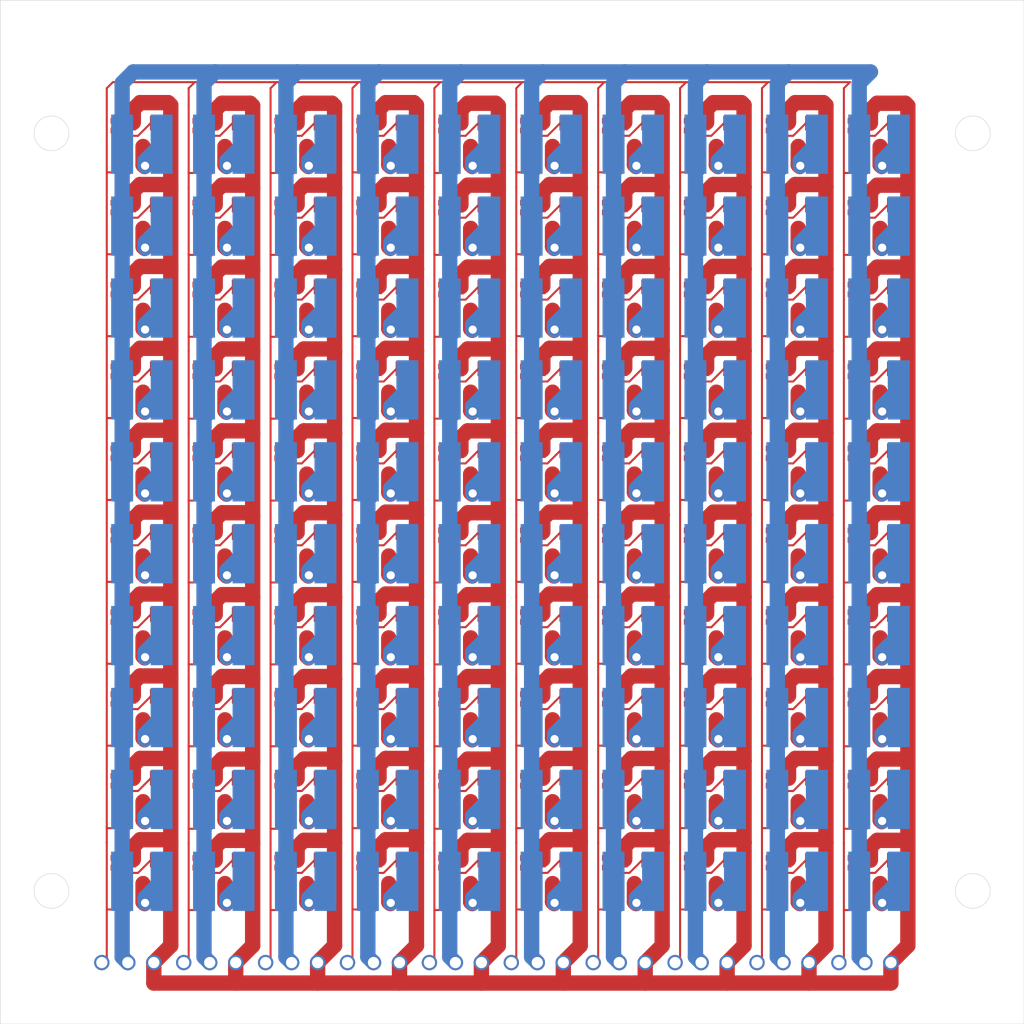
<source format=kicad_pcb>
(kicad_pcb (version 20241229) (generator "pcbnew") (generator_version "9.0")
  (layers (0 "F.Cu" signal) (2 "B.Cu" signal) (13 "F.Paste" user) (15 "B.Paste" user) (5 "F.SilkS" user "F.Silkscreen") (7 "B.SilkS" user "B.Silkscreen") (1 "F.Mask" user) (3 "B.Mask" user) (25 "Edge.Cuts" user))
  (net 0 "")
  (net 1 "+20V")
  (net 2 "Net-(Q2-D)")
  (net 3 "+10V")
  (net 4 "Net-(Q1-E)")
  (net 5 "GND")
  (net 6 "Net-(Q4-D)")
  (net 7 "Net-(Q6-D)")
  (net 8 "Net-(Q8-D)")
  (net 9 "Net-(Q10-D)")
  (net 10 "Net-(Q12-D)")
  (net 11 "Net-(Q14-D)")
  (net 12 "Net-(Q16-D)")
  (net 13 "Net-(Q18-D)")
  (net 14 "Net-(Q20-D)")
  (net 15 "Net-(Q22-D)")
  (net 16 "Net-(Q24-D)")
  (net 17 "Net-(Q26-D)")
  (net 18 "Net-(Q28-D)")
  (net 19 "Net-(Q30-D)")
  (net 20 "Net-(Q32-D)")
  (net 21 "Net-(Q34-D)")
  (net 22 "Net-(Q36-D)")
  (net 23 "Net-(Q38-D)")
  (net 24 "Net-(Q40-D)")
  (net 25 "Net-(Q42-D)")
  (net 26 "Net-(Q44-D)")
  (net 27 "Net-(Q46-D)")
  (net 28 "Net-(Q48-D)")
  (net 29 "Net-(Q50-D)")
  (net 30 "Net-(Q52-D)")
  (net 31 "Net-(Q54-D)")
  (net 32 "Net-(Q56-D)")
  (net 33 "Net-(Q58-D)")
  (net 34 "Net-(Q60-D)")
  (net 35 "Net-(Q62-D)")
  (net 36 "Net-(Q64-D)")
  (net 37 "Net-(Q66-D)")
  (net 38 "Net-(Q68-D)")
  (net 39 "Net-(Q70-D)")
  (net 40 "Net-(Q72-D)")
  (net 41 "Net-(Q74-D)")
  (net 42 "Net-(Q76-D)")
  (net 43 "Net-(Q78-D)")
  (net 44 "Net-(Q80-D)")
  (net 45 "Net-(Q82-D)")
  (net 46 "Net-(Q84-D)")
  (net 47 "Net-(Q86-D)")
  (net 48 "Net-(Q88-D)")
  (net 49 "Net-(Q90-D)")
  (net 50 "Net-(Q92-D)")
  (net 51 "Net-(Q94-D)")
  (net 52 "Net-(Q96-D)")
  (net 53 "Net-(Q98-D)")
  (net 54 "Net-(Q100-D)")
  (net 55 "Net-(Q102-D)")
  (net 56 "Net-(Q104-D)")
  (net 57 "Net-(Q106-D)")
  (net 58 "Net-(Q108-D)")
  (net 59 "Net-(Q110-D)")
  (net 60 "Net-(Q112-D)")
  (net 61 "Net-(Q114-D)")
  (net 62 "Net-(Q116-D)")
  (net 63 "Net-(Q118-D)")
  (net 64 "Net-(Q120-D)")
  (net 65 "Net-(Q122-D)")
  (net 66 "Net-(Q124-D)")
  (net 67 "Net-(Q126-D)")
  (net 68 "Net-(Q128-D)")
  (net 69 "Net-(Q130-D)")
  (net 70 "Net-(Q132-D)")
  (net 71 "Net-(Q134-D)")
  (net 72 "Net-(Q136-D)")
  (net 73 "Net-(Q138-D)")
  (net 74 "Net-(Q140-D)")
  (net 75 "Net-(Q142-D)")
  (net 76 "Net-(Q144-D)")
  (net 77 "Net-(Q146-D)")
  (net 78 "Net-(Q148-D)")
  (net 79 "Net-(Q150-D)")
  (net 80 "Net-(Q152-D)")
  (net 81 "Net-(Q154-D)")
  (net 82 "Net-(Q156-D)")
  (net 83 "Net-(Q158-D)")
  (net 84 "Net-(Q160-D)")
  (net 85 "Net-(Q162-D)")
  (net 86 "Net-(Q164-D)")
  (net 87 "Net-(Q166-D)")
  (net 88 "Net-(Q168-D)")
  (net 89 "Net-(Q170-D)")
  (net 90 "Net-(Q172-D)")
  (net 91 "Net-(Q174-D)")
  (net 92 "Net-(Q176-D)")
  (net 93 "Net-(Q178-D)")
  (net 94 "Net-(Q180-D)")
  (net 95 "Net-(Q182-D)")
  (net 96 "Net-(Q184-D)")
  (net 97 "Net-(Q186-D)")
  (net 98 "Net-(Q188-D)")
  (net 99 "Net-(Q190-D)")
  (net 100 "Net-(Q192-D)")
  (net 101 "Net-(Q194-D)")
  (net 102 "Net-(Q196-D)")
  (net 103 "Net-(Q198-D)")
  (net 104 "Net-(Q200-D)")
  (net 105 "Net-(Q3-E)")
  (net 106 "Net-(Q5-E)")
  (net 107 "Net-(Q7-E)")
  (net 108 "Net-(Q10-G)")
  (net 109 "Net-(Q11-E)")
  (net 110 "Net-(Q13-E)")
  (net 111 "Net-(Q15-E)")
  (net 112 "Net-(Q17-E)")
  (net 113 "Net-(Q19-E)")
  (net 114 "Net-(Q21-E)")
  (net 115 "Net-(Q23-E)")
  (net 116 "Net-(Q25-E)")
  (net 117 "Net-(Q27-E)")
  (net 118 "Net-(Q29-E)")
  (net 119 "Net-(Q31-E)")
  (net 120 "Net-(Q33-E)")
  (net 121 "Net-(Q35-E)")
  (net 122 "Net-(Q37-E)")
  (net 123 "Net-(Q39-E)")
  (net 124 "Net-(Q41-E)")
  (net 125 "Net-(Q43-E)")
  (net 126 "Net-(Q45-E)")
  (net 127 "Net-(Q47-E)")
  (net 128 "Net-(Q49-E)")
  (net 129 "Net-(Q51-E)")
  (net 130 "Net-(Q53-E)")
  (net 131 "Net-(Q55-E)")
  (net 132 "Net-(Q57-E)")
  (net 133 "Net-(Q59-E)")
  (net 134 "Net-(Q61-E)")
  (net 135 "Net-(Q63-E)")
  (net 136 "Net-(Q65-E)")
  (net 137 "Net-(Q67-E)")
  (net 138 "Net-(Q69-E)")
  (net 139 "Net-(Q71-E)")
  (net 140 "Net-(Q73-E)")
  (net 141 "Net-(Q75-E)")
  (net 142 "Net-(Q77-E)")
  (net 143 "Net-(Q79-E)")
  (net 144 "Net-(Q81-E)")
  (net 145 "Net-(Q83-E)")
  (net 146 "Net-(Q85-E)")
  (net 147 "Net-(Q87-E)")
  (net 148 "Net-(Q89-E)")
  (net 149 "Net-(Q91-E)")
  (net 150 "Net-(Q93-E)")
  (net 151 "Net-(Q95-E)")
  (net 152 "Net-(Q97-E)")
  (net 153 "Net-(Q100-G)")
  (net 154 "Net-(Q101-E)")
  (net 155 "Net-(Q103-E)")
  (net 156 "Net-(Q105-E)")
  (net 157 "Net-(Q107-E)")
  (net 158 "Net-(Q109-E)")
  (net 159 "Net-(Q111-E)")
  (net 160 "Net-(Q113-E)")
  (net 161 "Net-(Q115-E)")
  (net 162 "Net-(Q117-E)")
  (net 163 "Net-(Q119-E)")
  (net 164 "Net-(Q121-E)")
  (net 165 "Net-(Q123-E)")
  (net 166 "Net-(Q125-E)")
  (net 167 "Net-(Q127-E)")
  (net 168 "Net-(Q129-E)")
  (net 169 "Net-(Q131-E)")
  (net 170 "Net-(Q133-E)")
  (net 171 "Net-(Q135-E)")
  (net 172 "Net-(Q137-E)")
  (net 173 "Net-(Q139-E)")
  (net 174 "Net-(Q141-E)")
  (net 175 "Net-(Q143-E)")
  (net 176 "Net-(Q145-E)")
  (net 177 "Net-(Q147-E)")
  (net 178 "Net-(Q149-E)")
  (net 179 "Net-(Q151-E)")
  (net 180 "Net-(Q153-E)")
  (net 181 "Net-(Q155-E)")
  (net 182 "Net-(Q157-E)")
  (net 183 "Net-(Q159-E)")
  (net 184 "Net-(Q161-E)")
  (net 185 "Net-(Q163-E)")
  (net 186 "Net-(Q165-E)")
  (net 187 "Net-(Q167-E)")
  (net 188 "Net-(Q169-E)")
  (net 189 "Net-(Q171-E)")
  (net 190 "Net-(Q173-E)")
  (net 191 "Net-(Q175-E)")
  (net 192 "Net-(Q177-E)")
  (net 193 "Net-(Q179-E)")
  (net 194 "Net-(Q181-E)")
  (net 195 "Net-(Q183-E)")
  (net 196 "Net-(Q185-E)")
  (net 197 "Net-(Q187-E)")
  (net 198 "Net-(Q189-E)")
  (net 199 "Net-(Q191-E)")
  (net 200 "Net-(Q193-E)")
  (net 201 "Net-(Q195-E)")
  (net 202 "Net-(Q197-E)")
  (net 203 "Net-(Q199-E)")
  (footprint "footprints:TRANS_RDR005N_ROM" (layer "F.Cu") (at 170.950001 121.143 180)
    (property "Reference" "Q124" (hide yes))
    (property "Value" "RQ5E070BNTCL")
  )
  (footprint "footprints:TRANS_RDR005N_ROM" (layer "F.Cu") (at 122.950001 97.143 180)
    (property "Reference" "Q156" (hide yes))
    (property "Value" "RQ5E070BNTCL")
  )
  (footprint "footprints:RES_CRCW0402_VIS" (layer "F.Cu") (at 128.055201 96.251 90)
    (property "Reference" "R14" (hide yes))
    (property "Value" "CRCW040250K0FKED")
  )
  (footprint "footprints:TRANS_RPM-075P_ROM" (layer "F.Cu") (at 161.106401 124.0211 -90)
    (property "Reference" "Q121" (hide yes))
    (property "Value" "RPM-075PTT86")
  )
  (footprint "footprints:TRANS_RPM-075P_ROM" (layer "F.Cu") (at 145.106401 92.0211 -90)
    (property "Reference" "Q187" (hide yes))
    (property "Value" "RPM-075PTT86")
  )
  (footprint "footprints:RES_CRCW0402_VIS" (layer "F.Cu") (at 120.055201 104.251 90)
    (property "Reference" "R79" (hide yes))
    (property "Value" "CRCW040250K0FKED")
  )
  (footprint "footprints:RES_CRCW0402_VIS" (layer "F.Cu") (at 136.055201 128.251 90)
    (property "Reference" "R95" (hide yes))
    (property "Value" "CRCW040250K0FKED")
  )
  (footprint "footprints:TRANS_RPM-075P_ROM" (layer "F.Cu") (at 137.106401 140.0211 -90)
    (property "Reference" "Q165" (hide yes))
    (property "Value" "RPM-075PTT86")
  )
  (footprint "footprints:TRANS_RPM-075P_ROM" (layer "F.Cu") (at 121.106401 124.0211 -90)
    (property "Reference" "Q59" (hide yes))
    (property "Value" "RPM-075PTT86")
  )
  (footprint "footprints:RES_CRCW0402_VIS" (layer "F.Cu") (at 184.055201 88.251 90)
    (property "Reference" "R86" (hide yes))
    (property "Value" "CRCW040250K0FKED")
  )
  (footprint "footprints:TRANS_RPM-075P_ROM" (layer "F.Cu") (at 121.106401 68.0211 -90)
    (property "Reference" "Q199" (hide yes))
    (property "Value" "RPM-075PTT86")
  )
  (footprint "footprints:RES_CRCW0402_VIS" (layer "F.Cu") (at 144.055201 80.251 90)
    (property "Reference" "R47" (hide yes))
    (property "Value" "CRCW040250K0FKED")
  )
  (footprint "footprints:TRANS_RDR005N_ROM" (layer "F.Cu") (at 138.950001 89.143 180)
    (property "Reference" "Q130" (hide yes))
    (property "Value" "RQ5E070BNTCL")
  )
  (footprint "footprints:RES_CRCW0402_VIS" (layer "F.Cu") (at 152.055201 96.251 90)
    (property "Reference" "R67" (hide yes))
    (property "Value" "CRCW040250K0FKED")
  )
  (footprint "footprints:TRANS_RDR005N_ROM" (layer "F.Cu") (at 178.950001 129.143 180)
    (property "Reference" "Q128" (hide yes))
    (property "Value" "RQ5E070BNTCL")
  )
  (footprint "footprints:TRANS_RPM-075P_ROM" (layer "F.Cu") (at 177.106401 124.0211 -90)
    (property "Reference" "Q131" (hide yes))
    (property "Value" "RPM-075PTT86")
  )
  (footprint "footprints:TRANS_RDR005N_ROM" (layer "F.Cu") (at 146.950001 73.143 180)
    (property "Reference" "Q194" (hide yes))
    (property "Value" "RQ5E070BNTCL")
  )
  (footprint "footprints:TRANS_RDR005N_ROM" (layer "F.Cu") (at 154.950001 137.143 180)
    (property "Reference" "Q100" (hide yes))
    (property "Value" "RQ5E070BNTCL")
  )
  (footprint "footprints:RES_CRCW0402_VIS" (layer "F.Cu") (at 184.055201 136.251 90)
    (property "Reference" "R80" (hide yes))
    (property "Value" "CRCW040250K0FKED")
  )
  (footprint "footprints:RES_CRCW0402_VIS" (layer "F.Cu") (at 184.055201 64.251 90)
    (property "Reference" "R46" (hide yes))
    (property "Value" "CRCW040250K0FKED")
  )
  (footprint "footprints:TRANS_RDR005N_ROM" (layer "F.Cu") (at 186.950001 105.143 180)
    (property "Reference" "Q44" (hide yes))
    (property "Value" "RQ5E070BNTCL")
  )
  (footprint "footprints:TRANS_RPM-075P_ROM" (layer "F.Cu") (at 113.106401 124.0211 -90)
    (property "Reference" "Q95" (hide yes))
    (property "Value" "RPM-075PTT86")
  )
  (footprint "footprints:RES_CRCW0402_VIS" (layer "F.Cu") (at 184.055201 104.251 90)
    (property "Reference" "R22" (hide yes))
    (property "Value" "CRCW040250K0FKED")
  )
  (footprint "footprints:TRANS_RPM-075P_ROM" (layer "F.Cu") (at 145.106401 84.0211 -90)
    (property "Reference" "Q93" (hide yes))
    (property "Value" "RPM-075PTT86")
  )
  (footprint "footprints:RES_CRCW0402_VIS" (layer "F.Cu") (at 152.055201 88.251 90)
    (property "Reference" "R59" (hide yes))
    (property "Value" "CRCW040250K0FKED")
  )
  (footprint "footprints:TRANS_RPM-075P_ROM" (layer "F.Cu") (at 185.106401 116.0211 -90)
    (property "Reference" "Q135" (hide yes))
    (property "Value" "RPM-075PTT86")
  )
  (footprint "footprints:TRANS_RPM-075P_ROM" (layer "F.Cu") (at 161.106401 116.0211 -90)
    (property "Reference" "Q89" (hide yes))
    (property "Value" "RPM-075PTT86")
  )
  (footprint "footprints:TRANS_RDR005N_ROM" (layer "F.Cu") (at 186.950001 65.143 180)
    (property "Reference" "Q92" (hide yes))
    (property "Value" "RQ5E070BNTCL")
  )
  (footprint "footprints:RES_CRCW0402_VIS" (layer "F.Cu") (at 120.055201 80.251 90)
    (property "Reference" "R8" (hide yes))
    (property "Value" "CRCW040250K0FKED")
  )
  (footprint "footprints:TRANS_RPM-075P_ROM" (layer "F.Cu") (at 153.106401 132.0211 -90)
    (property "Reference" "Q19" (hide yes))
    (property "Value" "RPM-075PTT86")
  )
  (footprint "footprints:TRANS_RDR005N_ROM" (layer "F.Cu") (at 154.950001 97.143 180)
    (property "Reference" "Q134" (hide yes))
    (property "Value" "RQ5E070BNTCL")
  )
  (footprint "footprints:TRANS_RDR005N_ROM" (layer "F.Cu") (at 138.950001 105.143 180)
    (property "Reference" "Q86" (hide yes))
    (property "Value" "RQ5E070BNTCL")
  )
  (footprint "footprints:TRANS_RPM-075P_ROM" (layer "F.Cu") (at 129.106401 108.0211 -90)
    (property "Reference" "Q9" (hide yes))
    (property "Value" "RPM-075PTT86")
  )
  (footprint "footprints:TRANS_RPM-075P_ROM" (layer "F.Cu") (at 185.106401 108.0211 -90)
    (property "Reference" "Q43" (hide yes))
    (property "Value" "RPM-075PTT86")
  )
  (footprint "footprints:TRANS_RPM-075P_ROM" (layer "F.Cu") (at 137.106401 76.0211 -90)
    (property "Reference" "Q13" (hide yes))
    (property "Value" "RPM-075PTT86")
  )
  (footprint "footprints:RES_CRCW0402_VIS" (layer "F.Cu") (at 120.055201 112.251 90)
    (property "Reference" "R54" (hide yes))
    (property "Value" "CRCW040250K0FKED")
  )
  (footprint "footprints:RES_CRCW0402_VIS" (layer "F.Cu") (at 136.055201 136.251 90)
    (property "Reference" "R83" (hide yes))
    (property "Value" "CRCW040250K0FKED")
  )
  (footprint "footprints:TRANS_RPM-075P_ROM" (layer "F.Cu") (at 113.106401 100.0211 -90)
    (property "Reference" "Q139" (hide yes))
    (property "Value" "RPM-075PTT86")
  )
  (footprint "footprints:RES_CRCW0402_VIS" (layer "F.Cu") (at 160.055201 104.251 90)
    (property "Reference" "R89" (hide yes))
    (property "Value" "CRCW040250K0FKED")
  )
  (footprint "footprints:RES_CRCW0402_VIS" (layer "F.Cu") (at 144.055201 72.251 90)
    (property "Reference" "R97" (hide yes))
    (property "Value" "CRCW040250K0FKED")
  )
  (footprint "footprints:TRANS_RDR005N_ROM" (layer "F.Cu") (at 138.950001 121.143 180)
    (property "Reference" "Q56" (hide yes))
    (property "Value" "RQ5E070BNTCL")
  )
  (footprint "footprints:RES_CRCW0402_VIS" (layer "F.Cu") (at 176.055201 72.251 90)
    (property "Reference" "R44" (hide yes))
    (property "Value" "CRCW040250K0FKED")
  )
  (footprint "footprints:RES_CRCW0402_VIS" (layer "F.Cu") (at 136.055201 96.251 90)
    (property "Reference" "R34" (hide yes))
    (property "Value" "CRCW040250K0FKED")
  )
  (footprint "footprints:TRANS_RPM-075P_ROM" (layer "F.Cu") (at 121.106401 132.0211 -90)
    (property "Reference" "Q179" (hide yes))
    (property "Value" "RPM-075PTT86")
  )
  (footprint "footprints:RES_CRCW0402_VIS" (layer "F.Cu") (at 128.055201 112.251 90)
    (property "Reference" "R15" (hide yes))
    (property "Value" "CRCW040250K0FKED")
  )
  (footprint "footprints:RES_CRCW0402_VIS" (layer "F.Cu") (at 184.055201 112.251 90)
    (property "Reference" "R68" (hide yes))
    (property "Value" "CRCW040250K0FKED")
  )
  (footprint "footprints:TRANS_RDR005N_ROM" (layer "F.Cu") (at 186.950001 113.143 180)
    (property "Reference" "Q136" (hide yes))
    (property "Value" "RQ5E070BNTCL")
  )
  (footprint "footprints:RES_CRCW0402_VIS" (layer "F.Cu") (at 120.055201 96.251 90)
    (property "Reference" "R78" (hide yes))
    (property "Value" "CRCW040250K0FKED")
  )
  (footprint "footprints:TRANS_RDR005N_ROM" (layer "F.Cu") (at 178.950001 81.143 180)
    (property "Reference" "Q150" (hide yes))
    (property "Value" "RQ5E070BNTCL")
  )
  (footprint "footprints:TRANS_RDR005N_ROM" (layer "F.Cu") (at 114.950001 73.143 180)
    (property "Reference" "Q80" (hide yes))
    (property "Value" "RQ5E070BNTCL")
  )
  (footprint "footprints:TRANS_RDR005N_ROM" (layer "F.Cu") (at 162.950001 73.143 180)
    (property "Reference" "Q152" (hide yes))
    (property "Value" "RQ5E070BNTCL")
  )
  (footprint "footprints:TRANS_RPM-075P_ROM" (layer "F.Cu") (at 169.106401 76.0211 -90)
    (property "Reference" "Q57" (hide yes))
    (property "Value" "RPM-075PTT86")
  )
  (footprint "footprints:TRANS_RPM-075P_ROM" (layer "F.Cu") (at 185.106401 84.0211 -90)
    (property "Reference" "Q167" (hide yes))
    (property "Value" "RPM-075PTT86")
  )
  (footprint "footprints:TRANS_RPM-075P_ROM" (layer "F.Cu") (at 153.106401 116.0211 -90)
    (property "Reference" "Q183" (hide yes))
    (property "Value" "RPM-075PTT86")
  )
  (footprint "footprints:TRANS_RDR005N_ROM" (layer "F.Cu") (at 170.950001 105.143 180)
    (property "Reference" "Q114" (hide yes))
    (property "Value" "RQ5E070BNTCL")
  )
  (footprint "footprints:RES_CRCW0402_VIS" (layer "F.Cu") (at 184.055201 128.251 90)
    (property "Reference" "R37" (hide yes))
    (property "Value" "CRCW040250K0FKED")
  )
  (footprint "footprints:TRANS_RPM-075P_ROM" (layer "F.Cu") (at 121.106401 100.0211 -90)
    (property "Reference" "Q155" (hide yes))
    (property "Value" "RPM-075PTT86")
  )
  (footprint "footprints:RES_CRCW0402_VIS" (layer "F.Cu") (at 168.055201 88.251 90)
    (property "Reference" "R35" (hide yes))
    (property "Value" "CRCW040250K0FKED")
  )
  (footprint "footprints:TRANS_RDR005N_ROM" (layer "F.Cu") (at 138.950001 81.143 180)
    (property "Reference" "Q104" (hide yes))
    (property "Value" "RQ5E070BNTCL")
  )
  (footprint "footprints:RES_CRCW0402_VIS" (layer "F.Cu") (at 160.055201 136.251 90)
    (property "Reference" "R53" (hide yes))
    (property "Value" "CRCW040250K0FKED")
  )
  (footprint "footprints:RES_CRCW0402_VIS" (layer "F.Cu") (at 160.055201 72.251 90)
    (property "Reference" "R76" (hide yes))
    (property "Value" "CRCW040250K0FKED")
  )
  (footprint "footprints:TRANS_RPM-075P_ROM" (layer "F.Cu") (at 169.106401 132.0211 -90)
    (property "Reference" "Q101" (hide yes))
    (property "Value" "RPM-075PTT86")
  )
  (footprint "footprints:TRANS_RPM-075P_ROM" (layer "F.Cu") (at 169.106401 116.0211 -90)
    (property "Reference" "Q81" (hide yes))
    (property "Value" "RPM-075PTT86")
  )
  (footprint "footprints:TRANS_RDR005N_ROM" (layer "F.Cu") (at 130.950001 65.143 180)
    (property "Reference" "Q4" (hide yes))
    (property "Value" "RQ5E070BNTCL")
  )
  (footprint "footprints:RES_CRCW0402_VIS" (layer "F.Cu") (at 144.055201 128.251 90)
    (property "Reference" "R33" (hide yes))
    (property "Value" "CRCW040250K0FKED")
  )
  (footprint "footprints:TRANS_RDR005N_ROM" (layer "F.Cu") (at 122.950001 65.143 180)
    (property "Reference" "Q200" (hide yes))
    (property "Value" "RQ5E070BNTCL")
  )
  (footprint "footprints:TRANS_RPM-075P_ROM" (layer "F.Cu") (at 145.106401 76.0211 -90)
    (property "Reference" "Q193" (hide yes))
    (property "Value" "RPM-075PTT86")
  )
  (footprint "footprints:TRANS_RPM-075P_ROM" (layer "F.Cu") (at 177.106401 140.0211 -90)
    (property "Reference" "Q115" (hide yes))
    (property "Value" "RPM-075PTT86")
  )
  (footprint "footprints:TRANS_RPM-075P_ROM" (layer "F.Cu") (at 185.106401 76.0211 -90)
    (property "Reference" "Q51" (hide yes))
    (property "Value" "RPM-075PTT86")
  )
  (footprint "footprints:RES_CRCW0402_VIS" (layer "F.Cu") (at 168.055201 96.251 90)
    (property "Reference" "R6" (hide yes))
    (property "Value" "CRCW040250K0FKED")
  )
  (footprint "footprints:RES_CRCW0402_VIS" (layer "F.Cu") (at 168.055201 64.251 90)
    (property "Reference" "R81" (hide yes))
    (property "Value" "CRCW040250K0FKED")
  )
  (footprint "footprints:TRANS_RDR005N_ROM" (layer "F.Cu") (at 186.950001 81.143 180)
    (property "Reference" "Q168" (hide yes))
    (property "Value" "RQ5E070BNTCL")
  )
  (footprint "footprints:RES_CRCW0402_VIS" (layer "F.Cu") (at 112.055201 128.251 90)
    (property "Reference" "R1" (hide yes))
    (property "Value" "CRCW040250K0FKED")
  )
  (footprint "footprints:TRANS_RDR005N_ROM" (layer "F.Cu") (at 178.950001 89.143 180)
    (property "Reference" "Q48" (hide yes))
    (property "Value" "RQ5E070BNTCL")
  )
  (footprint "footprints:RES_CRCW0402_VIS" (layer "F.Cu") (at 160.055201 80.251 90)
    (property "Reference" "R91" (hide yes))
    (property "Value" "CRCW040250K0FKED")
  )
  (footprint "footprints:TRANS_RDR005N_ROM" (layer "F.Cu") (at 114.950001 121.143 180)
    (property "Reference" "Q96" (hide yes))
    (property "Value" "RQ5E070BNTCL")
  )
  (footprint "footprints:TRANS_RPM-075P_ROM" (layer "F.Cu") (at 153.106401 84.0211 -90)
    (property "Reference" "Q83" (hide yes))
    (property "Value" "RPM-075PTT86")
  )
  (footprint "footprints:TRANS_RPM-075P_ROM" (layer "F.Cu") (at 153.106401 92.0211 -90)
    (property "Reference" "Q117" (hide yes))
    (property "Value" "RPM-075PTT86")
  )
  (footprint "footprints:RES_CRCW0402_VIS" (layer "F.Cu") (at 152.055201 112.251 90)
    (property "Reference" "R92" (hide yes))
    (property "Value" "CRCW040250K0FKED")
  )
  (footprint "footprints:RES_CRCW0402_VIS" (layer "F.Cu") (at 176.055201 128.251 90)
    (property "Reference" "R64" (hide yes))
    (property "Value" "CRCW040250K0FKED")
  )
  (footprint "footprints:TRANS_RPM-075P_ROM" (layer "F.Cu") (at 177.106401 68.0211 -90)
    (property "Reference" "Q41" (hide yes))
    (property "Value" "RPM-075PTT86")
  )
  (footprint "footprints:TRANS_RPM-075P_ROM" (layer "F.Cu") (at 153.106401 140.0211 -90)
    (property "Reference" "Q99" (hide yes))
    (property "Value" "RPM-075PTT86")
  )
  (footprint "footprints:TRANS_RDR005N_ROM" (layer "F.Cu") (at 122.950001 73.143 180)
    (property "Reference" "Q50" (hide yes))
    (property "Value" "RQ5E070BNTCL")
  )
  (footprint "footprints:TRANS_RDR005N_ROM" (layer "F.Cu") (at 122.950001 89.143 180)
    (property "Reference" "Q110" (hide yes))
    (property "Value" "RQ5E070BNTCL")
  )
  (footprint "footprints:TRANS_RDR005N_ROM" (layer "F.Cu") (at 154.950001 73.143 180)
    (property "Reference" "Q120" (hide yes))
    (property "Value" "RQ5E070BNTCL")
  )
  (footprint "footprints:TRANS_RDR005N_ROM" (layer "F.Cu") (at 154.950001 65.143 180)
    (property "Reference" "Q76" (hide yes))
    (property "Value" "RQ5E070BNTCL")
  )
  (footprint "footprints:RES_CRCW0402_VIS" (layer "F.Cu") (at 168.055201 112.251 90)
    (property "Reference" "R41" (hide yes))
    (property "Value" "CRCW040250K0FKED")
  )
  (footprint "footprints:TRANS_RPM-075P_ROM" (layer "F.Cu") (at 161.106401 100.0211 -90)
    (property "Reference" "Q191" (hide yes))
    (property "Value" "RPM-075PTT86")
  )
  (footprint "footprints:TRANS_RPM-075P_ROM" (layer "F.Cu") (at 129.106401 140.0211 -90)
    (property "Reference" "Q197" (hide yes))
    (property "Value" "RPM-075PTT86")
  )
  (footprint "footprints:TRANS_RPM-075P_ROM" (layer "F.Cu") (at 129.106401 100.0211 -90)
    (property "Reference" "Q27" (hide yes))
    (property "Value" "RPM-075PTT86")
  )
  (footprint "footprints:RES_CRCW0402_VIS" (layer "F.Cu") (at 144.055201 64.251 90)
    (property "Reference" "R20" (hide yes))
    (property "Value" "CRCW040250K0FKED")
  )
  (footprint "footprints:TRANS_RPM-075P_ROM" (layer "F.Cu") (at 121.106401 76.0211 -90)
    (property "Reference" "Q49" (hide yes))
    (property "Value" "RPM-075PTT86")
  )
  (footprint "footprints:TRANS_RDR005N_ROM" (layer "F.Cu") (at 170.950001 113.143 180)
    (property "Reference" "Q82" (hide yes))
    (property "Value" "RQ5E070BNTCL")
  )
  (footprint "footprints:RES_CRCW0402_VIS" (layer "F.Cu") (at 168.055201 136.251 90)
    (property "Reference" "R27" (hide yes))
    (property "Value" "CRCW040250K0FKED")
  )
  (footprint "footprints:TRANS_RPM-075P_ROM" (layer "F.Cu") (at 161.106401 76.0211 -90)
    (property "Reference" "Q151" (hide yes))
    (property "Value" "RPM-075PTT86")
  )
  (footprint "footprints:RES_CRCW0402_VIS" (layer "F.Cu") (at 128.055201 88.251 90)
    (property "Reference" "R88" (hide yes))
    (property "Value" "CRCW040250K0FKED")
  )
  (footprint "footprints:TRANS_RPM-075P_ROM" (layer "F.Cu") (at 161.106401 108.0211 -90)
    (property "Reference" "Q177" (hide yes))
    (property "Value" "RPM-075PTT86")
  )
  (footprint "footprints:TRANS_RPM-075P_ROM" (layer "F.Cu") (at 137.106401 84.0211 -90)
    (property "Reference" "Q103" (hide yes))
    (property "Value" "RPM-075PTT86")
  )
  (footprint "footprints:RES_CRCW0402_VIS" (layer "F.Cu") (at 168.055201 128.251 90)
    (property "Reference" "R51" (hide yes))
    (property "Value" "CRCW040250K0FKED")
  )
  (footprint "footprints:RES_CRCW0402_VIS" (layer "F.Cu") (at 152.055201 128.251 90)
    (property "Reference" "R10" (hide yes))
    (property "Value" "CRCW040250K0FKED")
  )
  (footprint "footprints:TRANS_RDR005N_ROM" (layer "F.Cu") (at 130.950001 137.143 180)
    (property "Reference" "Q198" (hide yes))
    (property "Value" "RQ5E070BNTCL")
  )
  (footprint "footprints:TRANS_RDR005N_ROM" (layer "F.Cu") (at 114.950001 81.143 180)
    (property "Reference" "Q8" (hide yes))
    (property "Value" "RQ5E070BNTCL")
  )
  (footprint "footprints:RES_CRCW0402_VIS" (layer "F.Cu") (at 176.055201 64.251 90)
    (property "Reference" "R21" (hide yes))
    (property "Value" "CRCW040250K0FKED")
  )
  (footprint "footprints:TRANS_RPM-075P_ROM" (layer "F.Cu") (at 177.106401 100.0211 -90)
    (property "Reference" "Q163" (hide yes))
    (property "Value" "RPM-075PTT86")
  )
  (footprint "footprints:TRANS_RDR005N_ROM" (layer "F.Cu") (at 130.950001 73.143 180)
    (property "Reference" "Q62" (hide yes))
    (property "Value" "RQ5E070BNTCL")
  )
  (footprint "footprints:TRANS_RPM-075P_ROM" (layer "F.Cu") (at 161.106401 92.0211 -90)
    (property "Reference" "Q33" (hide yes))
    (property "Value" "RPM-075PTT86")
  )
  (footprint "footprints:TRANS_RPM-075P_ROM" (layer "F.Cu") (at 121.106401 116.0211 -90)
    (property "Reference" "Q107" (hide yes))
    (property "Value" "RPM-075PTT86")
  )
  (footprint "footprints:TRANS_RPM-075P_ROM" (layer "F.Cu") (at 137.106401 124.0211 -90)
    (property "Reference" "Q55" (hide yes))
    (property "Value" "RPM-075PTT86")
  )
  (footprint "footprints:TRANS_RDR005N_ROM" (layer "F.Cu") (at 186.950001 129.143 180)
    (property "Reference" "Q74" (hide yes))
    (property "Value" "RQ5E070BNTCL")
  )
  (footprint "footprints:TRANS_RPM-075P_ROM" (layer "F.Cu") (at 121.106401 84.0211 -90)
    (property "Reference" "Q15" (hide yes))
    (property "Value" "RPM-075PTT86")
  )
  (footprint "footprints:TRANS_RPM-075P_ROM" (layer "F.Cu") (at 153.106401 68.0211 -90)
    (property "Reference" "Q75" (hide yes))
    (property "Value" "RPM-075PTT86")
  )
  (footprint "footprints:RES_CRCW0402_VIS" (layer "F.Cu") (at 120.055201 72.251 90)
    (property "Reference" "R25" (hide yes))
    (property "Value" "CRCW040250K0FKED")
  )
  (footprint "footprints:TRANS_RDR005N_ROM" (layer "F.Cu") (at 114.950001 137.143 180)
    (property "Reference" "Q6" (hide yes))
    (property "Value" "RQ5E070BNTCL")
  )
  (footprint "footprints:TRANS_RDR005N_ROM" (layer "F.Cu") (at 122.950001 81.143 180)
    (property "Reference" "Q16" (hide yes))
    (property "Value" "RQ5E070BNTCL")
  )
  (footprint "footprints:TRANS_RDR005N_ROM" (layer "F.Cu") (at 154.950001 121.143 180)
    (property "Reference" "Q174" (hide yes))
    (property "Value" "RQ5E070BNTCL")
  )
  (footprint "footprints:TRANS_RPM-075P_ROM" (layer "F.Cu") (at 185.106401 92.0211 -90)
    (property "Reference" "Q171" (hide yes))
    (property "Value" "RPM-075PTT86")
  )
  (footprint "footprints:RES_CRCW0402_VIS" (layer "F.Cu") (at 144.055201 96.251 90)
    (property "Reference" "R73" (hide yes))
    (property "Value" "CRCW040250K0FKED")
  )
  (footprint "footprints:TRANS_RDR005N_ROM" (layer "F.Cu") (at 114.950001 97.143 180)
    (property "Reference" "Q140" (hide yes))
    (property "Value" "RQ5E070BNTCL")
  )
  (footprint "footprints:RES_CRCW0402_VIS" (layer "F.Cu") (at 144.055201 120.251 90)
    (property "Reference" "R23" (hide yes))
    (property "Value" "CRCW040250K0FKED")
  )
  (footprint "footprints:RES_CRCW0402_VIS" (layer "F.Cu") (at 136.055201 112.251 90)
    (property "Reference" "R69" (hide yes))
    (property "Value" "CRCW040250K0FKED")
  )
  (footprint "footprints:TRANS_RPM-075P_ROM" (layer "F.Cu") (at 145.106401 140.0211 -90)
    (property "Reference" "Q185" (hide yes))
    (property "Value" "RPM-075PTT86")
  )
  (footprint "footprints:TRANS_RDR005N_ROM" (layer "F.Cu") (at 162.950001 105.143 180)
    (property "Reference" "Q178" (hide yes))
    (property "Value" "RQ5E070BNTCL")
  )
  (footprint "footprints:RES_CRCW0402_VIS" (layer "F.Cu") (at 112.055201 88.251 90)
    (property "Reference" "R74" (hide yes))
    (property "Value" "CRCW040250K0FKED")
  )
  (footprint "footprints:TRANS_RPM-075P_ROM" (layer "F.Cu") (at 129.106401 116.0211 -90)
    (property "Reference" "Q29" (hide yes))
    (property "Value" "RPM-075PTT86")
  )
  (footprint "footprints:RES_CRCW0402_VIS" (layer "F.Cu") (at 152.055201 80.251 90)
    (property "Reference" "R42" (hide yes))
    (property "Value" "CRCW040250K0FKED")
  )
  (footprint "footprints:TRANS_RPM-075P_ROM" (layer "F.Cu") (at 153.106401 76.0211 -90)
    (property "Reference" "Q119" (hide yes))
    (property "Value" "RPM-075PTT86")
  )
  (footprint "footprints:TRANS_RPM-075P_ROM" (layer "F.Cu") (at 169.106401 124.0211 -90)
    (property "Reference" "Q123" (hide yes))
    (property "Value" "RPM-075PTT86")
  )
  (footprint "footprints:TRANS_RPM-075P_ROM" (layer "F.Cu") (at 185.106401 132.0211 -90)
    (property "Reference" "Q73" (hide yes))
    (property "Value" "RPM-075PTT86")
  )
  (footprint "footprints:TRANS_RDR005N_ROM" (layer "F.Cu") (at 170.950001 89.143 180)
    (property "Reference" "Q70" (hide yes))
    (property "Value" "RQ5E070BNTCL")
  )
  (footprint "footprints:RES_CRCW0402_VIS" (layer "F.Cu") (at 128.055201 136.251 90)
    (property "Reference" "R99" (hide yes))
    (property "Value" "CRCW040250K0FKED")
  )
  (footprint "footprints:TRANS_RPM-075P_ROM" (layer "F.Cu") (at 153.106401 108.0211 -90)
    (property "Reference" "Q77" (hide yes))
    (property "Value" "RPM-075PTT86")
  )
  (footprint "footprints:TRANS_RDR005N_ROM" (layer "F.Cu") (at 146.950001 105.143 180)
    (property "Reference" "Q72" (hide yes))
    (property "Value" "RQ5E070BNTCL")
  )
  (footprint "footprints:TRANS_RDR005N_ROM" (layer "F.Cu") (at 130.950001 121.143 180)
    (property "Reference" "Q144" (hide yes))
    (property "Value" "RQ5E070BNTCL")
  )
  (footprint "footprints:TRANS_RDR005N_ROM" (layer "F.Cu") (at 186.950001 121.143 180)
    (property "Reference" "Q26" (hide yes))
    (property "Value" "RQ5E070BNTCL")
  )
  (footprint "footprints:RES_CRCW0402_VIS" (layer "F.Cu") (at 128.055201 72.251 90)
    (property "Reference" "R31" (hide yes))
    (property "Value" "CRCW040250K0FKED")
  )
  (footprint "footprints:RES_CRCW0402_VIS" (layer "F.Cu") (at 128.055201 64.251 90)
    (property "Reference" "R2" (hide yes))
    (property "Value" "CRCW040250K0FKED")
  )
  (footprint "footprints:RES_CRCW0402_VIS" (layer "F.Cu") (at 128.055201 80.251 90)
    (property "Reference" "R11" (hide yes))
    (property "Value" "CRCW040250K0FKED")
  )
  (footprint "footprints:TRANS_RPM-075P_ROM" (layer "F.Cu") (at 177.106401 108.0211 -90)
    (property "Reference" "Q195" (hide yes))
    (property "Value" "RPM-075PTT86")
  )
  (footprint "footprints:RES_CRCW0402_VIS" (layer "F.Cu") (at 112.055201 104.251 90)
    (property "Reference" "R77" (hide yes))
    (property "Value" "CRCW040250K0FKED")
  )
  (footprint "footprints:TRANS_RPM-075P_ROM" (layer "F.Cu") (at 113.106401 108.0211 -90)
    (property "Reference" "Q153" (hide yes))
    (property "Value" "RPM-075PTT86")
  )
  (footprint "footprints:TRANS_RPM-075P_ROM" (layer "F.Cu") (at 161.106401 132.0211 -90)
    (property "Reference" "Q63" (hide yes))
    (property "Value" "RPM-075PTT86")
  )
  (footprint "footprints:RES_CRCW0402_VIS" (layer "F.Cu") (at 168.055201 104.251 90)
    (property "Reference" "R57" (hide yes))
    (property "Value" "CRCW040250K0FKED")
  )
  (footprint "footprints:RES_CRCW0402_VIS" (layer "F.Cu") (at 128.055201 120.251 90)
    (property "Reference" "R72" (hide yes))
    (property "Value" "CRCW040250K0FKED")
  )
  (footprint "footprints:TRANS_RDR005N_ROM" (layer "F.Cu") (at 170.950001 73.143 180)
    (property "Reference" "Q58" (hide yes))
    (property "Value" "RQ5E070BNTCL")
  )
  (footprint "footprints:RES_CRCW0402_VIS" (layer "F.Cu") (at 128.055201 128.251 90)
    (property "Reference" "R63" (hide yes))
    (property "Value" "CRCW040250K0FKED")
  )
  (footprint "footprints:RES_CRCW0402_VIS" (layer "F.Cu") (at 176.055201 96.251 90)
    (property "Reference" "R82" (hide yes))
    (property "Value" "CRCW040250K0FKED")
  )
  (footprint "footprints:TRANS_RDR005N_ROM" (layer "F.Cu") (at 146.950001 65.143 180)
    (property "Reference" "Q40" (hide yes))
    (property "Value" "RQ5E070BNTCL")
  )
  (footprint "footprints:TRANS_RDR005N_ROM" (layer "F.Cu") (at 130.950001 105.143 180)
    (property "Reference" "Q10" (hide yes))
    (property "Value" "RQ5E070BNTCL")
  )
  (footprint "footprints:RES_CRCW0402_VIS" (layer "F.Cu") (at 160.055201 64.251 90)
    (property "Reference" "R16" (hide yes))
    (property "Value" "CRCW040250K0FKED")
  )
  (footprint "footprints:RES_CRCW0402_VIS" (layer "F.Cu") (at 184.055201 120.251 90)
    (property "Reference" "R13" (hide yes))
    (property "Value" "CRCW040250K0FKED")
  )
  (footprint "footprints:RES_CRCW0402_VIS" (layer "F.Cu") (at 144.055201 112.251 90)
    (property "Reference" "R12" (hide yes))
    (property "Value" "CRCW040250K0FKED")
  )
  (footprint "footprints:TRANS_RDR005N_ROM" (layer "F.Cu") (at 178.950001 73.143 180)
    (property "Reference" "Q88" (hide yes))
    (property "Value" "RQ5E070BNTCL")
  )
  (footprint "footprints:TRANS_RDR005N_ROM" (layer "F.Cu") (at 138.950001 65.143 180)
    (property "Reference" "Q18" (hide yes))
    (property "Value" "RQ5E070BNTCL")
  )
  (footprint "footprints:TRANS_RPM-075P_ROM" (layer "F.Cu") (at 137.106401 132.0211 -90)
    (property "Reference" "Q189" (hide yes))
    (property "Value" "RPM-075PTT86")
  )
  (footprint "footprints:TRANS_RPM-075P_ROM" (layer "F.Cu") (at 145.106401 124.0211 -90)
    (property "Reference" "Q45" (hide yes))
    (property "Value" "RPM-075PTT86")
  )
  (footprint "footprints:RES_CRCW0402_VIS" (layer "F.Cu") (at 112.055201 72.251 90)
    (property "Reference" "R40" (hide yes))
    (property "Value" "CRCW040250K0FKED")
  )
  (footprint "footprints:TRANS_RPM-075P_ROM" (layer "F.Cu") (at 153.106401 100.0211 -90)
    (property "Reference" "Q133" (hide yes))
    (property "Value" "RPM-075PTT86")
  )
  (footprint "footprints:RES_CRCW0402_VIS" (layer "F.Cu") (at 112.055201 120.251 90)
    (property "Reference" "R48" (hide yes))
    (property "Value" "CRCW040250K0FKED")
  )
  (footprint "footprints:TRANS_RPM-075P_ROM" (layer "F.Cu") (at 137.106401 92.0211 -90)
    (property "Reference" "Q129" (hide yes))
    (property "Value" "RPM-075PTT86")
  )
  (footprint "footprints:RES_CRCW0402_VIS" (layer "F.Cu") (at 184.055201 72.251 90)
    (property "Reference" "R26" (hide yes))
    (property "Value" "CRCW040250K0FKED")
  )
  (footprint "footprints:TRANS_RDR005N_ROM" (layer "F.Cu") (at 138.950001 129.143 180)
    (property "Reference" "Q190" (hide yes))
    (property "Value" "RQ5E070BNTCL")
  )
  (footprint "footprints:RES_CRCW0402_VIS" (layer "F.Cu") (at 184.055201 80.251 90)
    (property "Reference" "R84" (hide yes))
    (property "Value" "CRCW040250K0FKED")
  )
  (footprint "footprints:TRANS_RDR005N_ROM" (layer "F.Cu") (at 178.950001 105.143 180)
    (property "Reference" "Q196" (hide yes))
    (property "Value" "RQ5E070BNTCL")
  )
  (footprint "footprints:TRANS_RPM-075P_ROM" (layer "F.Cu") (at 169.106401 68.0211 -90)
    (property "Reference" "Q161" (hide yes))
    (property "Value" "RPM-075PTT86")
  )
  (footprint "footprints:TRANS_RDR005N_ROM" (layer "F.Cu") (at 154.950001 81.143 180)
    (property "Reference" "Q84" (hide yes))
    (property "Value" "RQ5E070BNTCL")
  )
  (footprint "footprints:TRANS_RPM-075P_ROM" (layer "F.Cu") (at 129.106401 76.0211 -90)
    (property "Reference" "Q61" (hide yes))
    (property "Value" "RPM-075PTT86")
  )
  (footprint "footprints:TRANS_RPM-075P_ROM" (layer "F.Cu") (at 113.106401 92.0211 -90)
    (property "Reference" "Q147" (hide yes))
    (property "Value" "RPM-075PTT86")
  )
  (footprint "footprints:RES_CRCW0402_VIS" (layer "F.Cu") (at 168.055201 72.251 90)
    (property "Reference" "R29" (hide yes))
    (property "Value" "CRCW040250K0FKED")
  )
  (footprint "footprints:TRANS_RPM-075P_ROM" (layer "F.Cu") (at 129.106401 92.0211 -90)
    (property "Reference" "Q175" (hide yes))
    (property "Value" "RPM-075PTT86")
  )
  (footprint "footprints:RES_CRCW0402_VIS" (layer "F.Cu") (at 152.055201 64.251 90)
    (property "Reference" "R38" (hide yes))
    (property "Value" "CRCW040250K0FKED")
  )
  (footprint "footprints:RES_CRCW0402_VIS" (layer "F.Cu") (at 176.055201 112.251 90)
    (property "Reference" "R19" (hide yes))
    (property "Value" "CRCW040250K0FKED")
  )
  (footprint "footprints:TRANS_RDR005N_ROM" (layer "F.Cu") (at 162.950001 81.143 180)
    (property "Reference" "Q182" (hide yes))
    (property "Value" "RQ5E070BNTCL")
  )
  (footprint "footprints:RES_CRCW0402_VIS" (layer "F.Cu") (at 176.055201 88.251 90)
    (property "Reference" "R24" (hide yes))
    (property "Value" "CRCW040250K0FKED")
  )
  (footprint "footprints:TRANS_RPM-075P_ROM" (layer "F.Cu") (at 185.106401 140.0211 -90)
    (property "Reference" "Q159" (hide yes))
    (property "Value" "RPM-075PTT86")
  )
  (footprint "footprints:RES_CRCW0402_VIS" (layer "F.Cu") (at 176.055201 136.251 90)
    (property "Reference" "R58" (hide yes))
    (property "Value" "CRCW040250K0FKED")
  )
  (footprint "footprints:TRANS_RPM-075P_ROM" (layer "F.Cu") (at 169.106401 140.0211 -90)
    (property "Reference" "Q53" (hide yes))
    (property "Value" "RPM-075PTT86")
  )
  (footprint "footprints:TRANS_RPM-075P_ROM" (layer "F.Cu") (at 113.106401 132.0211 -90)
    (property "Reference" "Q1" (hide yes))
    (property "Value" "RPM-075PTT86")
  )
  (footprint "footprints:TRANS_RDR005N_ROM" (layer "F.Cu") (at 114.950001 113.143 180)
    (property "Reference" "Q36" (hide yes))
    (property "Value" "RQ5E070BNTCL")
  )
  (footprint "footprints:RES_CRCW0402_VIS" (layer "F.Cu") (at 144.055201 104.251 90)
    (property "Reference" "R36" (hide yes))
    (property "Value" "CRCW040250K0FKED")
  )
  (footprint "footprints:TRANS_RPM-075P_ROM" (layer "F.Cu") (at 137.106401 68.0211 -90)
    (property "Reference" "Q17" (hide yes))
    (property "Value" "RPM-075PTT86")
  )
  (footprint "footprints:RES_CRCW0402_VIS" (layer "F.Cu") (at 136.055201 64.251 90)
    (property "Reference" "R9" (hide yes))
    (property "Value" "CRCW040250K0FKED")
  )
  (footprint "footprints:RES_CRCW0402_VIS" (layer "F.Cu") (at 168.055201 80.251 90)
    (property "Reference" "R85" (hide yes))
    (property "Value" "CRCW040250K0FKED")
  )
  (footprint "footprints:RES_CRCW0402_VIS" (layer "F.Cu") (at 144.055201 136.251 90)
    (property "Reference" "R93" (hide yes))
    (property "Value" "CRCW040250K0FKED")
  )
  (footprint "footprints:TRANS_RPM-075P_ROM" (layer "F.Cu") (at 113.106401 116.0211 -90)
    (property "Reference" "Q35" (hide yes))
    (property "Value" "RPM-075PTT86")
  )
  (footprint "footprints:TRANS_RDR005N_ROM" (layer "F.Cu") (at 146.950001 113.143 180)
    (property "Reference" "Q24" (hide yes))
    (property "Value" "RQ5E070BNTCL")
  )
  (footprint "footprints:TRANS_RPM-075P_ROM" (layer "F.Cu") (at 137.106401 108.0211 -90)
    (property "Reference" "Q85" (hide yes))
    (property "Value" "RPM-075PTT86")
  )
  (footprint "footprints:TRANS_RDR005N_ROM" (layer "F.Cu") (at 122.950001 113.143 180)
    (property "Reference" "Q108" (hide yes))
    (property "Value" "RQ5E070BNTCL")
  )
  (footprint "footprints:TRANS_RDR005N_ROM" (layer "F.Cu") (at 122.950001 105.143 180)
    (property "Reference" "Q158" (hide yes))
    (property "Value" "RQ5E070BNTCL")
  )
  (footprint "footprints:TRANS_RPM-075P_ROM" (layer "F.Cu") (at 113.106401 84.0211 -90)
    (property "Reference" "Q7" (hide yes))
    (property "Value" "RPM-075PTT86")
  )
  (footprint "footprints:TRANS_RDR005N_ROM" (layer "F.Cu") (at 138.950001 113.143 180)
    (property "Reference" "Q138" (hide yes))
    (property "Value" "RQ5E070BNTCL")
  )
  (footprint "footprints:TRANS_RDR005N_ROM" (layer "F.Cu") (at 114.950001 65.143 180)
    (property "Reference" "Q112" (hide yes))
    (property "Value" "RQ5E070BNTCL")
  )
  (footprint "footprints:TRANS_RPM-075P_ROM" (layer "F.Cu") (at 145.106401 68.0211 -90)
    (property "Reference" "Q39" (hide yes))
    (property "Value" "RPM-075PTT86")
  )
  (footprint "footprints:RES_CRCW0402_VIS" (layer "F.Cu") (at 136.055201 72.251 90)
    (property "Reference" "R7" (hide yes))
    (property "Value" "CRCW040250K0FKED")
  )
  (footprint "footprints:TRANS_RDR005N_ROM" (layer "F.Cu") (at 146.950001 97.143 180)
    (property "Reference" "Q146" (hide yes))
    (property "Value" "RQ5E070BNTCL")
  )
  (footprint "footprints:TRANS_RPM-075P_ROM" (layer "F.Cu") (at 121.106401 140.0211 -90)
    (property "Reference" "Q97" (hide yes))
    (property "Value" "RPM-075PTT86")
  )
  (footprint "footprints:TRANS_RPM-075P_ROM" (layer "F.Cu") (at 129.106401 68.0211 -90)
    (property "Reference" "Q3" (hide yes))
    (property "Value" "RPM-075PTT86")
  )
  (footprint "footprints:RES_CRCW0402_VIS" (layer "F.Cu") (at 112.055201 96.251 90)
    (property "Reference" "R70" (hide yes))
    (property "Value" "CRCW040250K0FKED")
  )
  (footprint "footprints:TRANS_RDR005N_ROM" (layer "F.Cu") (at 114.950001 105.143 180)
    (property "Reference" "Q154" (hide yes))
    (property "Value" "RQ5E070BNTCL")
  )
  (footprint "footprints:TRANS_RPM-075P_ROM" (layer "F.Cu") (at 185.106401 100.0211 -90)
    (property "Reference" "Q141" (hide yes))
    (property "Value" "RPM-075PTT86")
  )
  (footprint "footprints:RES_CRCW0402_VIS" (layer "F.Cu") (at 176.055201 80.251 90)
    (property "Reference" "R75" (hide yes))
    (property "Value" "CRCW040250K0FKED")
  )
  (footprint "footprints:TRANS_RPM-075P_ROM" (layer "F.Cu") (at 121.106401 92.0211 -90)
    (property "Reference" "Q109" (hide yes))
    (property "Value" "RPM-075PTT86")
  )
  (footprint "footprints:TRANS_RPM-075P_ROM" (layer "F.Cu") (at 129.106401 84.0211 -90)
    (property "Reference" "Q21" (hide yes))
    (property "Value" "RPM-075PTT86")
  )
  (footprint "footprints:TRANS_RPM-075P_ROM" (layer "F.Cu") (at 121.106401 108.0211 -90)
    (property "Reference" "Q157" (hide yes))
    (property "Value" "RPM-075PTT86")
  )
  (footprint "footprints:TRANS_RDR005N_ROM" (layer "F.Cu") (at 146.950001 129.143 180)
    (property "Reference" "Q66" (hide yes))
    (property "Value" "RQ5E070BNTCL")
  )
  (footprint "footprints:RES_CRCW0402_VIS" (layer "F.Cu") (at 160.055201 96.251 90)
    (property "Reference" "R96" (hide yes))
    (property "Value" "CRCW040250K0FKED")
  )
  (footprint "footprints:TRANS_RDR005N_ROM" (layer "F.Cu") (at 186.950001 89.143 180)
    (property "Reference" "Q172" (hide yes))
    (property "Value" "RQ5E070BNTCL")
  )
  (footprint "footprints:TRANS_RDR005N_ROM" (layer "F.Cu") (at 186.950001 73.143 180)
    (property "Reference" "Q52" (hide yes))
    (property "Value" "RQ5E070BNTCL")
  )
  (footprint "footprints:TRANS_RDR005N_ROM" (layer "F.Cu") (at 146.950001 137.143 180)
    (property "Reference" "Q186" (hide yes))
    (property "Value" "RQ5E070BNTCL")
  )
  (footprint "footprints:TRANS_RPM-075P_ROM" (layer "F.Cu") (at 145.106401 100.0211 -90)
    (property "Reference" "Q145" (hide yes))
    (property "Value" "RPM-075PTT86")
  )
  (footprint "footprints:TRANS_RDR005N_ROM" (layer "F.Cu") (at 170.950001 65.143 180)
    (property "Reference" "Q162" (hide yes))
    (property "Value" "RQ5E070BNTCL")
  )
  (footprint "footprints:RES_CRCW0402_VIS" (layer "F.Cu") (at 128.055201 104.251 90)
    (property "Reference" "R5" (hide yes))
    (property "Value" "CRCW040250K0FKED")
  )
  (footprint "footprints:RES_CRCW0402_VIS" (layer "F.Cu") (at 136.055201 104.251 90)
    (property "Reference" "R43" (hide yes))
    (property "Value" "CRCW040250K0FKED")
  )
  (footprint "footprints:TRANS_RPM-075P_ROM" (layer "F.Cu") (at 145.106401 108.0211 -90)
    (property "Reference" "Q71" (hide yes))
    (property "Value" "RPM-075PTT86")
  )
  (footprint "footprints:TRANS_RDR005N_ROM" (layer "F.Cu") (at 170.950001 129.143 180)
    (property "Reference" "Q102" (hide yes))
    (property "Value" "RQ5E070BNTCL")
  )
  (footprint "footprints:TRANS_RDR005N_ROM" (layer "F.Cu") (at 146.950001 81.143 180)
    (property "Reference" "Q94" (hide yes))
    (property "Value" "RQ5E070BNTCL")
  )
  (footprint "footprints:RES_CRCW0402_VIS" (layer "F.Cu") (at 176.055201 104.251 90)
    (property "Reference" "R98" (hide yes))
    (property "Value" "CRCW040250K0FKED")
  )
  (footprint "footprints:TRANS_RPM-075P_ROM" (layer "F.Cu") (at 145.106401 132.0211 -90)
    (property "Reference" "Q65" (hide yes))
    (property "Value" "RPM-075PTT86")
  )
  (footprint "footprints:TRANS_RDR005N_ROM" (layer "F.Cu") (at 146.950001 89.143 180)
    (property "Reference" "Q188" (hide yes))
    (property "Value" "RQ5E070BNTCL")
  )
  (footprint "footprints:RES_CRCW0402_VIS" (layer "F.Cu") (at 160.055201 112.251 90)
    (property "Reference" "R45" (hide yes))
    (property "Value" "CRCW040250K0FKED")
  )
  (footprint "footprints:TRANS_RDR005N_ROM" (layer "F.Cu") (at 138.950001 73.143 180)
    (property "Reference" "Q14" (hide yes))
    (property "Value" "RQ5E070BNTCL")
  )
  (footprint "footprints:TRANS_RPM-075P_ROM" (layer "F.Cu") (at 169.106401 108.0211 -90)
    (property "Reference" "Q113" (hide yes))
    (property "Value" "RPM-075PTT86")
  )
  (footprint "footprints:TRANS_RPM-075P_ROM" (layer "F.Cu") (at 161.106401 140.0211 -90)
    (property "Reference" "Q105" (hide yes))
    (property "Value" "RPM-075PTT86")
  )
  (footprint "footprints:TRANS_RDR005N_ROM" (layer "F.Cu") (at 122.950001 121.143 180)
    (property "Reference" "Q60" (hide yes))
    (property "Value" "RQ5E070BNTCL")
  )
  (footprint "footprints:RES_CRCW0402_VIS" (layer "F.Cu") (at 160.055201 88.251 90)
    (property "Reference" "R17" (hide yes))
    (property "Value" "CRCW040250K0FKED")
  )
  (footprint "footprints:TRANS_RDR005N_ROM" (layer "F.Cu") (at 186.950001 97.143 180)
    (property "Reference" "Q142" (hide yes))
    (property "Value" "RQ5E070BNTCL")
  )
  (footprint "footprints:TRANS_RDR005N_ROM" (layer "F.Cu") (at 154.950001 113.143 180)
    (property "Reference" "Q184" (hide yes))
    (property "Value" "RQ5E070BNTCL")
  )
  (footprint "footprints:TRANS_RDR005N_ROM" (layer "F.Cu") (at 186.950001 137.143 180)
    (property "Reference" "Q160" (hide yes))
    (property "Value" "RQ5E070BNTCL")
  )
  (footprint "footprints:TRANS_RPM-075P_ROM" (layer "F.Cu") (at 113.106401 68.0211 -90)
    (property "Reference" "Q111" (hide yes))
    (property "Value" "RPM-075PTT86")
  )
  (footprint "footprints:TRANS_RPM-075P_ROM" (layer "F.Cu") (at 169.106401 100.0211 -90)
    (property "Reference" "Q11" (hide yes))
    (property "Value" "RPM-075PTT86")
  )
  (footprint "footprints:TRANS_RDR005N_ROM" (layer "F.Cu") (at 138.950001 137.143 180)
    (property "Reference" "Q166" (hide yes))
    (property "Value" "RQ5E070BNTCL")
  )
  (footprint "footprints:RES_CRCW0402_VIS" (layer "F.Cu") (at 120.055201 64.251 90)
    (property "Reference" "R100" (hide yes))
    (property "Value" "CRCW040250K0FKED")
  )
  (footprint "footprints:TRANS_RDR005N_ROM" (layer "F.Cu") (at 130.950001 97.143 180)
    (property "Reference" "Q28" (hide yes))
    (property "Value" "RQ5E070BNTCL")
  )
  (footprint "footprints:TRANS_RPM-075P_ROM" (layer "F.Cu") (at 185.106401 68.0211 -90)
    (property "Reference" "Q91" (hide yes))
    (property "Value" "RPM-075PTT86")
  )
  (footprint "footprints:RES_CRCW0402_VIS" (layer "F.Cu") (at 112.055201 64.251 90)
    (property "Reference" "R56" (hide yes))
    (property "Value" "CRCW040250K0FKED")
  )
  (footprint "footprints:RES_CRCW0402_VIS" (layer "F.Cu") (at 144.055201 88.251 90)
    (property "Reference" "R94" (hide yes))
    (property "Value" "CRCW040250K0FKED")
  )
  (footprint "footprints:TRANS_RDR005N_ROM" (layer "F.Cu") (at 154.950001 105.143 180)
    (property "Reference" "Q78" (hide yes))
    (property "Value" "RQ5E070BNTCL")
  )
  (footprint "footprints:RES_CRCW0402_VIS" (layer "F.Cu") (at 112.055201 80.251 90)
    (property "Reference" "R4" (hide yes))
    (property "Value" "CRCW040250K0FKED")
  )
  (footprint "footprints:RES_CRCW0402_VIS" (layer "F.Cu") (at 152.055201 104.251 90)
    (property "Reference" "R39" (hide yes))
    (property "Value" "CRCW040250K0FKED")
  )
  (footprint "footprints:TRANS_RDR005N_ROM" (layer "F.Cu") (at 154.950001 129.143 180)
    (property "Reference" "Q20" (hide yes))
    (property "Value" "RQ5E070BNTCL")
  )
  (footprint "footprints:TRANS_RPM-075P_ROM" (layer "F.Cu") (at 113.106401 140.0211 -90)
    (property "Reference" "Q5" (hide yes))
    (property "Value" "RPM-075PTT86")
  )
  (footprint "footprints:TRANS_RPM-075P_ROM" (layer "F.Cu") (at 177.106401 116.0211 -90)
    (property "Reference" "Q37" (hide yes))
    (property "Value" "RPM-075PTT86")
  )
  (footprint "footprints:RES_CRCW0402_VIS" (layer "F.Cu") (at 168.055201 120.251 90)
    (property "Reference" "R62" (hide yes))
    (property "Value" "CRCW040250K0FKED")
  )
  (footprint "footprints:TRANS_RDR005N_ROM" (layer "F.Cu") (at 130.950001 89.143 180)
    (property "Reference" "Q176" (hide yes))
    (property "Value" "RQ5E070BNTCL")
  )
  (footprint "footprints:TRANS_RPM-075P_ROM" (layer "F.Cu") (at 169.106401 92.0211 -90)
    (property "Reference" "Q69" (hide yes))
    (property "Value" "RPM-075PTT86")
  )
  (footprint "footprints:TRANS_RDR005N_ROM" (layer "F.Cu") (at 122.950001 129.143 180)
    (property "Reference" "Q180" (hide yes))
    (property "Value" "RQ5E070BNTCL")
  )
  (footprint "footprints:TRANS_RDR005N_ROM" (layer "F.Cu") (at 178.950001 113.143 180)
    (property "Reference" "Q38" (hide yes))
    (property "Value" "RQ5E070BNTCL")
  )
  (footprint "footprints:TRANS_RDR005N_ROM" (layer "F.Cu") (at 130.950001 129.143 180)
    (property "Reference" "Q126" (hide yes))
    (property "Value" "RQ5E070BNTCL")
  )
  (footprint "footprints:RES_CRCW0402_VIS" (layer "F.Cu") (at 120.055201 120.251 90)
    (property "Reference" "R30" (hide yes))
    (property "Value" "CRCW040250K0FKED")
  )
  (footprint "footprints:TRANS_RPM-075P_ROM" (layer "F.Cu") (at 185.106401 124.0211 -90)
    (property "Reference" "Q25" (hide yes))
    (property "Value" "RPM-075PTT86")
  )
  (footprint "footprints:TRANS_RDR005N_ROM" (layer "F.Cu") (at 162.950001 137.143 180)
    (property "Reference" "Q106" (hide yes))
    (property "Value" "RQ5E070BNTCL")
  )
  (footprint "footprints:TRANS_RDR005N_ROM" (layer "F.Cu") (at 162.950001 97.143 180)
    (property "Reference" "Q192" (hide yes))
    (property "Value" "RQ5E070BNTCL")
  )
  (footprint "footprints:RES_CRCW0402_VIS" (layer "F.Cu") (at 136.055201 80.251 90)
    (property "Reference" "R52" (hide yes))
    (property "Value" "CRCW040250K0FKED")
  )
  (footprint "footprints:TRANS_RPM-075P_ROM" (layer "F.Cu") (at 137.106401 116.0211 -90)
    (property "Reference" "Q137" (hide yes))
    (property "Value" "RPM-075PTT86")
  )
  (footprint "footprints:TRANS_RDR005N_ROM" (layer "F.Cu") (at 162.950001 129.143 180)
    (property "Reference" "Q64" (hide yes))
    (property "Value" "RQ5E070BNTCL")
  )
  (footprint "footprints:RES_CRCW0402_VIS" (layer "F.Cu") (at 184.055201 96.251 90)
    (property "Reference" "R71" (hide yes))
    (property "Value" "CRCW040250K0FKED")
  )
  (footprint "footprints:TRANS_RDR005N_ROM" (layer "F.Cu") (at 170.950001 97.143 180)
    (property "Reference" "Q12" (hide yes))
    (property "Value" "RQ5E070BNTCL")
  )
  (footprint "footprints:TRANS_RPM-075P_ROM" (layer "F.Cu") (at 177.106401 76.0211 -90)
    (property "Reference" "Q87" (hide yes))
    (property "Value" "RPM-075PTT86")
  )
  (footprint "footprints:TRANS_RPM-075P_ROM" (layer "F.Cu") (at 177.106401 84.0211 -90)
    (property "Reference" "Q149" (hide yes))
    (property "Value" "RPM-075PTT86")
  )
  (footprint "footprints:TRANS_RPM-075P_ROM" (layer "F.Cu") (at 137.106401 100.0211 -90)
    (property "Reference" "Q67" (hide yes))
    (property "Value" "RPM-075PTT86")
  )
  (footprint "footprints:TRANS_RPM-075P_ROM" (layer "F.Cu") (at 129.106401 124.0211 -90)
    (property "Reference" "Q143" (hide yes))
    (property "Value" "RPM-075PTT86")
  )
  (footprint "footprints:RES_CRCW0402_VIS" (layer "F.Cu") (at 160.055201 120.251 90)
    (property "Reference" "R61" (hide yes))
    (property "Value" "CRCW040250K0FKED")
  )
  (footprint "footprints:RES_CRCW0402_VIS" (layer "F.Cu") (at 152.055201 72.251 90)
    (property "Reference" "R60" (hide yes))
    (property "Value" "CRCW040250K0FKED")
  )
  (footprint "footprints:RES_CRCW0402_VIS" (layer "F.Cu") (at 176.055201 120.251 90)
    (property "Reference" "R66" (hide yes))
    (property "Value" "CRCW040250K0FKED")
  )
  (footprint "footprints:TRANS_RDR005N_ROM" (layer "F.Cu") (at 162.950001 113.143 180)
    (property "Reference" "Q90" (hide yes))
    (property "Value" "RQ5E070BNTCL")
  )
  (footprint "footprints:TRANS_RDR005N_ROM" (layer "F.Cu") (at 130.950001 81.143 180)
    (property "Reference" "Q22" (hide yes))
    (property "Value" "RQ5E070BNTCL")
  )
  (footprint "footprints:RES_CRCW0402_VIS" (layer "F.Cu") (at 160.055201 128.251 90)
    (property "Reference" "R32" (hide yes))
    (property "Value" "CRCW040250K0FKED")
  )
  (footprint "footprints:TRANS_RDR005N_ROM" (layer "F.Cu") (at 162.950001 121.143 180)
    (property "Reference" "Q122" (hide yes))
    (property "Value" "RQ5E070BNTCL")
  )
  (footprint "footprints:TRANS_RDR005N_ROM" (layer "F.Cu") (at 178.950001 97.143 180)
    (property "Reference" "Q164" (hide yes))
    (property "Value" "RQ5E070BNTCL")
  )
  (footprint "footprints:RES_CRCW0402_VIS" (layer "F.Cu") (at 136.055201 88.251 90)
    (property "Reference" "R65" (hide yes))
    (property "Value" "CRCW040250K0FKED")
  )
  (footprint "footprints:TRANS_RDR005N_ROM" (layer "F.Cu") (at 170.950001 81.143 180)
    (property "Reference" "Q170" (hide yes))
    (property "Value" "RQ5E070BNTCL")
  )
  (footprint "footprints:TRANS_RPM-075P_ROM" (layer "F.Cu") (at 169.106401 84.0211 -90)
    (property "Reference" "Q169" (hide yes))
    (property "Value" "RPM-075PTT86")
  )
  (footprint "footprints:TRANS_RDR005N_ROM" (layer "F.Cu") (at 114.950001 89.143 180)
    (property "Reference" "Q148" (hide yes))
    (property "Value" "RQ5E070BNTCL")
  )
  (footprint "footprints:TRANS_RPM-075P_ROM" (layer "F.Cu") (at 129.106401 132.0211 -90)
    (property "Reference" "Q125" (hide yes))
    (property "Value" "RPM-075PTT86")
  )
  (footprint "footprints:TRANS_RPM-075P_ROM" (layer "F.Cu") (at 177.106401 92.0211 -90)
    (property "Reference" "Q47" (hide yes))
    (property "Value" "RPM-075PTT86")
  )
  (footprint "footprints:RES_CRCW0402_VIS" (layer "F.Cu") (at 112.055201 136.251 90)
    (property "Reference" "R3" (hide yes))
    (property "Value" "CRCW040250K0FKED")
  )
  (footprint "footprints:TRANS_RDR005N_ROM" (layer "F.Cu") (at 138.950001 97.143 180)
    (property "Reference" "Q68" (hide yes))
    (property "Value" "RQ5E070BNTCL")
  )
  (footprint "footprints:TRANS_RDR005N_ROM" (layer "F.Cu") (at 170.950001 137.143 180)
    (property "Reference" "Q54" (hide yes))
    (property "Value" "RQ5E070BNTCL")
  )
  (footprint "footprints:RES_CRCW0402_VIS" (layer "F.Cu") (at 152.055201 120.251 90)
    (property "Reference" "R87" (hide yes))
    (property "Value" "CRCW040250K0FKED")
  )
  (footprint "footprints:TRANS_RDR005N_ROM" (layer "F.Cu") (at 114.950001 129.143 180)
    (property "Reference" "Q2" (hide yes))
    (property "Value" "RQ5E070BNTCL")
  )
  (footprint "footprints:TRANS_RDR005N_ROM" (layer "F.Cu") (at 178.950001 137.143 180)
    (property "Reference" "Q116" (hide yes))
    (property "Value" "RQ5E070BNTCL")
  )
  (footprint "footprints:TRANS_RDR005N_ROM" (layer "F.Cu") (at 154.950001 89.143 180)
    (property "Reference" "Q118" (hide yes))
    (property "Value" "RQ5E070BNTCL")
  )
  (footprint "footprints:RES_CRCW0402_VIS" (layer "F.Cu") (at 120.055201 128.251 90)
    (property "Reference" "R90" (hide yes))
    (property "Value" "CRCW040250K0FKED")
  )
  (footprint "footprints:TRANS_RPM-075P_ROM" (layer "F.Cu") (at 113.106401 76.0211 -90)
    (property "Reference" "Q79" (hide yes))
    (property "Value" "RPM-075PTT86")
  )
  (footprint "footprints:RES_CRCW0402_VIS" (layer "F.Cu") (at 112.055201 112.251 90)
    (property "Reference" "R18" (hide yes))
    (property "Value" "CRCW040250K0FKED")
  )
  (footprint "footprints:TRANS_RDR005N_ROM" (layer "F.Cu") (at 162.950001 65.143 180)
    (property "Reference" "Q32" (hide yes))
    (property "Value" "RQ5E070BNTCL")
  )
  (footprint "footprints:TRANS_RPM-075P_ROM" (layer "F.Cu") (at 161.106401 84.0211 -90)
    (property "Reference" "Q181" (hide yes))
    (property "Value" "RPM-075PTT86")
  )
  (footprint "footprints:TRANS_RDR005N_ROM" (layer "F.Cu") (at 146.950001 121.143 180)
    (property "Reference" "Q46" (hide yes))
    (property "Value" "RQ5E070BNTCL")
  )
  (footprint "footprints:TRANS_RDR005N_ROM" (layer "F.Cu") (at 178.950001 65.143 180)
    (property "Reference" "Q42" (hide yes))
    (property "Value" "RQ5E070BNTCL")
  )
  (footprint "footprints:RES_CRCW0402_VIS" (layer "F.Cu") (at 120.055201 88.251 90)
    (property "Reference" "R55" (hide yes))
    (property "Value" "CRCW040250K0FKED")
  )
  (footprint "footprints:RES_CRCW0402_VIS" (layer "F.Cu") (at 136.055201 120.251 90)
    (property "Reference" "R28" (hide yes))
    (property "Value" "CRCW040250K0FKED")
  )
  (footprint "footprints:TRANS_RPM-075P_ROM" (layer "F.Cu") (at 177.106401 132.0211 -90)
    (property "Reference" "Q127" (hide yes))
    (property "Value" "RPM-075PTT86")
  )
  (footprint "footprints:TRANS_RDR005N_ROM" (layer "F.Cu") (at 162.950001 89.143 180)
    (property "Reference" "Q34" (hide yes))
    (property "Value" "RQ5E070BNTCL")
  )
  (footprint "footprints:TRANS_RDR005N_ROM" (layer "F.Cu") (at 178.950001 121.143 180)
    (property "Reference" "Q132" (hide yes))
    (property "Value" "RQ5E070BNTCL")
  )
  (footprint "footprints:TRANS_RPM-075P_ROM" (layer "F.Cu") (at 161.106401 68.0211 -90)
    (property "Reference" "Q31" (hide yes))
    (property "Value" "RPM-075PTT86")
  )
  (footprint "footprints:TRANS_RPM-075P_ROM" (layer "F.Cu") (at 153.106401 124.0211 -90)
    (property "Reference" "Q173" (hide yes))
    (property "Value" "RPM-075PTT86")
  )
  (footprint "footprints:TRANS_RDR005N_ROM" (layer "F.Cu") (at 122.950001 137.143 180)
    (property "Reference" "Q98" (hide yes))
    (property "Value" "RQ5E070BNTCL")
  )
  (footprint "footprints:TRANS_RPM-075P_ROM" (layer "F.Cu") (at 145.106401 116.0211 -90)
    (property "Reference" "Q23" (hide yes))
    (property "Value" "RPM-075PTT86")
  )
  (footprint "footprints:TRANS_RDR005N_ROM" (layer "F.Cu") (at 130.950001 113.143 180)
    (property "Reference" "Q30" (hide yes))
    (property "Value" "RQ5E070BNTCL")
  )
  (footprint "footprints:RES_CRCW0402_VIS" (layer "F.Cu") (at 152.055201 136.251 90)
    (property "Reference" "R50" (hide yes))
    (property "Value" "CRCW040250K0FKED")
  )
  (footprint "footprints:RES_CRCW0402_VIS" (layer "F.Cu") (at 120.055201 136.251 90)
    (property "Reference" "R49" (hide yes))
    (property "Value" "CRCW040250K0FKED")
  )
  (footprint "footprints:IND_BOURNS_SDR0604" (layer "B.Cu") (at 122.835601 138.061)
    (property "Reference" "L49" (hide yes))
    (property "Value" "SDR0604- 821KL")
  )
  (footprint "footprints:IND_BOURNS_SDR0604" (layer "B.Cu") (at 114.835601 82.061)
    (property "Reference" "L4" (hide yes))
    (property "Value" "SDR0604- 821KL")
  )
  (footprint "footprints:IND_BOURNS_SDR0604" (layer "B.Cu") (at 130.835601 90.061)
    (property "Reference" "L88" (hide yes))
    (property "Value" "SDR0604- 821KL")
  )
  (footprint "footprints:IND_BOURNS_SDR0604" (layer "B.Cu") (at 122.835601 66.061)
    (property "Reference" "L100" (hide yes))
    (property "Value" "SDR0604- 821KL")
  )
  (footprint "footprints:IND_BOURNS_SDR0604" (layer "B.Cu") (at 170.835601 90.061)
    (property "Reference" "L35" (hide yes))
    (property "Value" "SDR0604- 821KL")
  )
  (footprint "footprints:IND_BOURNS_SDR0604" (layer "B.Cu") (at 122.835601 90.061)
    (property "Reference" "L55" (hide yes))
    (property "Value" "SDR0604- 821KL")
  )
  (footprint "footprints:IND_BOURNS_SDR0604" (layer "B.Cu") (at 162.835601 82.061)
    (property "Reference" "L91" (hide yes))
    (property "Value" "SDR0604- 821KL")
  )
  (footprint "footprints:IND_BOURNS_SDR0604" (layer "B.Cu") (at 138.835601 106.061)
    (property "Reference" "L43" (hide yes))
    (property "Value" "SDR0604- 821KL")
  )
  (footprint "footprints:IND_BOURNS_SDR0604" (layer "B.Cu") (at 146.835601 66.061)
    (property "Reference" "L20" (hide yes))
    (property "Value" "SDR0604- 821KL")
  )
  (footprint "footprints:IND_BOURNS_SDR0604" (layer "B.Cu") (at 122.835601 106.061)
    (property "Reference" "L79" (hide yes))
    (property "Value" "SDR0604- 821KL")
  )
  (footprint "footprints:IND_BOURNS_SDR0604" (layer "B.Cu") (at 178.835601 90.061)
    (property "Reference" "L24" (hide yes))
    (property "Value" "SDR0604- 821KL")
  )
  (footprint "footprints:IND_BOURNS_SDR0604" (layer "B.Cu") (at 130.835601 130.061)
    (property "Reference" "L63" (hide yes))
    (property "Value" "SDR0604- 821KL")
  )
  (footprint "footprints:IND_BOURNS_SDR0604" (layer "B.Cu") (at 186.835601 130.061)
    (property "Reference" "L37" (hide yes))
    (property "Value" "SDR0604- 821KL")
  )
  (footprint "footprints:IND_BOURNS_SDR0604" (layer "B.Cu") (at 114.835601 74.061)
    (property "Reference" "L40" (hide yes))
    (property "Value" "SDR0604- 821KL")
  )
  (footprint "footprints:IND_BOURNS_SDR0604" (layer "B.Cu") (at 146.835601 98.061)
    (property "Reference" "L73" (hide yes))
    (property "Value" "SDR0604- 821KL")
  )
  (footprint "footprints:IND_BOURNS_SDR0604" (layer "B.Cu") (at 138.835601 82.061)
    (property "Reference" "L52" (hide yes))
    (property "Value" "SDR0604- 821KL")
  )
  (footprint "footprints:IND_BOURNS_SDR0604" (layer "B.Cu") (at 122.835601 122.061)
    (property "Reference" "L30" (hide yes))
    (property "Value" "SDR0604- 821KL")
  )
  (footprint "footprints:IND_BOURNS_SDR0604" (layer "B.Cu") (at 186.835601 90.061)
    (property "Reference" "L86" (hide yes))
    (property "Value" "SDR0604- 821KL")
  )
  (footprint "footprints:IND_BOURNS_SDR0604" (layer "B.Cu") (at 154.835601 106.061)
    (property "Reference" "L39" (hide yes))
    (property "Value" "SDR0604- 821KL")
  )
  (footprint "footprints:IND_BOURNS_SDR0604" (layer "B.Cu") (at 138.835601 90.061)
    (property "Reference" "L65" (hide yes))
    (property "Value" "SDR0604- 821KL")
  )
  (footprint "footprints:IND_BOURNS_SDR0604" (layer "B.Cu") (at 178.835601 66.061)
    (property "Reference" "L21" (hide yes))
    (property "Value" "SDR0604- 821KL")
  )
  (footprint "footprints:IND_BOURNS_SDR0604" (layer "B.Cu") (at 114.835601 66.061)
    (property "Reference" "L56" (hide yes))
    (property "Value" "SDR0604- 821KL")
  )
  (footprint "footprints:IND_BOURNS_SDR0604" (layer "B.Cu") (at 130.835601 98.061)
    (property "Reference" "L14" (hide yes))
    (property "Value" "SDR0604- 821KL")
  )
  (footprint "footprints:IND_BOURNS_SDR0604" (layer "B.Cu") (at 154.835601 82.061)
    (property "Reference" "L42" (hide yes))
    (property "Value" "SDR0604- 821KL")
  )
  (footprint "footprints:IND_BOURNS_SDR0604" (layer "B.Cu") (at 186.835601 114.061)
    (property "Reference" "L68" (hide yes))
    (property "Value" "SDR0604- 821KL")
  )
  (footprint "footprints:IND_BOURNS_SDR0604" (layer "B.Cu") (at 162.835601 98.061)
    (property "Reference" "L96" (hide yes))
    (property "Value" "SDR0604- 821KL")
  )
  (footprint "footprints:IND_BOURNS_SDR0604" (layer "B.Cu") (at 170.835601 82.061)
    (property "Reference" "L85" (hide yes))
    (property "Value" "SDR0604- 821KL")
  )
  (footprint "footprints:IND_BOURNS_SDR0604" (layer "B.Cu") (at 130.835601 138.061)
    (property "Reference" "L99" (hide yes))
    (property "Value" "SDR0604- 821KL")
  )
  (footprint "footprints:IND_BOURNS_SDR0604" (layer "B.Cu") (at 146.835601 74.061)
    (property "Reference" "L97" (hide yes))
    (property "Value" "SDR0604- 821KL")
  )
  (footprint "footprints:IND_BOURNS_SDR0604" (layer "B.Cu") (at 170.835601 98.061)
    (property "Reference" "L6" (hide yes))
    (property "Value" "SDR0604- 821KL")
  )
  (footprint "footprints:IND_BOURNS_SDR0604" (layer "B.Cu") (at 178.835601 82.061)
    (property "Reference" "L75" (hide yes))
    (property "Value" "SDR0604- 821KL")
  )
  (footprint "footprints:IND_BOURNS_SDR0604" (layer "B.Cu") (at 170.835601 114.061)
    (property "Reference" "L41" (hide yes))
    (property "Value" "SDR0604- 821KL")
  )
  (footprint "footprints:IND_BOURNS_SDR0604" (layer "B.Cu") (at 130.835601 106.061)
    (property "Reference" "L5" (hide yes))
    (property "Value" "SDR0604- 821KL")
  )
  (footprint "footprints:IND_BOURNS_SDR0604" (layer "B.Cu") (at 186.835601 138.061)
    (property "Reference" "L80" (hide yes))
    (property "Value" "SDR0604- 821KL")
  )
  (footprint "footprints:IND_BOURNS_SDR0604" (layer "B.Cu") (at 138.835601 130.061)
    (property "Reference" "L95" (hide yes))
    (property "Value" "SDR0604- 821KL")
  )
  (footprint "footprints:IND_BOURNS_SDR0604" (layer "B.Cu") (at 146.835601 122.061)
    (property "Reference" "L23" (hide yes))
    (property "Value" "SDR0604- 821KL")
  )
  (footprint "footprints:IND_BOURNS_SDR0604" (layer "B.Cu") (at 114.835601 90.061)
    (property "Reference" "L74" (hide yes))
    (property "Value" "SDR0604- 821KL")
  )
  (footprint "footprints:IND_BOURNS_SDR0604" (layer "B.Cu") (at 154.835601 122.061)
    (property "Reference" "L87" (hide yes))
    (property "Value" "SDR0604- 821KL")
  )
  (footprint "footprints:IND_BOURNS_SDR0604" (layer "B.Cu") (at 114.835601 98.061)
    (property "Reference" "L70" (hide yes))
    (property "Value" "SDR0604- 821KL")
  )
  (footprint "footprints:IND_BOURNS_SDR0604" (layer "B.Cu") (at 162.835601 138.061)
    (property "Reference" "L53" (hide yes))
    (property "Value" "SDR0604- 821KL")
  )
  (footprint "footprints:IND_BOURNS_SDR0604" (layer "B.Cu") (at 114.835601 106.061)
    (property "Reference" "L77" (hide yes))
    (property "Value" "SDR0604- 821KL")
  )
  (footprint "footprints:IND_BOURNS_SDR0604" (layer "B.Cu") (at 122.835601 74.061)
    (property "Reference" "L25" (hide yes))
    (property "Value" "SDR0604- 821KL")
  )
  (footprint "footprints:IND_BOURNS_SDR0604" (layer "B.Cu") (at 162.835601 90.061)
    (property "Reference" "L17" (hide yes))
    (property "Value" "SDR0604- 821KL")
  )
  (footprint "footprints:IND_BOURNS_SDR0604" (layer "B.Cu") (at 114.835601 114.061)
    (property "Reference" "L18" (hide yes))
    (property "Value" "SDR0604- 821KL")
  )
  (footprint "footprints:IND_BOURNS_SDR0604" (layer "B.Cu") (at 138.835601 98.061)
    (property "Reference" "L34" (hide yes))
    (property "Value" "SDR0604- 821KL")
  )
  (footprint "footprints:IND_BOURNS_SDR0604" (layer "B.Cu") (at 154.835601 90.061)
    (property "Reference" "L59" (hide yes))
    (property "Value" "SDR0604- 821KL")
  )
  (footprint "footprints:IND_BOURNS_SDR0604" (layer "B.Cu") (at 162.835601 114.061)
    (property "Reference" "L45" (hide yes))
    (property "Value" "SDR0604- 821KL")
  )
  (footprint "footprints:IND_BOURNS_SDR0604" (layer "B.Cu") (at 170.835601 130.061)
    (property "Reference" "L51" (hide yes))
    (property "Value" "SDR0604- 821KL")
  )
  (footprint "footprints:IND_BOURNS_SDR0604" (layer "B.Cu") (at 122.835601 98.061)
    (property "Reference" "L78" (hide yes))
    (property "Value" "SDR0604- 821KL")
  )
  (footprint "footprints:IND_BOURNS_SDR0604" (layer "B.Cu") (at 146.835601 82.061)
    (property "Reference" "L47" (hide yes))
    (property "Value" "SDR0604- 821KL")
  )
  (footprint "footprints:IND_BOURNS_SDR0604" (layer "B.Cu") (at 162.835601 122.061)
    (property "Reference" "L61" (hide yes))
    (property "Value" "SDR0604- 821KL")
  )
  (footprint "footprints:IND_BOURNS_SDR0604" (layer "B.Cu") (at 178.835601 98.061)
    (property "Reference" "L82" (hide yes))
    (property "Value" "SDR0604- 821KL")
  )
  (footprint "footprints:IND_BOURNS_SDR0604" (layer "B.Cu") (at 178.835601 138.061)
    (property "Reference" "L58" (hide yes))
    (property "Value" "SDR0604- 821KL")
  )
  (footprint "footprints:IND_BOURNS_SDR0604" (layer "B.Cu") (at 170.835601 66.061)
    (property "Reference" "L81" (hide yes))
    (property "Value" "SDR0604- 821KL")
  )
  (footprint "footprints:IND_BOURNS_SDR0604" (layer "B.Cu") (at 162.835601 74.061)
    (property "Reference" "L76" (hide yes))
    (property "Value" "SDR0604- 821KL")
  )
  (footprint "footprints:IND_BOURNS_SDR0604" (layer "B.Cu") (at 146.835601 90.061)
    (property "Reference" "L94" (hide yes))
    (property "Value" "SDR0604- 821KL")
  )
  (footprint "footprints:IND_BOURNS_SDR0604" (layer "B.Cu") (at 170.835601 138.061)
    (property "Reference" "L27" (hide yes))
    (property "Value" "SDR0604- 821KL")
  )
  (footprint "footprints:IND_BOURNS_SDR0604" (layer "B.Cu") (at 130.835601 82.061)
    (property "Reference" "L11" (hide yes))
    (property "Value" "SDR0604- 821KL")
  )
  (footprint "footprints:IND_BOURNS_SDR0604" (layer "B.Cu") (at 138.835601 114.061)
    (property "Reference" "L69" (hide yes))
    (property "Value" "SDR0604- 821KL")
  )
  (footprint "footprints:IND_BOURNS_SDR0604" (layer "B.Cu") (at 170.835601 122.061)
    (property "Reference" "L62" (hide yes))
    (property "Value" "SDR0604- 821KL")
  )
  (footprint "footprints:IND_BOURNS_SDR0604" (layer "B.Cu") (at 138.835601 74.061)
    (property "Reference" "L7" (hide yes))
    (property "Value" "SDR0604- 821KL")
  )
  (footprint "footprints:IND_BOURNS_SDR0604" (layer "B.Cu") (at 154.835601 138.061)
    (property "Reference" "L50" (hide yes))
    (property "Value" "SDR0604- 821KL")
  )
  (footprint "footprints:IND_BOURNS_SDR0604" (layer "B.Cu") (at 122.835601 82.061)
    (property "Reference" "L8" (hide yes))
    (property "Value" "SDR0604- 821KL")
  )
  (footprint "footprints:IND_BOURNS_SDR0604" (layer "B.Cu") (at 114.835601 138.061)
    (property "Reference" "L3" (hide yes))
    (property "Value" "SDR0604- 821KL")
  )
  (footprint "footprints:IND_BOURNS_SDR0604" (layer "B.Cu") (at 170.835601 74.061)
    (property "Reference" "L29" (hide yes))
    (property "Value" "SDR0604- 821KL")
  )
  (footprint "footprints:IND_BOURNS_SDR0604" (layer "B.Cu") (at 130.835601 122.061)
    (property "Reference" "L72" (hide yes))
    (property "Value" "SDR0604- 821KL")
  )
  (footprint "footprints:IND_BOURNS_SDR0604" (layer "B.Cu") (at 162.835601 106.061)
    (property "Reference" "L89" (hide yes))
    (property "Value" "SDR0604- 821KL")
  )
  (footprint "footprints:IND_BOURNS_SDR0604" (layer "B.Cu") (at 178.835601 106.061)
    (property "Reference" "L98" (hide yes))
    (property "Value" "SDR0604- 821KL")
  )
  (footprint "footprints:IND_BOURNS_SDR0604" (layer "B.Cu") (at 154.835601 114.061)
    (property "Reference" "L92" (hide yes))
    (property "Value" "SDR0604- 821KL")
  )
  (footprint "footprints:IND_BOURNS_SDR0604" (layer "B.Cu") (at 146.835601 114.061)
    (property "Reference" "L12" (hide yes))
    (property "Value" "SDR0604- 821KL")
  )
  (footprint "footprints:IND_BOURNS_SDR0604" (layer "B.Cu") (at 114.835601 122.061)
    (property "Reference" "L48" (hide yes))
    (property "Value" "SDR0604- 821KL")
  )
  (footprint "footprints:IND_BOURNS_SDR0604" (layer "B.Cu") (at 130.835601 74.061)
    (property "Reference" "L31" (hide yes))
    (property "Value" "SDR0604- 821KL")
  )
  (footprint "footprints:IND_BOURNS_SDR0604" (layer "B.Cu") (at 186.835601 122.061)
    (property "Reference" "L13" (hide yes))
    (property "Value" "SDR0604- 821KL")
  )
  (footprint "footprints:IND_BOURNS_SDR0604" (layer "B.Cu") (at 146.835601 138.061)
    (property "Reference" "L93" (hide yes))
    (property "Value" "SDR0604- 821KL")
  )
  (footprint "footprints:IND_BOURNS_SDR0604" (layer "B.Cu") (at 178.835601 74.061)
    (property "Reference" "L44" (hide yes))
    (property "Value" "SDR0604- 821KL")
  )
  (footprint "footprints:IND_BOURNS_SDR0604" (layer "B.Cu") (at 122.835601 114.061)
    (property "Reference" "L54" (hide yes))
    (property "Value" "SDR0604- 821KL")
  )
  (footprint "footprints:IND_BOURNS_SDR0604" (layer "B.Cu") (at 154.835601 130.061)
    (property "Reference" "L10" (hide yes))
    (property "Value" "SDR0604- 821KL")
  )
  (footprint "footprints:IND_BOURNS_SDR0604" (layer "B.Cu") (at 146.835601 130.061)
    (property "Reference" "L33" (hide yes))
    (property "Value" "SDR0604- 821KL")
  )
  (footprint "footprints:IND_BOURNS_SDR0604" (layer "B.Cu") (at 170.835601 106.061)
    (property "Reference" "L57" (hide yes))
    (property "Value" "SDR0604- 821KL")
  )
  (footprint "footprints:IND_BOURNS_SDR0604" (layer "B.Cu") (at 146.835601 106.061)
    (property "Reference" "L36" (hide yes))
    (property "Value" "SDR0604- 821KL")
  )
  (footprint "footprints:IND_BOURNS_SDR0604" (layer "B.Cu") (at 186.835601 82.061)
    (property "Reference" "L84" (hide yes))
    (property "Value" "SDR0604- 821KL")
  )
  (footprint "footprints:IND_BOURNS_SDR0604" (layer "B.Cu") (at 162.835601 66.061)
    (property "Reference" "L16" (hide yes))
    (property "Value" "SDR0604- 821KL")
  )
  (footprint "footprints:IND_BOURNS_SDR0604" (layer "B.Cu") (at 138.835601 122.061)
    (property "Reference" "L28" (hide yes))
    (property "Value" "SDR0604- 821KL")
  )
  (footprint "footprints:IND_BOURNS_SDR0604" (layer "B.Cu") (at 154.835601 66.061)
    (property "Reference" "L38" (hide yes))
    (property "Value" "SDR0604- 821KL")
  )
  (footprint "footprints:IND_BOURNS_SDR0604" (layer "B.Cu") (at 130.835601 114.061)
    (property "Reference" "L15" (hide yes))
    (property "Value" "SDR0604- 821KL")
  )
  (footprint "footprints:IND_BOURNS_SDR0604" (layer "B.Cu") (at 130.835601 66.061)
    (property "Reference" "L2" (hide yes))
    (property "Value" "SDR0604- 821KL")
  )
  (footprint "footprints:IND_BOURNS_SDR0604" (layer "B.Cu") (at 178.835601 130.061)
    (property "Reference" "L64" (hide yes))
    (property "Value" "SDR0604- 821KL")
  )
  (footprint "footprints:IND_BOURNS_SDR0604" (layer "B.Cu") (at 186.835601 74.061)
    (property "Reference" "L26" (hide yes))
    (property "Value" "SDR0604- 821KL")
  )
  (footprint "footprints:IND_BOURNS_SDR0604" (layer "B.Cu") (at 162.835601 130.061)
    (property "Reference" "L32" (hide yes))
    (property "Value" "SDR0604- 821KL")
  )
  (footprint "footprints:IND_BOURNS_SDR0604" (layer "B.Cu") (at 186.835601 66.061)
    (property "Reference" "L46" (hide yes))
    (property "Value" "SDR0604- 821KL")
  )
  (footprint "footprints:IND_BOURNS_SDR0604" (layer "B.Cu") (at 122.835601 130.061)
    (property "Reference" "L90" (hide yes))
    (property "Value" "SDR0604- 821KL")
  )
  (footprint "footprints:IND_BOURNS_SDR0604" (layer "B.Cu") (at 186.835601 106.061)
    (property "Reference" "L22" (hide yes))
    (property "Value" "SDR0604- 821KL")
  )
  (footprint "footprints:IND_BOURNS_SDR0604" (layer "B.Cu") (at 138.835601 66.061)
    (property "Reference" "L9" (hide yes))
    (property "Value" "SDR0604- 821KL")
  )
  (footprint "footprints:IND_BOURNS_SDR0604" (layer "B.Cu") (at 138.835601 138.061)
    (property "Reference" "L83" (hide yes))
    (property "Value" "SDR0604- 821KL")
  )
  (footprint "footprints:IND_BOURNS_SDR0604" (layer "B.Cu") (at 114.835601 130.061)
    (property "Reference" "L1" (hide yes))
    (property "Value" "SDR0604- 821KL")
  )
  (footprint "footprints:IND_BOURNS_SDR0604" (layer "B.Cu") (at 154.835601 74.061)
    (property "Reference" "L60" (hide yes))
    (property "Value" "SDR0604- 821KL")
  )
  (footprint "footprints:IND_BOURNS_SDR0604" (layer "B.Cu") (at 178.835601 122.061)
    (property "Reference" "L66" (hide yes))
    (property "Value" "SDR0604- 821KL")
  )
  (footprint "footprints:IND_BOURNS_SDR0604" (layer "B.Cu") (at 154.835601 98.061)
    (property "Reference" "L67" (hide yes))
    (property "Value" "SDR0604- 821KL")
  )
  (footprint "footprints:IND_BOURNS_SDR0604" (layer "B.Cu") (at 186.835601 98.061)
    (property "Reference" "L71" (hide yes))
    (property "Value" "SDR0604- 821KL")
  )
  (footprint "footprints:IND_BOURNS_SDR0604" (layer "B.Cu") (at 178.835601 114.061)
    (property "Reference" "L19" (hide yes))
    (property "Value" "SDR0604- 821KL")
  )
  (gr_circle (center 106 139) (end 107.7 139) (stroke (width 0.05)) (fill no) (layer "Edge.Cuts"))
  (gr_circle (center 196 139) (end 197.7 139) (stroke (width 0.05)) (fill no) (layer "Edge.Cuts"))
  (gr_circle (center 196 65) (end 197.7 65) (stroke (width 0.05)) (fill no) (layer "Edge.Cuts"))
  (gr_circle (center 106 65) (end 107.7 65) (stroke (width 0.05)) (fill no) (layer "Edge.Cuts"))
  (gr_rect (start 101 52) (end 201 152) (stroke (width 0.05)) (fill no) (layer "Edge.Cuts"))
  (via (at 161.46 146) (size 1.5) (drill 1.1) (layers "F.Cu" "B.Cu") (net 1))
  (via (at 121.46 146) (size 1.5) (drill 1.1) (layers "F.Cu" "B.Cu") (net 1))
  (via (at 113.46 146) (size 1.5) (drill 1.1) (layers "F.Cu" "B.Cu") (net 1))
  (via (at 169.46 146) (size 1.5) (drill 1.1) (layers "F.Cu" "B.Cu") (net 1))
  (via (at 177.46 146) (size 1.5) (drill 1.1) (layers "F.Cu" "B.Cu") (net 1))
  (via (at 145.46 146) (size 1.5) (drill 1.1) (layers "F.Cu" "B.Cu") (net 1))
  (via (at 185.46 146) (size 1.5) (drill 1.1) (layers "F.Cu" "B.Cu") (net 1))
  (via (at 137.46 146) (size 1.5) (drill 1.1) (layers "F.Cu" "B.Cu") (net 1))
  (via (at 129.46 146) (size 1.5) (drill 1.1) (layers "F.Cu" "B.Cu") (net 1))
  (via (at 153.46 146) (size 1.5) (drill 1.1) (layers "F.Cu" "B.Cu") (net 1))
  (segment (start 184.905201 130.061) (end 184.905201 145.445201) (width 1.5) (layer "B.Cu") (net 1))
  (segment (start 122 59) (end 130 59) (width 1.5) (layer "B.Cu") (net 1))
  (segment (start 112.905201 130.061) (end 112.905201 145.445201) (width 1.5) (layer "B.Cu") (net 1))
  (segment (start 184.905201 60.094799) (end 184.905201 130.061) (width 1.5) (layer "B.Cu") (net 1))
  (segment (start 136.905201 60.094799) (end 136.905201 130.061) (width 1.5) (layer "B.Cu") (net 1))
  (segment (start 144.905201 130.061) (end 144.905201 145.445201) (width 1.5) (layer "B.Cu") (net 1))
  (segment (start 112.905201 60.094799) (end 114 59) (width 1.5) (layer "B.Cu") (net 1))
  (segment (start 176.905201 145.445201) (end 177.46 146) (width 1.5) (layer "B.Cu") (net 1))
  (segment (start 152.905201 60.094799) (end 152.905201 130.061) (width 1.5) (layer "B.Cu") (net 1))
  (segment (start 160.905201 130.061) (end 160.905201 145.445201) (width 1.5) (layer "B.Cu") (net 1))
  (segment (start 112.905201 145.445201) (end 113.46 146) (width 1.5) (layer "B.Cu") (net 1))
  (segment (start 128.905201 145.445201) (end 129.46 146) (width 1.5) (layer "B.Cu") (net 1))
  (segment (start 176.905201 60.094799) (end 178 59) (width 1.5) (layer "B.Cu") (net 1))
  (segment (start 122 59) (end 120.905201 60.094799) (width 1.5) (layer "B.Cu") (net 1))
  (segment (start 144.905201 60.094799) (end 144.905201 130.061) (width 1.5) (layer "B.Cu") (net 1))
  (segment (start 128.905201 130.061) (end 128.905201 145.445201) (width 1.5) (layer "B.Cu") (net 1))
  (segment (start 160.905201 60.094799) (end 160.905201 130.061) (width 1.5) (layer "B.Cu") (net 1))
  (segment (start 168.905201 130.061) (end 168.905201 145.445201) (width 1.5) (layer "B.Cu") (net 1))
  (segment (start 170 59) (end 162 59) (width 1.5) (layer "B.Cu") (net 1))
  (segment (start 168.905201 130.061) (end 168.905201 60.094799) (width 1.5) (layer "B.Cu") (net 1))
  (segment (start 146 59) (end 144.905201 60.094799) (width 1.5) (layer "B.Cu") (net 1))
  (segment (start 136.905201 145.445201) (end 137.46 146) (width 1.5) (layer "B.Cu") (net 1))
  (segment (start 120.905201 60.094799) (end 120.905201 130.061) (width 1.5) (layer "B.Cu") (net 1))
  (segment (start 186 59) (end 184.905201 60.094799) (width 1.5) (layer "B.Cu") (net 1))
  (segment (start 144.905201 145.445201) (end 145.46 146) (width 1.5) (layer "B.Cu") (net 1))
  (segment (start 120.905201 130.061) (end 120.905201 145.445201) (width 1.5) (layer "B.Cu") (net 1))
  (segment (start 152.905201 145.445201) (end 153.46 146) (width 1.5) (layer "B.Cu") (net 1))
  (segment (start 184.905201 145.445201) (end 185.46 146) (width 1.5) (layer "B.Cu") (net 1))
  (segment (start 136.905201 130.061) (end 136.905201 145.445201) (width 1.5) (layer "B.Cu") (net 1))
  (segment (start 120.905201 145.445201) (end 121.46 146) (width 1.5) (layer "B.Cu") (net 1))
  (segment (start 186 59) (end 178 59) (width 1.5) (layer "B.Cu") (net 1))
  (segment (start 176.905201 130.061) (end 176.905201 145.445201) (width 1.5) (layer "B.Cu") (net 1))
  (segment (start 154 59) (end 152.905201 60.094799) (width 1.5) (layer "B.Cu") (net 1))
  (segment (start 152.905201 130.061) (end 152.905201 145.445201) (width 1.5) (layer "B.Cu") (net 1))
  (segment (start 128.905201 60.094799) (end 128.905201 130.061) (width 1.5) (layer "B.Cu") (net 1))
  (segment (start 146 59) (end 154 59) (width 1.5) (layer "B.Cu") (net 1))
  (segment (start 154 59) (end 162 59) (width 1.5) (layer "B.Cu") (net 1))
  (segment (start 160.905201 145.445201) (end 161.46 146) (width 1.5) (layer "B.Cu") (net 1))
  (segment (start 138 59) (end 136.905201 60.094799) (width 1.5) (layer "B.Cu") (net 1))
  (segment (start 168.905201 145.445201) (end 169.46 146) (width 1.5) (layer "B.Cu") (net 1))
  (segment (start 112.905201 130.061) (end 112.905201 60.094799) (width 1.5) (layer "B.Cu") (net 1))
  (segment (start 162 59) (end 160.905201 60.094799) (width 1.5) (layer "B.Cu") (net 1))
  (segment (start 138 59) (end 146 59) (width 1.5) (layer "B.Cu") (net 1))
  (segment (start 176.905201 130.061) (end 176.905201 60.094799) (width 1.5) (layer "B.Cu") (net 1))
  (segment (start 178 59) (end 170 59) (width 1.5) (layer "B.Cu") (net 1))
  (segment (start 130 59) (end 128.905201 60.094799) (width 1.5) (layer "B.Cu") (net 1))
  (segment (start 130 59) (end 138 59) (width 1.5) (layer "B.Cu") (net 1))
  (segment (start 114 59) (end 122 59) (width 1.5) (layer "B.Cu") (net 1))
  (segment (start 168.905201 60.094799) (end 170 59) (width 1.5) (layer "B.Cu") (net 1))
  (segment (start 114.950001 132.0846) (end 115.106401 132.241) (width 1.5) (layer "F.Cu") (net 2))
  (segment (start 114.950001 130.286) (end 114.950001 132.0846) (width 1.5) (layer "F.Cu") (net 2))
  (via (at 115.145601 132.171) (size 1.5) (drill 0.8) (layers "F.Cu" "B.Cu") (net 2))
  (segment (start 115.145601 131.6814) (end 116.766001 130.061) (width 1.5) (layer "B.Cu") (net 2))
  (segment (start 115.145601 132.171) (end 115.145601 131.6814) (width 1.5) (layer "B.Cu") (net 2))
  (segment (start 121.106401 124.872) (end 119.466201 124.872) (width 0.2) (layer "F.Cu") (net 3))
  (segment (start 111.466201 132.872) (end 111.405201 132.811) (width 0.2) (layer "F.Cu") (net 3))
  (segment (start 177.106401 76.811) (end 175.466201 76.811) (width 0.2) (layer "F.Cu") (net 3))
  (segment (start 135.405201 108.75) (end 135.405201 102.25) (width 0.2) (layer "F.Cu") (net 3))
  (segment (start 135.405201 68.75) (end 135.405201 62.25) (width 0.2) (layer "F.Cu") (net 3))
  (segment (start 127.405201 68.811) (end 127.405201 62.311) (width 0.2) (layer "F.Cu") (net 3))
  (segment (start 119.405201 132.871) (end 119.405201 126.371) (width 0.2) (layer "F.Cu") (net 3))
  (segment (start 151.405201 92.75) (end 151.405201 86.25) (width 0.2) (layer "F.Cu") (net 3))
  (segment (start 127.405201 124.811) (end 127.405201 126.311) (width 0.2) (layer "F.Cu") (net 3))
  (segment (start 159.405201 68.75) (end 159.405201 70.25) (width 0.2) (layer "F.Cu") (net 3))
  (segment (start 167.405201 100.75) (end 167.405201 94.25) (width 0.2) (layer "F.Cu") (net 3))
  (segment (start 167.405201 68.75) (end 167.405201 62.25) (width 0.2) (layer "F.Cu") (net 3))
  (segment (start 119.405201 76.811) (end 119.405201 70.311) (width 0.2) (layer "F.Cu") (net 3))
  (segment (start 143.405201 92.811) (end 143.405201 94.311) (width 0.2) (layer "F.Cu") (net 3))
  (segment (start 137.106401 76.811) (end 135.466201 76.811) (width 0.2) (layer "F.Cu") (net 3))
  (segment (start 127.405201 92.811) (end 127.405201 94.311) (width 0.2) (layer "F.Cu") (net 3))
  (segment (start 145.106401 132.932) (end 143.466201 132.932) (width 0.2) (layer "F.Cu") (net 3))
  (segment (start 159.405201 132.81) (end 159.405201 134.31) (width 0.2) (layer "F.Cu") (net 3))
  (segment (start 175.405201 132.81) (end 175.405201 134.31) (width 0.2) (layer "F.Cu") (net 3))
  (segment (start 145.106401 84.872) (end 143.466201 84.872) (width 0.2) (layer "F.Cu") (net 3))
  (segment (start 153.106401 108.811) (end 151.466201 108.811) (width 0.2) (layer "F.Cu") (net 3))
  (segment (start 129.106401 140.872) (end 127.466201 140.872) (width 0.2) (layer "F.Cu") (net 3))
  (segment (start 135.405201 100.75) (end 135.405201 94.25) (width 0.2) (layer "F.Cu") (net 3))
  (segment (start 121.106401 68.872) (end 119.466201 68.872) (width 0.2) (layer "F.Cu") (net 3))
  (segment (start 167.405201 116.75) (end 167.405201 118.25) (width 0.2) (layer "F.Cu") (net 3))
  (segment (start 167.405201 132.81) (end 167.405201 126.31) (width 0.2) (layer "F.Cu") (net 3))
  (segment (start 129.106401 68.872) (end 127.466201 68.872) (width 0.2) (layer "F.Cu") (net 3))
  (segment (start 159.405201 92.75) (end 159.405201 94.25) (width 0.2) (layer "F.Cu") (net 3))
  (segment (start 175.405201 108.75) (end 175.405201 102.25) (width 0.2) (layer "F.Cu") (net 3))
  (segment (start 143.405201 100.811) (end 143.405201 94.311) (width 0.2) (layer "F.Cu") (net 3))
  (segment (start 167.405201 145.514799) (end 166.92 146) (width 0.2) (layer "F.Cu") (net 3))
  (segment (start 169.106401 76.811) (end 167.466201 76.811) (width 0.2) (layer "F.Cu") (net 3))
  (segment (start 135.405201 68.75) (end 135.405201 70.25) (width 0.2) (layer "F.Cu") (net 3))
  (segment (start 143.405201 132.871) (end 143.405201 134.371) (width 0.2) (layer "F.Cu") (net 3))
  (segment (start 119.405201 92.811) (end 119.405201 94.311) (width 0.2) (layer "F.Cu") (net 3))
  (segment (start 135.405201 116.75) (end 135.405201 118.25) (width 0.2) (layer "F.Cu") (net 3))
  (segment (start 145.106401 76.872) (end 143.466201 76.872) (width 0.2) (layer "F.Cu") (net 3))
  (segment (start 143.405201 116.811) (end 143.405201 118.311) (width 0.2) (layer "F.Cu") (net 3))
  (segment (start 143.405201 108.811) (end 143.405201 102.311) (width 0.2) (layer "F.Cu") (net 3))
  (segment (start 169.106401 92.811) (end 167.466201 92.811) (width 0.2) (layer "F.Cu") (net 3))
  (segment (start 175.405201 100.75) (end 175.405201 94.25) (width 0.2) (layer "F.Cu") (net 3))
  (segment (start 159.405201 134.25) (end 159.405201 145.514799) (width 0.2) (layer "F.Cu") (net 3))
  (segment (start 175.405201 92.75) (end 175.405201 86.25) (width 0.2) (layer "F.Cu") (net 3))
  (segment (start 137.106401 132.871) (end 135.466201 132.871) (width 0.2) (layer "F.Cu") (net 3))
  (segment (start 135.405201 132.81) (end 135.405201 126.31) (width 0.2) (layer "F.Cu") (net 3))
  (segment (start 143.405201 134.311) (end 143.405201 145.514799) (width 0.2) (layer "F.Cu") (net 3))
  (segment (start 135.405201 84.75) (end 135.405201 78.25) (width 0.2) (layer "F.Cu") (net 3))
  (segment (start 169.106401 132.871) (end 167.466201 132.871) (width 0.2) (layer "F.Cu") (net 3))
  (segment (start 175.405201 134.25) (end 175.405201 145.514799) (width 0.2) (layer "F.Cu") (net 3))
  (segment (start 151.405201 92.75) (end 151.405201 94.25) (width 0.2) (layer "F.Cu") (net 3))
  (segment (start 135.405201 92.75) (end 135.405201 86.25) (width 0.2) (layer "F.Cu") (net 3))
  (segment (start 183.405201 134.311) (end 183.405201 145.514799) (width 0.2) (layer "F.Cu") (net 3))
  (segment (start 167.405201 76.75) (end 167.405201 78.25) (width 0.2) (layer "F.Cu") (net 3))
  (segment (start 175.405201 76.75) (end 175.405201 70.25) (width 0.2) (layer "F.Cu") (net 3))
  (segment (start 127.405201 62.311) (end 127.405201 60.594799) (width 0.2) (layer "F.Cu") (net 3))
  (segment (start 113.106401 84.812) (end 111.466201 84.812) (width 0.2) (layer "F.Cu") (net 3))
  (segment (start 129.106401 124.872) (end 127.466201 124.872) (width 0.2) (layer "F.Cu") (net 3))
  (segment (start 127.405201 108.811) (end 127.405201 102.311) (width 0.2) (layer "F.Cu") (net 3))
  (segment (start 167.405201 134.25) (end 167.405201 145.514799) (width 0.2) (layer "F.Cu") (net 3))
  (segment (start 119.405201 60.594799) (end 120 60) (width 0.2) (layer "F.Cu") (net 3))
  (segment (start 159.405201 108.75) (end 159.405201 102.25) (width 0.2) (layer "F.Cu") (net 3))
  (segment (start 161.106401 116.811) (end 159.466201 116.811) (width 0.2) (layer "F.Cu") (net 3))
  (segment (start 151.405201 76.75) (end 151.405201 78.25) (width 0.2) (layer "F.Cu") (net 3))
  (segment (start 119.405201 68.811) (end 119.405201 62.311) (width 0.2) (layer "F.Cu") (net 3))
  (segment (start 185.106401 132.932) (end 183.466201 132.932) (width 0.2) (layer "F.Cu") (net 3))
  (segment (start 177.106401 92.811) (end 175.466201 92.811) (width 0.2) (layer "F.Cu") (net 3))
  (segment (start 161.106401 84.811) (end 159.466201 84.811) (width 0.2) (layer "F.Cu") (net 3))
  (segment (start 151.405201 100.75) (end 151.405201 94.25) (width 0.2) (layer "F.Cu") (net 3))
  (segment (start 151.405201 116.75) (end 151.405201 118.25) (width 0.2) (layer "F.Cu") (net 3))
  (segment (start 129.106401 76.872) (end 127.466201 76.872) (width 0.2) (layer "F.Cu") (net 3))
  (segment (start 184 60) (end 183.405201 60.594799) (width 0.2) (layer "F.Cu") (net 3))
  (segment (start 167.405201 100.75) (end 167.405201 102.25) (width 0.2) (layer "F.Cu") (net 3))
  (segment (start 135.405201 124.75) (end 135.405201 118.25) (width 0.2) (layer "F.Cu") (net 3))
  (segment (start 151.405201 108.75) (end 151.405201 102.25) (width 0.2) (layer "F.Cu") (net 3))
  (segment (start 119.405201 84.811) (end 119.405201 78.311) (width 0.2) (layer "F.Cu") (net 3))
  (segment (start 169.106401 84.811) (end 167.466201 84.811) (width 0.2) (layer "F.Cu") (net 3))
  (segment (start 137.106401 68.811) (end 135.466201 68.811) (width 0.2) (layer "F.Cu") (net 3))
  (segment (start 127.405201 84.811) (end 127.405201 86.311) (width 0.2) (layer "F.Cu") (net 3))
  (segment (start 143.405201 92.811) (end 143.405201 86.311) (width 0.2) (layer "F.Cu") (net 3))
  (segment (start 137.106401 108.811) (end 135.466201 108.811) (width 0.2) (layer "F.Cu") (net 3))
  (segment (start 151.405201 124.75) (end 151.405201 126.25) (width 0.2) (layer "F.Cu") (net 3))
  (segment (start 159.405201 76.75) (end 159.405201 78.25) (width 0.2) (layer "F.Cu") (net 3))
  (segment (start 143.405201 145.514799) (end 142.92 146) (width 0.2) (layer "F.Cu") (net 3))
  (segment (start 129.106401 84.872) (end 127.466201 84.872) (width 0.2) (layer "F.Cu") (net 3))
  (segment (start 159.405201 84.75) (end 159.405201 86.25) (width 0.2) (layer "F.Cu") (net 3))
  (segment (start 175.405201 116.75) (end 175.405201 110.25) (width 0.2) (layer "F.Cu") (net 3))
  (segment (start 167.405201 84.75) (end 167.405201 78.25) (width 0.2) (layer "F.Cu") (net 3))
  (segment (start 119.405201 132.871) (end 119.405201 134.371) (width 0.2) (layer "F.Cu") (net 3))
  (segment (start 151.405201 76.75) (end 151.405201 70.25) (width 0.2) (layer "F.Cu") (net 3))
  (segment (start 167.405201 124.75) (end 167.405201 126.25) (width 0.2) (layer "F.Cu") (net 3))
  (segment (start 169.106401 100.811) (end 167.466201 100.811) (width 0.2) (layer "F.Cu") (net 3))
  (segment (start 121.106401 76.872) (end 119.466201 76.872) (width 0.2) (layer "F.Cu") (net 3))
  (segment (start 185.106401 108.872) (end 183.466201 108.872) (width 0.2) (layer "F.Cu") (net 3))
  (segment (start 113.106401 108.812) (end 111.466201 108.812) (width 0.2) (layer "F.Cu") (net 3))
  (segment (start 119.405201 100.811) (end 119.405201 102.311) (width 0.2) (layer "F.Cu") (net 3))
  (segment (start 161.106401 132.871) (end 159.466201 132.871) (width 0.2) (layer "F.Cu") (net 3))
  (segment (start 111.405201 145.514799) (end 110.92 146) (width 0.2) (layer "F.Cu") (net 3))
  (segment (start 175.405201 124.75) (end 175.405201 126.25) (width 0.2) (layer "F.Cu") (net 3))
  (segment (start 135.405201 116.75) (end 135.405201 110.25) (width 0.2) (layer "F.Cu") (net 3))
  (segment (start 153.106401 84.811) (end 151.466201 84.811) (width 0.2) (layer "F.Cu") (net 3))
  (segment (start 121.106401 100.872) (end 119.466201 100.872) (width 0.2) (layer "F.Cu") (net 3))
  (segment (start 177.106401 116.811) (end 175.466201 116.811) (width 0.2) (layer "F.Cu") (net 3))
  (segment (start 135.405201 134.25) (end 135.405201 145.514799) (width 0.2) (layer "F.Cu") (net 3))
  (segment (start 159.405201 62.25) (end 159.405201 60.594799) (width 0.2) (layer "F.Cu") (net 3))
  (segment (start 143.405201 76.811) (end 143.405201 70.311) (width 0.2) (layer "F.Cu") (net 3))
  (segment (start 169.106401 108.811) (end 167.466201 108.811) (width 0.2) (layer "F.Cu") (net 3))
  (segment (start 153.106401 140.811) (end 151.466201 140.811) (width 0.2) (layer "F.Cu") (net 3))
  (segment (start 175.405201 108.75) (end 175.405201 110.25) (width 0.2) (layer "F.Cu") (net 3))
  (segment (start 143.405201 124.811) (end 143.405201 126.311) (width 0.2) (layer "F.Cu") (net 3))
  (segment (start 135.405201 76.75) (end 135.405201 70.25) (width 0.2) (layer "F.Cu") (net 3))
  (segment (start 113.106401 76.812) (end 111.466201 76.812) (width 0.2) (layer "F.Cu") (net 3))
  (segment (start 159.405201 60.594799) (end 160 60) (width 0.2) (layer "F.Cu") (net 3))
  (segment (start 185.106401 68.872) (end 183.466201 68.872) (width 0.2) (layer "F.Cu") (net 3))
  (segment (start 121.106401 140.872) (end 119.466201 140.872) (width 0.2) (layer "F.Cu") (net 3))
  (segment (start 145.106401 100.872) (end 143.466201 100.872) (width 0.2) (layer "F.Cu") (net 3))
  (segment (start 183.405201 132.871) (end 183.405201 126.371) (width 0.2) (layer "F.Cu") (net 3))
  (segment (start 145.106401 108.872) (end 143.466201 108.872) (width 0.2) (layer "F.Cu") (net 3))
  (segment (start 159.405201 132.81) (end 159.405201 126.31) (width 0.2) (layer "F.Cu") (net 3))
  (segment (start 121.106401 132.932) (end 119.466201 132.932) (width 0.2) (layer "F.Cu") (net 3))
  (segment (start 127.405201 134.311) (end 127.405201 145.514799) (width 0.2) (layer "F.Cu") (net 3))
  (segment (start 159.405201 68.75) (end 159.405201 62.25) (width 0.2) (layer "F.Cu") (net 3))
  (segment (start 167.405201 68.75) (end 167.405201 70.25) (width 0.2) (layer "F.Cu") (net 3))
  (segment (start 185.106401 100.872) (end 183.466201 100.872) (width 0.2) (layer "F.Cu") (net 3))
  (segment (start 137.106401 116.811) (end 135.466201 116.811) (width 0.2) (layer "F.Cu") (net 3))
  (segment (start 151.405201 132.81) (end 151.405201 134.31) (width 0.2) (layer "F.Cu") (net 3))
  (segment (start 112 60) (end 184 60) (width 0.2) (layer "F.Cu") (net 3))
  (segment (start 135.405201 132.81) (end 135.405201 134.31) (width 0.2) (layer "F.Cu") (net 3))
  (segment (start 135.405201 76.75) (end 135.405201 78.25) (width 0.2) (layer "F.Cu") (net 3))
  (segment (start 185.106401 116.872) (end 183.466201 116.872) (width 0.2) (layer "F.Cu") (net 3))
  (segment (start 119.405201 92.811) (end 119.405201 86.311) (width 0.2) (layer "F.Cu") (net 3))
  (segment (start 127.405201 124.811) (end 127.405201 118.311) (width 0.2) (layer "F.Cu") (net 3))
  (segment (start 161.106401 100.811) (end 159.466201 100.811) (width 0.2) (layer "F.Cu") (net 3))
  (segment (start 151.405201 124.75) (end 151.405201 118.25) (width 0.2) (layer "F.Cu") (net 3))
  (segment (start 135.405201 145.514799) (end 134.92 146) (width 0.2) (layer "F.Cu") (net 3))
  (segment (start 143.405201 68.811) (end 143.405201 62.311) (width 0.2) (layer "F.Cu") (net 3))
  (segment (start 127.405201 100.811) (end 127.405201 94.311) (width 0.2) (layer "F.Cu") (net 3))
  (segment (start 137.106401 100.811) (end 135.466201 100.811) (width 0.2) (layer "F.Cu") (net 3))
  (segment (start 151.405201 84.75) (end 151.405201 78.25) (width 0.2) (layer "F.Cu") (net 3))
  (segment (start 119.405201 124.811) (end 119.405201 118.311) (width 0.2) (layer "F.Cu") (net 3))
  (segment (start 145.106401 124.872) (end 143.466201 124.872) (width 0.2) (layer "F.Cu") (net 3))
  (segment (start 113.106401 132.872) (end 111.466201 132.872) (width 0.2) (layer "F.Cu") (net 3))
  (segment (start 159.405201 116.75) (end 159.405201 110.25) (width 0.2) (layer "F.Cu") (net 3))
  (segment (start 167.405201 60.594799) (end 168 60) (width 0.2) (layer "F.Cu") (net 3))
  (segment (start 113.106401 68.812) (end 111.466201 68.812) (width 0.2) (layer "F.Cu") (net 3))
  (segment (start 135.405201 124.75) (end 135.405201 126.25) (width 0.2) (layer "F.Cu") (net 3))
  (segment (start 119.405201 84.811) (end 119.405201 86.311) (width 0.2) (layer "F.Cu") (net 3))
  (segment (start 161.106401 76.811) (end 159.466201 76.811) (width 0.2) (layer "F.Cu") (net 3))
  (segment (start 119.405201 68.811) (end 119.405201 70.311) (width 0.2) (layer "F.Cu") (net 3))
  (segment (start 175.405201 124.75) (end 175.405201 118.25) (width 0.2) (layer "F.Cu") (net 3))
  (segment (start 143.405201 62.311) (end 143.405201 60.594799) (width 0.2) (layer "F.Cu") (net 3))
  (segment (start 129.106401 132.932) (end 127.466201 132.932) (width 0.2) (layer "F.Cu") (net 3))
  (segment (start 135.405201 92.75) (end 135.405201 94.25) (width 0.2) (layer "F.Cu") (net 3))
  (segment (start 151.405201 68.75) (end 151.405201 62.25) (width 0.2) (layer "F.Cu") (net 3))
  (segment (start 113.106401 124.812) (end 111.466201 124.812) (width 0.2) (layer "F.Cu") (net 3))
  (segment (start 177.106401 132.871) (end 175.466201 132.871) (width 0.2) (layer "F.Cu") (net 3))
  (segment (start 137.106401 140.811) (end 135.466201 140.811) (width 0.2) (layer "F.Cu") (net 3))
  (segment (start 121.106401 108.872) (end 119.466201 108.872) (width 0.2) (layer "F.Cu") (net 3))
  (segment (start 135.405201 60.594799) (end 136 60) (width 0.2) (layer "F.Cu") (net 3))
  (segment (start 167.405201 108.75) (end 167.405201 102.25) (width 0.2) (layer "F.Cu") (net 3))
  (segment (start 169.106401 68.811) (end 167.466201 68.811) (width 0.2) (layer "F.Cu") (net 3))
  (segment (start 119.405201 116.811) (end 119.405201 110.311) (width 0.2) (layer "F.Cu") (net 3))
  (segment (start 169.106401 140.811) (end 167.466201 140.811) (width 0.2) (layer "F.Cu") (net 3))
  (segment (start 151.405201 62.25) (end 151.405201 60.594799) (width 0.2) (layer "F.Cu") (net 3))
  (segment (start 159.405201 76.75) (end 159.405201 70.25) (width 0.2) (layer "F.Cu") (net 3))
  (segment (start 183.405201 132.871) (end 183.405201 134.371) (width 0.2) (layer "F.Cu") (net 3))
  (segment (start 127.405201 116.811) (end 127.405201 118.311) (width 0.2) (layer "F.Cu") (net 3))
  (segment (start 167.405201 92.75) (end 167.405201 86.25) (width 0.2) (layer "F.Cu") (net 3))
  (segment (start 143.405201 84.811) (end 143.405201 86.311) (width 0.2) (layer "F.Cu") (net 3))
  (segment (start 167.405201 124.75) (end 167.405201 118.25) (width 0.2) (layer "F.Cu") (net 3))
  (segment (start 137.106401 92.811) (end 135.466201 92.811) (width 0.2) (layer "F.Cu") (net 3))
  (segment (start 145.106401 116.872) (end 143.466201 116.872) (width 0.2) (layer "F.Cu") (net 3))
  (segment (start 143.405201 84.811) (end 143.405201 78.311) (width 0.2) (layer "F.Cu") (net 3))
  (segment (start 159.405201 100.75) (end 159.405201 94.25) (width 0.2) (layer "F.Cu") (net 3))
  (segment (start 175.405201 76.75) (end 175.405201 78.25) (width 0.2) (layer "F.Cu") (net 3))
  (segment (start 129.106401 92.872) (end 127.466201 92.872) (width 0.2) (layer "F.Cu") (net 3))
  (segment (start 119.405201 100.811) (end 119.405201 94.311) (width 0.2) (layer "F.Cu") (net 3))
  (segment (start 137.106401 84.811) (end 135.466201 84.811) (width 0.2) (layer "F.Cu") (net 3))
  (segment (start 111.405201 126.251) (end 111.405201 60.594799) (width 0.2) (layer "F.Cu") (net 3))
  (segment (start 159.405201 108.75) (end 159.405201 110.25) (width 0.2) (layer "F.Cu") (net 3))
  (segment (start 135.405201 108.75) (end 135.405201 110.25) (width 0.2) (layer "F.Cu") (net 3))
  (segment (start 175.405201 68.75) (end 175.405201 62.25) (width 0.2) (layer "F.Cu") (net 3))
  (segment (start 177.106401 100.811) (end 175.466201 100.811) (width 0.2) (layer "F.Cu") (net 3))
  (segment (start 161.106401 140.811) (end 159.466201 140.811) (width 0.2) (layer "F.Cu") (net 3))
  (segment (start 127.405201 132.871) (end 127.405201 126.371) (width 0.2) (layer "F.Cu") (net 3))
  (segment (start 127.405201 116.811) (end 127.405201 110.311) (width 0.2) (layer "F.Cu") (net 3))
  (segment (start 153.106401 92.811) (end 151.466201 92.811) (width 0.2) (layer "F.Cu") (net 3))
  (segment (start 167.405201 108.75) (end 167.405201 110.25) (width 0.2) (layer "F.Cu") (net 3))
  (segment (start 153.106401 132.871) (end 151.466201 132.871) (width 0.2) (layer "F.Cu") (net 3))
  (segment (start 135.405201 62.25) (end 135.405201 60.594799) (width 0.2) (layer "F.Cu") (net 3))
  (segment (start 129.106401 116.872) (end 127.466201 116.872) (width 0.2) (layer "F.Cu") (net 3))
  (segment (start 127.405201 76.811) (end 127.405201 70.311) (width 0.2) (layer "F.Cu") (net 3))
  (segment (start 129.106401 108.872) (end 127.466201 108.872) (width 0.2) (layer "F.Cu") (net 3))
  (segment (start 161.106401 92.811) (end 159.466201 92.811) (width 0.2) (layer "F.Cu") (net 3))
  (segment (start 167.405201 116.75) (end 167.405201 110.25) (width 0.2) (layer "F.Cu") (net 3))
  (segment (start 185.106401 84.872) (end 183.466201 84.872) (width 0.2) (layer "F.Cu") (net 3))
  (segment (start 113.106401 140.812) (end 111.466201 140.812) (width 0.2) (layer "F.Cu") (net 3))
  (segment (start 169.106401 116.811) (end 167.466201 116.811) (width 0.2) (layer "F.Cu") (net 3))
  (segment (start 153.106401 116.811) (end 151.466201 116.811) (width 0.2) (layer "F.Cu") (net 3))
  (segment (start 111.405201 132.811) (end 111.405201 134.311) (width 0.2) (layer "F.Cu") (net 3))
  (segment (start 167.405201 62.25) (end 167.405201 60.594799) (width 0.2) (layer "F.Cu") (net 3))
  (segment (start 119.405201 62.311) (end 119.405201 60.594799) (width 0.2) (layer "F.Cu") (net 3))
  (segment (start 111.405201 132.811) (end 111.405201 126.311) (width 0.2) (layer "F.Cu") (net 3))
  (segment (start 151.405201 68.75) (end 151.405201 70.25) (width 0.2) (layer "F.Cu") (net 3))
  (segment (start 153.106401 124.811) (end 151.466201 124.811) (width 0.2) (layer "F.Cu") (net 3))
  (segment (start 127.405201 132.871) (end 127.405201 134.371) (width 0.2) (layer "F.Cu") (net 3))
  (segment (start 153.106401 76.811) (end 151.466201 76.811) (width 0.2) (layer "F.Cu") (net 3))
  (segment (start 119.405201 116.811) (end 119.405201 118.311) (width 0.2) (layer "F.Cu") (net 3))
  (segment (start 183.405201 145.514799) (end 182.92 146) (width 0.2) (layer "F.Cu") (net 3))
  (segment (start 161.106401 108.811) (end 159.466201 108.811) (width 0.2) (layer "F.Cu") (net 3))
  (segment (start 159.405201 100.75) (end 159.405201 102.25) (width 0.2) (layer "F.Cu") (net 3))
  (segment (start 175.405201 132.81) (end 175.405201 126.31) (width 0.2) (layer "F.Cu") (net 3))
  (segment (start 143.405201 132.871) (end 143.405201 126.371) (width 0.2) (layer "F.Cu") (net 3))
  (segment (start 111.405201 60.594799) (end 112 60) (width 0.2) (layer "F.Cu") (net 3))
  (segment (start 119.405201 124.811) (end 119.405201 126.311) (width 0.2) (layer "F.Cu") (net 3))
  (segment (start 121.106401 116.872) (end 119.466201 116.872) (width 0.2) (layer "F.Cu") (net 3))
  (segment (start 113.106401 100.812) (end 111.466201 100.812) (width 0.2) (layer "F.Cu") (net 3))
  (segment (start 167.405201 76.75) (end 167.405201 70.25) (width 0.2) (layer "F.Cu") (net 3))
  (segment (start 185.106401 76.872) (end 183.466201 76.872) (width 0.2) (layer "F.Cu") (net 3))
  (segment (start 183.405201 60.594799) (end 183.405201 126.311) (width 0.2) (layer "F.Cu") (net 3))
  (segment (start 151.405201 84.75) (end 151.405201 86.25) (width 0.2) (layer "F.Cu") (net 3))
  (segment (start 175.405201 145.514799) (end 174.92 146) (width 0.2) (layer "F.Cu") (net 3))
  (segment (start 119.405201 108.811) (end 119.405201 110.311) (width 0.2) (layer "F.Cu") (net 3))
  (segment (start 143.405201 60.594799) (end 144 60) (width 0.2) (layer "F.Cu") (net 3))
  (segment (start 167.405201 92.75) (end 167.405201 94.25) (width 0.2) (layer "F.Cu") (net 3))
  (segment (start 185.106401 92.872) (end 183.466201 92.872) (width 0.2) (layer "F.Cu") (net 3))
  (segment (start 127.405201 84.811) (end 127.405201 78.311) (width 0.2) (layer "F.Cu") (net 3))
  (segment (start 113.106401 116.812) (end 111.466201 116.812) (width 0.2) (layer "F.Cu") (net 3))
  (segment (start 153.106401 100.811) (end 151.466201 100.811) (width 0.2) (layer "F.Cu") (net 3))
  (segment (start 111.405201 134.251) (end 111.405201 145.514799) (width 0.2) (layer "F.Cu") (net 3))
  (segment (start 127.405201 68.811) (end 127.405201 70.311) (width 0.2) (layer "F.Cu") (net 3))
  (segment (start 121.106401 84.872) (end 119.466201 84.872) (width 0.2) (layer "F.Cu") (net 3))
  (segment (start 151.405201 108.75) (end 151.405201 110.25) (width 0.2) (layer "F.Cu") (net 3))
  (segment (start 119.405201 108.811) (end 119.405201 102.311) (width 0.2) (layer "F.Cu") (net 3))
  (segment (start 143.405201 124.811) (end 143.405201 118.311) (width 0.2) (layer "F.Cu") (net 3))
  (segment (start 167.405201 132.81) (end 167.405201 134.31) (width 0.2) (layer "F.Cu") (net 3))
  (segment (start 135.405201 84.75) (end 135.405201 86.25) (width 0.2) (layer "F.Cu") (net 3))
  (segment (start 161.106401 68.811) (end 159.466201 68.811) (width 0.2) (layer "F.Cu") (net 3))
  (segment (start 129.106401 100.872) (end 127.466201 100.872) (width 0.2) (layer "F.Cu") (net 3))
  (segment (start 137.106401 124.811) (end 135.466201 124.811) (width 0.2) (layer "F.Cu") (net 3))
  (segment (start 175.405201 116.75) (end 175.405201 118.25) (width 0.2) (layer "F.Cu") (net 3))
  (segment (start 151.405201 116.75) (end 151.405201 110.25) (width 0.2) (layer "F.Cu") (net 3))
  (segment (start 119.405201 76.811) (end 119.405201 78.311) (width 0.2) (layer "F.Cu") (net 3))
  (segment (start 113.106401 92.812) (end 111.466201 92.812) (width 0.2) (layer "F.Cu") (net 3))
  (segment (start 119.405201 145.514799) (end 118.92 146) (width 0.2) (layer "F.Cu") (net 3))
  (segment (start 175.405201 68.75) (end 175.405201 70.25) (width 0.2) (layer "F.Cu") (net 3))
  (segment (start 127.405201 145.514799) (end 126.92 146) (width 0.2) (layer "F.Cu") (net 3))
  (segment (start 143.405201 68.811) (end 143.405201 70.311) (width 0.2) (layer "F.Cu") (net 3))
  (segment (start 121.106401 92.872) (end 119.466201 92.872) (width 0.2) (layer "F.Cu") (net 3))
  (segment (start 159.405201 84.75) (end 159.405201 78.25) (width 0.2) (layer "F.Cu") (net 3))
  (segment (start 143.405201 100.811) (end 143.405201 102.311) (width 0.2) (layer "F.Cu") (net 3))
  (segment (start 175.405201 84.75) (end 175.405201 86.25) (width 0.2) (layer "F.Cu") (net 3))
  (segment (start 159.405201 145.514799) (end 158.92 146) (width 0.2) (layer "F.Cu") (net 3))
  (segment (start 151.405201 145.514799) (end 150.92 146) (width 0.2) (layer "F.Cu") (net 3))
  (segment (start 127.405201 60.594799) (end 128 60) (width 0.2) (layer "F.Cu") (net 3))
  (segment (start 119.405201 134.311) (end 119.405201 145.514799) (width 0.2) (layer "F.Cu") (net 3))
  (segment (start 159.405201 124.75) (end 159.405201 126.25) (width 0.2) (layer "F.Cu") (net 3))
  (segment (start 151.405201 132.81) (end 151.405201 126.31) (width 0.2) (layer "F.Cu") (net 3))
  (segment (start 153.106401 68.811) (end 151.466201 68.811) (width 0.2) (layer "F.Cu") (net 3))
  (segment (start 185.106401 124.872) (end 183.466201 124.872) (width 0.2) (layer "F.Cu") (net 3))
  (segment (start 175.405201 84.75) (end 175.405201 78.25) (width 0.2) (layer "F.Cu") (net 3))
  (segment (start 135.405201 100.75) (end 135.405201 102.25) (width 0.2) (layer "F.Cu") (net 3))
  (segment (start 177.106401 140.811) (end 175.466201 140.811) (width 0.2) (layer "F.Cu") (net 3))
  (segment (start 151.405201 134.25) (end 151.405201 145.514799) (width 0.2) (layer "F.Cu") (net 3))
  (segment (start 177.106401 68.811) (end 175.466201 68.811) (width 0.2) (layer "F.Cu") (net 3))
  (segment (start 167.405201 84.75) (end 167.405201 86.25) (width 0.2) (layer "F.Cu") (net 3))
  (segment (start 159.405201 116.75) (end 159.405201 118.25) (width 0.2) (layer "F.Cu") (net 3))
  (segment (start 127.405201 100.811) (end 127.405201 102.311) (width 0.2) (layer "F.Cu") (net 3))
  (segment (start 177.106401 124.811) (end 175.466201 124.811) (width 0.2) (layer "F.Cu") (net 3))
  (segment (start 161.106401 124.811) (end 159.466201 124.811) (width 0.2) (layer "F.Cu") (net 3))
  (segment (start 127.405201 108.811) (end 127.405201 110.311) (width 0.2) (layer "F.Cu") (net 3))
  (segment (start 143.405201 116.811) (end 143.405201 110.311) (width 0.2) (layer "F.Cu") (net 3))
  (segment (start 175.405201 60.594799) (end 176 60) (width 0.2) (layer "F.Cu") (net 3))
  (segment (start 175.405201 62.25) (end 175.405201 60.594799) (width 0.2) (layer "F.Cu") (net 3))
  (segment (start 169.106401 124.811) (end 167.466201 124.811) (width 0.2) (layer "F.Cu") (net 3))
  (segment (start 175.405201 92.75) (end 175.405201 94.25) (width 0.2) (layer "F.Cu") (net 3))
  (segment (start 127.405201 92.811) (end 127.405201 86.311) (width 0.2) (layer "F.Cu") (net 3))
  (segment (start 177.106401 84.811) (end 175.466201 84.811) (width 0.2) (layer "F.Cu") (net 3))
  (segment (start 151.405201 60.594799) (end 152 60) (width 0.2) (layer "F.Cu") (net 3))
  (segment (start 145.106401 92.872) (end 143.466201 92.872) (width 0.2) (layer "F.Cu") (net 3))
  (segment (start 185.106401 140.872) (end 183.466201 140.872) (width 0.2) (layer "F.Cu") (net 3))
  (segment (start 143.405201 108.811) (end 143.405201 110.311) (width 0.2) (layer "F.Cu") (net 3))
  (segment (start 159.405201 124.75) (end 159.405201 118.25) (width 0.2) (layer "F.Cu") (net 3))
  (segment (start 177.106401 108.811) (end 175.466201 108.811) (width 0.2) (layer "F.Cu") (net 3))
  (segment (start 145.106401 140.872) (end 143.466201 140.872) (width 0.2) (layer "F.Cu") (net 3))
  (segment (start 151.405201 100.75) (end 151.405201 102.25) (width 0.2) (layer "F.Cu") (net 3))
  (segment (start 175.405201 100.75) (end 175.405201 102.25) (width 0.2) (layer "F.Cu") (net 3))
  (segment (start 143.405201 76.811) (end 143.405201 78.311) (width 0.2) (layer "F.Cu") (net 3))
  (segment (start 145.106401 68.872) (end 143.466201 68.872) (width 0.2) (layer "F.Cu") (net 3))
  (segment (start 159.405201 92.75) (end 159.405201 86.25) (width 0.2) (layer "F.Cu") (net 3))
  (segment (start 127.405201 76.811) (end 127.405201 78.311) (width 0.2) (layer "F.Cu") (net 3))
  (via (at 166.92 146) (size 1.5) (drill 1.1) (layers "F.Cu" "B.Cu") (net 3))
  (via (at 158.92 146) (size 1.5) (drill 1.1) (layers "F.Cu" "B.Cu") (net 3))
  (via (at 126.92 146) (size 1.5) (drill 1.1) (layers "F.Cu" "B.Cu") (net 3))
  (via (at 174.92 146) (size 1.5) (drill 1.1) (layers "F.Cu" "B.Cu") (net 3))
  (via (at 134.92 146) (size 1.5) (drill 1.1) (layers "F.Cu" "B.Cu") (net 3))
  (via (at 150.92 146) (size 1.5) (drill 1.1) (layers "F.Cu" "B.Cu") (net 3))
  (via (at 142.92 146) (size 1.5) (drill 1.1) (layers "F.Cu" "B.Cu") (net 3))
  (via (at 110.92 146) (size 1.5) (drill 1.1) (layers "F.Cu" "B.Cu") (net 3))
  (via (at 182.92 146) (size 1.5) (drill 1.1) (layers "F.Cu" "B.Cu") (net 3))
  (via (at 118.92 146) (size 1.5) (drill 1.1) (layers "F.Cu" "B.Cu") (net 3))
  (segment (start 112.055201 128.7209) (end 112.055201 129.2398) (width 0.2) (layer "F.Cu") (net 4))
  (segment (start 114.456401 129.241) (end 112.056401 129.241) (width 0.2) (layer "F.Cu") (net 4))
  (segment (start 112.055201 129.2398) (end 112.056401 129.241) (width 0.2) (layer "F.Cu") (net 4))
  (segment (start 112.056401 129.241) (end 112.056401 130.1202) (width 0.2) (layer "F.Cu") (net 4))
  (segment (start 112.056401 130.1202) (end 113.106401 131.1702) (width 0.2) (layer "F.Cu") (net 4))
  (segment (start 115.697401 128) (end 114.456401 129.241) (width 0.2) (layer "F.Cu") (net 4))
  (segment (start 115.900002 128) (end 115.697401 128) (width 0.2) (layer "F.Cu") (net 4))
  (segment (start 145.7811 71.7811) (end 146 72) (width 0.2) (layer "F.Cu") (net 5))
  (segment (start 152.055201 63.7811) (end 153.7811 63.7811) (width 0.2) (layer "F.Cu") (net 5))
  (segment (start 189.655201 78.311) (end 189.655201 86.311) (width 1.5) (layer "F.Cu") (net 5))
  (segment (start 117.405201 118.001) (end 114.655201 118.001) (width 1.5) (layer "F.Cu") (net 5))
  (segment (start 160.055201 79.7811) (end 161.7811 79.7811) (width 0.2) (layer "F.Cu") (net 5))
  (segment (start 113.7711 95.7711) (end 114 96) (width 0.2) (layer "F.Cu") (net 5))
  (segment (start 170 95.939) (end 170 94.655201) (width 1.5) (layer "F.Cu") (net 5))
  (segment (start 154 94.655201) (end 154.655201 94) (width 1.5) (layer "F.Cu") (net 5))
  (segment (start 114 111.94) (end 114 110.656201) (width 1.5) (layer "F.Cu") (net 5))
  (segment (start 113.7811 87.7811) (end 114 88) (width 0.2) (layer "F.Cu") (net 5))
  (segment (start 185.7811 87.7811) (end 186 88) (width 0.2) (layer "F.Cu") (net 5))
  (segment (start 141.405201 118) (end 138.655201 118) (width 1.5) (layer "F.Cu") (net 5))
  (segment (start 122 120) (end 122 118.716201) (width 1.5) (layer "F.Cu") (net 5))
  (segment (start 165.405201 62) (end 162.655201 62) (width 1.5) (layer "F.Cu") (net 5))
  (segment (start 133.405201 126.121) (end 130.655201 126.121) (width 1.5) (layer "F.Cu") (net 5))
  (segment (start 138 86.655201) (end 138.655201 86) (width 1.5) (layer "F.Cu") (net 5))
  (segment (start 133.655201 126.371) (end 133.405201 126.121) (width 1.5) (layer "F.Cu") (net 5))
  (segment (start 173.655201 70.25) (end 173.405201 70) (width 1.5) (layer "F.Cu") (net 5))
  (segment (start 117.655201 70.251) (end 117.655201 78.251) (width 1.5) (layer "F.Cu") (net 5))
  (segment (start 153.7811 87.7811) (end 154 88) (width 0.2) (layer "F.Cu") (net 5))
  (segment (start 178.655201 134) (end 181.405201 134) (width 1.5) (layer "F.Cu") (net 5))
  (segment (start 189.405201 110.061) (end 186.655201 110.061) (width 1.5) (layer "F.Cu") (net 5))
  (segment (start 185.7811 103.7811) (end 186 104) (width 0.2) (layer "F.Cu") (net 5))
  (segment (start 122 126.776201) (end 122.655201 126.121) (width 1.5) (layer "F.Cu") (net 5))
  (segment (start 152.055201 103.7811) (end 153.7811 103.7811) (width 0.2) (layer "F.Cu") (net 5))
  (segment (start 113.7711 103.7711) (end 114 104) (width 0.2) (layer "F.Cu") (net 5))
  (segment (start 141.655201 94.25) (end 141.405201 94) (width 1.5) (layer "F.Cu") (net 5))
  (segment (start 168.055201 87.7811) (end 169.7811 87.7811) (width 0.2) (layer "F.Cu") (net 5))
  (segment (start 113.7811 63.7811) (end 114 64) (width 0.2) (layer "F.Cu") (net 5))
  (segment (start 161.7711 127.7711) (end 162 128) (width 0.2) (layer "F.Cu") (net 5))
  (segment (start 177.7711 63.7711) (end 178 64) (width 0.2) (layer "F.Cu") (net 5))
  (segment (start 125.405201 118.061) (end 122.655201 118.061) (width 1.5) (layer "F.Cu") (net 5))
  (segment (start 113.7711 71.7711) (end 114 72) (width 0.2) (layer "F.Cu") (net 5))
  (segment (start 128.055201 79.7811) (end 129.7811 79.7811) (width 0.2) (layer "F.Cu") (net 5))
  (segment (start 178 103.939) (end 178 102.655201) (width 1.5) (layer "F.Cu") (net 5))
  (segment (start 154 126.715201) (end 154.655201 126.06) (width 1.5) (layer "F.Cu") (net 5))
  (segment (start 121.7711 103.7711) (end 122 104) (width 0.2) (layer "F.Cu") (net 5))
  (segment (start 122 78.716201) (end 122.655201 78.061) (width 1.5) (layer "F.Cu") (net 5))
  (segment (start 157.655201 110.25) (end 157.405201 110) (width 1.5) (layer "F.Cu") (net 5))
  (segment (start 162 62.655201) (end 162.655201 62) (width 1.5) (layer "F.Cu") (net 5))
  (segment (start 145.7711 103.7711) (end 146 104) (width 0.2) (layer "F.Cu") (net 5))
  (segment (start 146 64) (end 146 62.716201) (width 1.5) (layer "F.Cu") (net 5))
  (segment (start 185.7711 87.7711) (end 186 88) (width 0.2) (layer "F.Cu") (net 5))
  (segment (start 173.655201 110.25) (end 173.655201 118.25) (width 1.5) (layer "F.Cu") (net 5))
  (segment (start 165.655201 94.25) (end 165.655201 102.25) (width 1.5) (layer "F.Cu") (net 5))
  (segment (start 144.055201 103.7811) (end 145.7811 103.7811) (width 0.2) (layer "F.Cu") (net 5))
  (segment (start 133.655201 62.311) (end 133.405201 62.061) (width 1.5) (layer "F.Cu") (net 5))
  (segment (start 113.7811 95.7811) (end 114 96) (width 0.2) (layer "F.Cu") (net 5))
  (segment (start 146 72) (end 146 70.716201) (width 1.5) (layer "F.Cu") (net 5))
  (segment (start 189.405201 70.061) (end 186.655201 70.061) (width 1.5) (layer "F.Cu") (net 5))
  (segment (start 133.405201 86.061) (end 130.655201 86.061) (width 1.5) (layer "F.Cu") (net 5))
  (segment (start 152.055201 79.7811) (end 153.7811 79.7811) (width 0.2) (layer "F.Cu") (net 5))
  (segment (start 160.055201 95.7811) (end 161.7811 95.7811) (width 0.2) (layer "F.Cu") (net 5))
  (segment (start 120.055201 103.7811) (end 121.7811 103.7811) (width 0.2) (layer "F.Cu") (net 5))
  (segment (start 117.655201 94.251) (end 117.655201 102.251) (width 1.5) (layer "F.Cu") (net 5))
  (segment (start 114 95.94) (end 114 94.656201) (width 1.5) (layer "F.Cu") (net 5))
  (segment (start 157.655201 118.25) (end 157.405201 118) (width 1.5) (layer "F.Cu") (net 5))
  (segment (start 162 70.655201) (end 162.655201 70) (width 1.5) (layer "F.Cu") (net 5))
  (segment (start 165.655201 118.25) (end 165.405201 118) (width 1.5) (layer "F.Cu") (net 5))
  (segment (start 133.405201 102.061) (end 130.655201 102.061) (width 1.5) (layer "F.Cu") (net 5))
  (segment (start 141.405201 62) (end 138.655201 62) (width 1.5) (layer "F.Cu") (net 5))
  (segment (start 177.7711 127.7711) (end 178 128) (width 0.2) (layer "F.Cu") (net 5))
  (segment (start 181.655201 144.344799) (end 180 146) (width 1.5) (layer "F.Cu") (net 5))
  (segment (start 161.7711 79.7711) (end 162 80) (width 0.2) (layer "F.Cu") (net 5))
  (segment (start 125.405201 102.061) (end 122.655201 102.061) (width 1.5) (layer "F.Cu") (net 5))
  (segment (start 125.655201 144.344799) (end 124 146) (width 1.5) (layer "F.Cu") (net 5))
  (segment (start 149.655201 102.311) (end 149.405201 102.061) (width 1.5) (layer "F.Cu") (net 5))
  (segment (start 117.655201 78.251) (end 117.655201 86.251) (width 1.5) (layer "F.Cu") (net 5))
  (segment (start 162 135.939) (end 162 134.655201) (width 1.5) (layer "F.Cu") (net 5))
  (segment (start 130 72) (end 130 70.716201) (width 1.5) (layer "F.Cu") (net 5))
  (segment (start 189.655201 102.311) (end 189.405201 102.061) (width 1.5) (layer "F.Cu") (net 5))
  (segment (start 141.655201 118.25) (end 141.655201 126.25) (width 1.5) (layer "F.Cu") (net 5))
  (segment (start 170.655201 134) (end 173.405201 134) (width 1.5) (layer "F.Cu") (net 5))
  (segment (start 133.655201 126.371) (end 133.655201 134.371) (width 1.5) (layer "F.Cu") (net 5))
  (segment (start 186 78.716201) (end 186.655201 78.061) (width 1.5) (layer "F.Cu") (net 5))
  (segment (start 149.405201 118.061) (end 146.655201 118.061) (width 1.5) (layer "F.Cu") (net 5))
  (segment (start 154 71.939) (end 154 70.655201) (width 1.5) (layer "F.Cu") (net 5))
  (segment (start 181.655201 126.31) (end 181.655201 134.31) (width 1.5) (layer "F.Cu") (net 5))
  (segment (start 114 103.94) (end 114 102.656201) (width 1.5) (layer "F.Cu") (net 5))
  (segment (start 125.655201 110.311) (end 125.655201 118.311) (width 1.5) (layer "F.Cu") (net 5))
  (segment (start 161.7711 87.7711) (end 162 88) (width 0.2) (layer "F.Cu") (net 5))
  (segment (start 185.7711 79.7711) (end 186 80) (width 0.2) (layer "F.Cu") (net 5))
  (segment (start 172 146) (end 172 148) (width 1.5) (layer "F.Cu") (net 5))
  (segment (start 122.655201 134.061) (end 125.405201 134.061) (width 1.5) (layer "F.Cu") (net 5))
  (segment (start 125.655201 94.311) (end 125.405201 94.061) (width 1.5) (layer "F.Cu") (net 5))
  (segment (start 146 104) (end 146 102.716201) (width 1.5) (layer "F.Cu") (net 5))
  (segment (start 185.7711 103.7711) (end 186 104) (width 0.2) (layer "F.Cu") (net 5))
  (segment (start 122 128.06) (end 122 126.776201) (width 1.5) (layer "F.Cu") (net 5))
  (segment (start 173.655201 110.25) (end 173.405201 110) (width 1.5) (layer "F.Cu") (net 5))
  (segment (start 185.7711 135.7711) (end 186 136) (width 0.2) (layer "F.Cu") (net 5))
  (segment (start 178 63.939) (end 178 62.655201) (width 1.5) (layer "F.Cu") (net 5))
  (segment (start 178 71.939) (end 178 70.655201) (width 1.5) (layer "F.Cu") (net 5))
  (segment (start 141.655201 70.25) (end 141.655201 78.25) (width 1.5) (layer "F.Cu") (net 5))
  (segment (start 173.655201 126.31) (end 173.655201 134.31) (width 1.5) (layer "F.Cu") (net 5))
  (segment (start 177.7711 119.7711) (end 178 120) (width 0.2) (layer "F.Cu") (net 5))
  (segment (start 181.405201 118) (end 178.655201 118) (width 1.5) (layer "F.Cu") (net 5))
  (segment (start 153.7811 119.7811) (end 154 120) (width 0.2) (layer "F.Cu") (net 5))
  (segment (start 189.655201 110.311) (end 189.655201 118.311) (width 1.5) (layer "F.Cu") (net 5))
  (segment (start 184.055201 87.7811) (end 185.7811 87.7811) (width 0.2) (layer "F.Cu") (net 5))
  (segment (start 138 135.939) (end 138 134.655201) (width 1.5) (layer "F.Cu") (net 5))
  (segment (start 122 136) (end 122 134.716201) (width 1.5) (layer "F.Cu") (net 5))
  (segment (start 189.405201 134.061) (end 189.655201 134.311) (width 1.5) (layer "F.Cu") (net 5))
  (segment (start 170 119.939) (end 170 118.655201) (width 1.5) (layer "F.Cu") (net 5))
  (segment (start 120.055201 87.7811) (end 121.7811 87.7811) (width 0.2) (layer "F.Cu") (net 5))
  (segment (start 113.7811 135.7811) (end 114 136) (width 0.2) (layer "F.Cu") (net 5))
  (segment (start 168.055201 79.7811) (end 169.7811 79.7811) (width 0.2) (layer "F.Cu") (net 5))
  (segment (start 146 118.716201) (end 146.655201 118.061) (width 1.5) (layer "F.Cu") (net 5))
  (segment (start 146 136) (end 146 134.716201) (width 1.5) (layer "F.Cu") (net 5))
  (segment (start 186 94.716201) (end 186.655201 94.061) (width 1.5) (layer "F.Cu") (net 5))
  (segment (start 153.7811 135.7811) (end 154 136) (width 0.2) (layer "F.Cu") (net 5))
  (segment (start 129.7811 63.7811) (end 130 64) (width 0.2) (layer "F.Cu") (net 5))
  (segment (start 189.655201 94.311) (end 189.405201 94.061) (width 1.5) (layer "F.Cu") (net 5))
  (segment (start 129.7811 119.7811) (end 130 120) (width 0.2) (layer "F.Cu") (net 5))
  (segment (start 125.405201 94.061) (end 122.655201 94.061) (width 1.5) (layer "F.Cu") (net 5))
  (segment (start 146 62.716201) (end 146.655201 62.061) (width 1.5) (layer "F.Cu") (net 5))
  (segment (start 185.7811 95.7811) (end 186 96) (width 0.2) (layer "F.Cu") (net 5))
  (segment (start 125.655201 102.311) (end 125.655201 110.311) (width 1.5) (layer "F.Cu") (net 5))
  (segment (start 133.655201 118.311) (end 133.405201 118.061) (width 1.5) (layer "F.Cu") (net 5))
  (segment (start 140 146) (end 140 148) (width 1.5) (layer "F.Cu") (net 5))
  (segment (start 173.655201 86.25) (end 173.655201 94.25) (width 1.5) (layer "F.Cu") (net 5))
  (segment (start 133.655201 102.311) (end 133.655201 110.311) (width 1.5) (layer "F.Cu") (net 5))
  (segment (start 117.405201 126.061) (end 114.655201 126.061) (width 1.5) (layer "F.Cu") (net 5))
  (segment (start 189.405201 94.061) (end 186.655201 94.061) (width 1.5) (layer "F.Cu") (net 5))
  (segment (start 184.055201 79.7811) (end 185.7811 79.7811) (width 0.2) (layer "F.Cu") (net 5))
  (segment (start 189.655201 62.311) (end 189.405201 62.061) (width 1.5) (layer "F.Cu") (net 5))
  (segment (start 168.055201 71.7811) (end 169.7811 71.7811) (width 0.2) (layer "F.Cu") (net 5))
  (segment (start 122 70.716201) (end 122.655201 70.061) (width 1.5) (layer "F.Cu") (net 5))
  (segment (start 169.7711 103.7711) (end 170 104) (width 0.2) (layer "F.Cu") (net 5))
  (segment (start 178 86.655201) (end 178.655201 86) (width 1.5) (layer "F.Cu") (net 5))
  (segment (start 177.7711 87.7711) (end 178 88) (width 0.2) (layer "F.Cu") (net 5))
  (segment (start 128.055201 71.7811) (end 129.7811 71.7811) (width 0.2) (layer "F.Cu") (net 5))
  (segment (start 169.7811 87.7811) (end 170 88) (width 0.2) (layer "F.Cu") (net 5))
  (segment (start 138 103.939) (end 138 102.655201) (width 1.5) (layer "F.Cu") (net 5))
  (segment (start 173.405201 110) (end 170.655201 110) (width 1.5) (layer "F.Cu") (net 5))
  (segment (start 141.655201 144.344799) (end 140 146) (width 1.5) (layer "F.Cu") (net 5))
  (segment (start 137.7711 103.7711) (end 138 104) (width 0.2) (layer "F.Cu") (net 5))
  (segment (start 153.7711 111.7711) (end 154 112) (width 0.2) (layer "F.Cu") (net 5))
  (segment (start 157.405201 134) (end 157.655201 134.25) (width 1.5) (layer "F.Cu") (net 5))
  (segment (start 186 110.716201) (end 186.655201 110.061) (width 1.5) (layer "F.Cu") (net 5))
  (segment (start 181.405201 102) (end 178.655201 102) (width 1.5) (layer "F.Cu") (net 5))
  (segment (start 152.055201 119.7811) (end 153.7811 119.7811) (width 0.2) (layer "F.Cu") (net 5))
  (segment (start 138 62.655201) (end 138.655201 62) (width 1.5) (layer "F.Cu") (net 5))
  (segment (start 133.405201 94.061) (end 130.655201 94.061) (width 1.5) (layer "F.Cu") (net 5))
  (segment (start 120.055201 79.7811) (end 121.7811 79.7811) (width 0.2) (layer "F.Cu") (net 5))
  (segment (start 153.7711 79.7711) (end 154 80) (width 0.2) (layer "F.Cu") (net 5))
  (segment (start 138 102.655201) (end 138.655201 102) (width 1.5) (layer "F.Cu") (net 5))
  (segment (start 136.055201 87.7811) (end 137.7811 87.7811) (width 0.2) (layer "F.Cu") (net 5))
  (segment (start 170 103.939) (end 170 102.655201) (width 1.5) (layer "F.Cu") (net 5))
  (segment (start 165.655201 102.25) (end 165.655201 110.25) (width 1.5) (layer "F.Cu") (net 5))
  (segment (start 169.7711 71.7711) (end 170 72) (width 0.2) (layer "F.Cu") (net 5))
  (segment (start 169.7811 63.7811) (end 170 64) (width 0.2) (layer "F.Cu") (net 5))
  (segment (start 146 70.716201) (end 146.655201 70.061) (width 1.5) (layer "F.Cu") (net 5))
  (segment (start 130 62.716201) (end 130.655201 62.061) (width 1.5) (layer "F.Cu") (net 5))
  (segment (start 181.655201 126.31) (end 181.405201 126.06) (width 1.5) (layer "F.Cu") (net 5))
  (segment (start 137.7711 87.7711) (end 138 88) (width 0.2) (layer "F.Cu") (net 5))
  (segment (start 177.7811 71.7811) (end 178 72) (width 0.2) (layer "F.Cu") (net 5))
  (segment (start 137.7811 95.7811) (end 138 96) (width 0.2) (layer "F.Cu") (net 5))
  (segment (start 117.655201 118.251) (end 117.655201 126.251) (width 1.5) (layer "F.Cu") (net 5))
  (segment (start 137.7711 127.7711) (end 138 128) (width 0.2) (layer "F.Cu") (net 5))
  (segment (start 173.655201 118.25) (end 173.405201 118) (width 1.5) (layer "F.Cu") (net 5))
  (segment (start 161.7711 135.7711) (end 162 136) (width 0.2) (layer "F.Cu") (net 5))
  (segment (start 137.7811 111.7811) (end 138 112) (width 0.2) (layer "F.Cu") (net 5))
  (segment (start 145.7811 127.7811) (end 146 128) (width 0.2) (layer "F.Cu") (net 5))
  (segment (start 189.405201 118.061) (end 186.655201 118.061) (width 1.5) (layer "F.Cu") (net 5))
  (segment (start 157.405201 70) (end 154.655201 70) (width 1.5) (layer "F.Cu") (net 5))
  (segment (start 162 118.655201) (end 162.655201 118) (width 1.5) (layer "F.Cu") (net 5))
  (segment (start 186 72) (end 186 70.716201) (width 1.5) (layer "F.Cu") (net 5))
  (segment (start 129.7711 63.7711) (end 130 64) (width 0.2) (layer "F.Cu") (net 5))
  (segment (start 125.405201 134.061) (end 125.655201 134.311) (width 1.5) (layer "F.Cu") (net 5))
  (segment (start 133.655201 78.311) (end 133.655201 86.311) (width 1.5) (layer "F.Cu") (net 5))
  (segment (start 181.655201 102.25) (end 181.405201 102) (width 1.5) (layer "F.Cu") (net 5))
  (segment (start 160.055201 127.7811) (end 161.7811 127.7811) (width 0.2) (layer "F.Cu") (net 5))
  (segment (start 141.655201 126.31) (end 141.405201 126.06) (width 1.5) (layer "F.Cu") (net 5))
  (segment (start 113.7711 111.7711) (end 114 112) (width 0.2) (layer "F.Cu") (net 5))
  (segment (start 162 63.939) (end 162 62.655201) (width 1.5) (layer "F.Cu") (net 5))
  (segment (start 160.055201 63.7811) (end 161.7811 63.7811) (width 0.2) (layer "F.Cu") (net 5))
  (segment (start 152.055201 127.7811) (end 153.7811 127.7811) (width 0.2) (layer "F.Cu") (net 5))
  (segment (start 149.655201 62.311) (end 149.655201 70.311) (width 1.5) (layer "F.Cu") (net 5))
  (segment (start 125.655201 86.311) (end 125.405201 86.061) (width 1.5) (layer "F.Cu") (net 5))
  (segment (start 136.055201 127.7811) (end 137.7811 127.7811) (width 0.2) (layer "F.Cu") (net 5))
  (segment (start 154 127.999) (end 154 126.715201) (width 1.5) (layer "F.Cu") (net 5))
  (segment (start 125.655201 86.311) (end 125.655201 94.311) (width 1.5) (layer "F.Cu") (net 5))
  (segment (start 165.655201 62.25) (end 165.655201 70.25) (width 1.5) (layer "F.Cu") (net 5))
  (segment (start 129.7711 119.7711) (end 130 120) (width 0.2) (layer "F.Cu") (net 5))
  (segment (start 145.7811 103.7811) (end 146 104) (width 0.2) (layer "F.Cu") (net 5))
  (segment (start 173.655201 144.344799) (end 172 146) (width 1.5) (layer "F.Cu") (net 5))
  (segment (start 152.055201 71.7811) (end 153.7811 71.7811) (width 0.2) (layer "F.Cu") (net 5))
  (segment (start 133.655201 110.311) (end 133.655201 118.311) (width 1.5) (layer "F.Cu") (net 5))
  (segment (start 144.055201 79.7811) (end 145.7811 79.7811) (width 0.2) (layer "F.Cu") (net 5))
  (segment (start 173.655201 126.31) (end 173.405201 126.06) (width 1.5) (layer "F.Cu") (net 5))
  (segment (start 152.055201 87.7811) (end 153.7811 87.7811) (width 0.2) (layer "F.Cu") (net 5))
  (segment (start 125.655201 70.311) (end 125.405201 70.061) (width 1.5) (layer "F.Cu") (net 5))
  (segment (start 113.7811 119.7811) (end 114 120) (width 0.2) (layer "F.Cu") (net 5))
  (segment (start 145.7811 95.7811) (end 146 96) (width 0.2) (layer "F.Cu") (net 5))
  (segment (start 125.405201 62.061) (end 122.655201 62.061) (width 1.5) (layer "F.Cu") (net 5))
  (segment (start 117.655201 144.344799) (end 116 146) (width 1.5) (layer "F.Cu") (net 5))
  (segment (start 136.055201 79.7811) (end 137.7811 79.7811) (width 0.2) (layer "F.Cu") (net 5))
  (segment (start 170 110.655201) (end 170.655201 110) (width 1.5) (layer "F.Cu") (net 5))
  (segment (start 165.655201 78.25) (end 165.655201 86.25) (width 1.5) (layer "F.Cu") (net 5))
  (segment (start 169.7811 71.7811) (end 170 72) (width 0.2) (layer "F.Cu") (net 5))
  (segment (start 165.655201 102.25) (end 165.405201 102) (width 1.5) (layer "F.Cu") (net 5))
  (segment (start 161.7711 103.7711) (end 162 104) (width 0.2) (layer "F.Cu") (net 5))
  (segment (start 141.405201 126.06) (end 138.655201 126.06) (width 1.5) (layer "F.Cu") (net 5))
  (segment (start 157.655201 144.344799) (end 156 146) (width 1.5) (layer "F.Cu") (net 5))
  (segment (start 136.055201 119.7811) (end 137.7811 119.7811) (width 0.2) (layer "F.Cu") (net 5))
  (segment (start 138 63.939) (end 138 62.655201) (width 1.5) (layer "F.Cu") (net 5))
  (segment (start 113.7711 79.7711) (end 114 80) (width 0.2) (layer "F.Cu") (net 5))
  (segment (start 161.7811 119.7811) (end 162 120) (width 0.2) (layer "F.Cu") (net 5))
  (segment (start 125.655201 62.311) (end 125.655201 70.311) (width 1.5) (layer "F.Cu") (net 5))
  (segment (start 130.655201 134.061) (end 133.405201 134.061) (width 1.5) (layer "F.Cu") (net 5))
  (segment (start 177.7811 135.7811) (end 178 136) (width 0.2) (layer "F.Cu") (net 5))
  (segment (start 130 126.776201) (end 130.655201 126.121) (width 1.5) (layer "F.Cu") (net 5))
  (segment (start 169.7711 95.7711) (end 170 96) (width 0.2) (layer "F.Cu") (net 5))
  (segment (start 189.405201 78.061) (end 186.655201 78.061) (width 1.5) (layer "F.Cu") (net 5))
  (segment (start 130 88) (end 130 86.716201) (width 1.5) (layer "F.Cu") (net 5))
  (segment (start 136.055201 111.7811) (end 137.7811 111.7811) (width 0.2) (layer "F.Cu") (net 5))
  (segment (start 128.055201 119.7811) (end 129.7811 119.7811) (width 0.2) (layer "F.Cu") (net 5))
  (segment (start 112.055201 135.7811) (end 113.7811 135.7811) (width 0.2) (layer "F.Cu") (net 5))
  (segment (start 125.655201 118.311) (end 125.405201 118.061) (width 1.5) (layer "F.Cu") (net 5))
  (segment (start 149.655201 110.311) (end 149.655201 118.311) (width 1.5) (layer "F.Cu") (net 5))
  (segment (start 165.655201 70.25) (end 165.655201 78.25) (width 1.5) (layer "F.Cu") (net 5))
  (segment (start 141.655201 102.25) (end 141.655201 110.25) (width 1.5) (layer "F.Cu") (net 5))
  (segment (start 160.055201 103.7811) (end 161.7811 103.7811) (width 0.2) (layer "F.Cu") (net 5))
  (segment (start 144.055201 111.7811) (end 145.7811 111.7811) (width 0.2) (layer "F.Cu") (net 5))
  (segment (start 137.7811 127.7811) (end 138 128) (width 0.2) (layer "F.Cu") (net 5))
  (segment (start 130 86.716201) (end 130.655201 86.061) (width 1.5) (layer "F.Cu") (net 5))
  (segment (start 141.655201 110.25) (end 141.405201 110) (width 1.5) (layer "F.Cu") (net 5))
  (segment (start 153.7711 71.7711) (end 154 72) (width 0.2) (layer "F.Cu") (net 5))
  (segment (start 178 94.655201) (end 178.655201 94) (width 1.5) (layer "F.Cu") (net 5))
  (segment (start 173.655201 78.25) (end 173.655201 86.25) (width 1.5) (layer "F.Cu") (net 5))
  (segment (start 125.655201 134.311) (end 125.655201 144.344799) (width 1.5) (layer "F.Cu") (net 5))
  (segment (start 114 63.94) (end 114 62.656201) (width 1.5) (layer "F.Cu") (net 5))
  (segment (start 177.7811 63.7811) (end 178 64) (width 0.2) (layer "F.Cu") (net 5))
  (segment (start 157.655201 62.25) (end 157.405201 62) (width 1.5) (layer "F.Cu") (net 5))
  (segment (start 117.655201 118.251) (end 117.405201 118.001) (width 1.5) (layer "F.Cu") (net 5))
  (segment (start 117.655201 134.251) (end 117.655201 144.344799) (width 1.5) (layer "F.Cu") (net 5))
  (segment (start 173.405201 126.06) (end 170.655201 126.06) (width 1.5) (layer "F.Cu") (net 5))
  (segment (start 149.655201 144.344799) (end 148 146) (width 1.5) (layer "F.Cu") (net 5))
  (segment (start 116 146) (end 116 148) (width 1.5) (layer "F.Cu") (net 5))
  (segment (start 114 119.94) (end 114 118.656201) (width 1.5) (layer "F.Cu") (net 5))
  (segment (start 184.055201 127.7811) (end 185.7811 127.7811) (width 0.2) (layer "F.Cu") (net 5))
  (segment (start 168.055201 63.7811) (end 169.7811 63.7811) (width 0.2) (layer "F.Cu") (net 5))
  (segment (start 170 126.715201) (end 170.655201 126.06) (width 1.5) (layer "F.Cu") (net 5))
  (segment (start 114 128) (end 114 126.716201) (width 1.5) (layer "F.Cu") (net 5))
  (segment (start 114 102.656201) (end 114.655201 102.001) (width 1.5) (layer "F.Cu") (net 5))
  (segment (start 162 134.655201) (end 162.655201 134) (width 1.5) (layer "F.Cu") (net 5))
  (segment (start 121.7811 79.7811) (end 122 80) (width 0.2) (layer "F.Cu") (net 5))
  (segment (start 176.055201 71.7811) (end 177.7811 71.7811) (width 0.2) (layer "F.Cu") (net 5))
  (segment (start 141.655201 94.25) (end 141.655201 102.25) (width 1.5) (layer "F.Cu") (net 5))
  (segment (start 121.7711 95.7711) (end 122 96) (width 0.2) (layer "F.Cu") (net 5))
  (segment (start 170 134.655201) (end 170.655201 134) (width 1.5) (layer "F.Cu") (net 5))
  (segment (start 137.7711 63.7711) (end 138 64) (width 0.2) (layer "F.Cu") (net 5))
  (segment (start 173.405201 134) (end 173.655201 134.25) (width 1.5) (layer "F.Cu") (net 5))
  (segment (start 149.655201 70.311) (end 149.655201 78.311) (width 1.5) (layer "F.Cu") (net 5))
  (segment (start 154 135.939) (end 154 134.655201) (width 1.5) (layer "F.Cu") (net 5))
  (segment (start 169.7711 127.7711) (end 170 128) (width 0.2) (layer "F.Cu") (net 5))
  (segment (start 170 111.939) (end 170 110.655201) (width 1.5) (layer "F.Cu") (net 5))
  (segment (start 122 96) (end 122 94.716201) (width 1.5) (layer "F.Cu") (net 5))
  (segment (start 170 78.655201) (end 170.655201 78) (width 1.5) (layer "F.Cu") (net 5))
  (segment (start 121.7711 87.7711) (end 122 88) (width 0.2) (layer "F.Cu") (net 5))
  (segment (start 173.405201 78) (end 170.655201 78) (width 1.5) (layer "F.Cu") (net 5))
  (segment (start 129.7711 95.7711) (end 130 96) (width 0.2) (layer "F.Cu") (net 5))
  (segment (start 121.7711 135.7711) (end 122 136) (width 0.2) (layer "F.Cu") (net 5))
  (segment (start 128.055201 63.7811) (end 129.7811 63.7811) (width 0.2) (layer "F.Cu") (net 5))
  (segment (start 137.7811 79.7811) (end 138 80) (width 0.2) (layer "F.Cu") (net 5))
  (segment (start 125.405201 78.061) (end 122.655201 78.061) (width 1.5) (layer "F.Cu") (net 5))
  (segment (start 129.7711 103.7711) (end 130 104) (width 0.2) (layer "F.Cu") (net 5))
  (segment (start 122 86.716201) (end 122.655201 86.061) (width 1.5) (layer "F.Cu") (net 5))
  (segment (start 181.655201 62.25) (end 181.655201 70.25) (width 1.5) (layer "F.Cu") (net 5))
  (segment (start 168.055201 111.7811) (end 169.7811 111.7811) (width 0.2) (layer "F.Cu") (net 5))
  (segment (start 133.405201 110.061) (end 130.655201 110.061) (width 1.5) (layer "F.Cu") (net 5))
  (segment (start 125.655201 110.311) (end 125.405201 110.061) (width 1.5) (layer "F.Cu") (net 5))
  (segment (start 145.7711 127.7711) (end 146 128) (width 0.2) (layer "F.Cu") (net 5))
  (segment (start 116 148) (end 188 148) (width 1.5) (layer "F.Cu") (net 5))
  (segment (start 149.655201 134.311) (end 149.655201 144.344799) (width 1.5) (layer "F.Cu") (net 5))
  (segment (start 189.655201 126.371) (end 189.405201 126.121) (width 1.5) (layer "F.Cu") (net 5))
  (segment (start 170 102.655201) (end 170.655201 102) (width 1.5) (layer "F.Cu") (net 5))
  (segment (start 165.655201 86.25) (end 165.655201 94.25) (width 1.5) (layer "F.Cu") (net 5))
  (segment (start 153.7711 87.7711) (end 154 88) (width 0.2) (layer "F.Cu") (net 5))
  (segment (start 181.655201 86.25) (end 181.405201 86) (width 1.5) (layer "F.Cu") (net 5))
  (segment (start 157.655201 94.25) (end 157.405201 94) (width 1.5) (layer "F.Cu") (net 5))
  (segment (start 153.7711 95.7711) (end 154 96) (width 0.2) (layer "F.Cu") (net 5))
  (segment (start 189.655201 134.311) (end 189.655201 144.344799) (width 1.5) (layer "F.Cu") (net 5))
  (segment (start 157.405201 78) (end 154.655201 78) (width 1.5) (layer "F.Cu") (net 5))
  (segment (start 181.655201 62.25) (end 181.405201 62) (width 1.5) (layer "F.Cu") (net 5))
  (segment (start 138 127.999) (end 138 126.715201) (width 1.5) (layer "F.Cu") (net 5))
  (segment (start 176.055201 87.7811) (end 177.7811 87.7811) (width 0.2) (layer "F.Cu") (net 5))
  (segment (start 186 88) (end 186 86.716201) (width 1.5) (layer "F.Cu") (net 5))
  (segment (start 141.405201 86) (end 138.655201 86) (width 1.5) (layer "F.Cu") (net 5))
  (segment (start 121.7811 63.7811) (end 122 64) (width 0.2) (layer "F.Cu") (net 5))
  (segment (start 162 94.655201) (end 162.655201 94) (width 1.5) (layer "F.Cu") (net 5))
  (segment (start 133.655201 94.311) (end 133.405201 94.061) (width 1.5) (layer "F.Cu") (net 5))
  (segment (start 188 148) (end 188 146) (width 1.5) (layer "F.Cu") (net 5))
  (segment (start 186 120) (end 186 118.716201) (width 1.5) (layer "F.Cu") (net 5))
  (segment (start 144.055201 127.7811) (end 145.7811 127.7811) (width 0.2) (layer "F.Cu") (net 5))
  (segment (start 162 79.939) (end 162 78.655201) (width 1.5) (layer "F.Cu") (net 5))
  (segment (start 169.7811 103.7811) (end 170 104) (width 0.2) (layer "F.Cu") (net 5))
  (segment (start 114 118.656201) (end 114.655201 118.001) (width 1.5) (layer "F.Cu") (net 5))
  (segment (start 130 78.716201) (end 130.655201 78.061) (width 1.5) (layer "F.Cu") (net 5))
  (segment (start 176.055201 127.7811) (end 177.7811 127.7811) (width 0.2) (layer "F.Cu") (net 5))
  (segment (start 165.655201 78.25) (end 165.405201 78) (width 1.5) (layer "F.Cu") (net 5))
  (segment (start 160.055201 87.7811) (end 161.7811 87.7811) (width 0.2) (layer "F.Cu") (net 5))
  (segment (start 178 95.939) (end 178 94.655201) (width 1.5) (layer "F.Cu") (net 5))
  (segment (start 165.655201 110.25) (end 165.405201 110) (width 1.5) (layer "F.Cu") (net 5))
  (segment (start 129.7811 103.7811) (end 130 104) (width 0.2) (layer "F.Cu") (net 5))
  (segment (start 113.7811 79.7811) (end 114 80) (width 0.2) (layer "F.Cu") (net 5))
  (segment (start 189.655201 118.311) (end 189.405201 118.061) (width 1.5) (layer "F.Cu") (net 5))
  (segment (start 125.655201 102.311) (end 125.405201 102.061) (width 1.5) (layer "F.Cu") (net 5))
  (segment (start 117.405201 110.001) (end 114.655201 110.001) (width 1.5) (layer "F.Cu") (net 5))
  (segment (start 173.655201 86.25) (end 173.405201 86) (width 1.5) (layer "F.Cu") (net 5))
  (segment (start 181.405201 126.06) (end 178.655201 126.06) (width 1.5) (layer "F.Cu") (net 5))
  (segment (start 157.655201 62.25) (end 157.655201 70.25) (width 1.5) (layer "F.Cu") (net 5))
  (segment (start 112.055201 127.7811) (end 113.7811 127.7811) (width 0.2) (layer "F.Cu") (net 5))
  (segment (start 173.405201 102) (end 170.655201 102) (width 1.5) (layer "F.Cu") (net 5))
  (segment (start 133.655201 62.311) (end 133.655201 70.311) (width 1.5) (layer "F.Cu") (net 5))
  (segment (start 173.655201 62.25) (end 173.405201 62) (width 1.5) (layer "F.Cu") (net 5))
  (segment (start 181.405201 70) (end 178.655201 70) (width 1.5) (layer "F.Cu") (net 5))
  (segment (start 137.7811 103.7811) (end 138 104) (width 0.2) (layer "F.Cu") (net 5))
  (segment (start 137.7711 135.7711) (end 138 136) (width 0.2) (layer "F.Cu") (net 5))
  (segment (start 133.655201 70.311) (end 133.655201 78.311) (width 1.5) (layer "F.Cu") (net 5))
  (segment (start 161.7811 63.7811) (end 162 64) (width 0.2) (layer "F.Cu") (net 5))
  (segment (start 173.655201 78.25) (end 173.405201 78) (width 1.5) (layer "F.Cu") (net 5))
  (segment (start 177.7711 111.7711) (end 178 112) (width 0.2) (layer "F.Cu") (net 5))
  (segment (start 130 80) (end 130 78.716201) (width 1.5) (layer "F.Cu") (net 5))
  (segment (start 186 136) (end 186 134.716201) (width 1.5) (layer "F.Cu") (net 5))
  (segment (start 125.655201 118.311) (end 125.655201 126.311) (width 1.5) (layer "F.Cu") (net 5))
  (segment (start 177.7711 79.7711) (end 178 80) (width 0.2) (layer "F.Cu") (net 5))
  (segment (start 154 86.655201) (end 154.655201 86) (width 1.5) (layer "F.Cu") (net 5))
  (segment (start 138.655201 134) (end 141.405201 134) (width 1.5) (layer "F.Cu") (net 5))
  (segment (start 178 126.715201) (end 178.655201 126.06) (width 1.5) (layer "F.Cu") (net 5))
  (segment (start 173.655201 94.25) (end 173.405201 94) (width 1.5) (layer "F.Cu") (net 5))
  (segment (start 130 118.716201) (end 130.655201 118.061) (width 1.5) (layer "F.Cu") (net 5))
  (segment (start 189.655201 126.371) (end 189.655201 134.371) (width 1.5) (layer "F.Cu") (net 5))
  (segment (start 184.055201 71.7811) (end 185.7811 71.7811) (width 0.2) (layer "F.Cu") (net 5))
  (segment (start 122 94.716201) (end 122.655201 94.061) (width 1.5) (layer "F.Cu") (net 5))
  (segment (start 149.405201 126.121) (end 146.655201 126.121) (width 1.5) (layer "F.Cu") (net 5))
  (segment (start 153.7811 63.7811) (end 154 64) (width 0.2) (layer "F.Cu") (net 5))
  (segment (start 144.055201 63.7811) (end 145.7811 63.7811) (width 0.2) (layer "F.Cu") (net 5))
  (segment (start 133.405201 62.061) (end 130.655201 62.061) (width 1.5) (layer "F.Cu") (net 5))
  (segment (start 145.7811 63.7811) (end 146 64) (width 0.2) (layer "F.Cu") (net 5))
  (segment (start 177.7711 71.7711) (end 178 72) (width 0.2) (layer "F.Cu") (net 5))
  (segment (start 186 126.776201) (end 186.655201 126.121) (width 1.5) (layer "F.Cu") (net 5))
  (segment (start 136.055201 63.7811) (end 137.7811 63.7811) (width 0.2) (layer "F.Cu") (net 5))
  (segment (start 149.405201 110.061) (end 146.655201 110.061) (width 1.5) (layer "F.Cu") (net 5))
  (segment (start 112.055201 79.7811) (end 113.7811 79.7811) (width 0.2) (layer "F.Cu") (net 5))
  (segment (start 169.7711 119.7711) (end 170 120) (width 0.2) (layer "F.Cu") (net 5))
  (segment (start 177.7811 111.7811) (end 178 112) (width 0.2) (layer "F.Cu") (net 5))
  (segment (start 137.7711 119.7711) (end 138 120) (width 0.2) (layer "F.Cu") (net 5))
  (segment (start 186 64) (end 186 62.716201) (width 1.5) (layer "F.Cu") (net 5))
  (segment (start 149.405201 94.061) (end 146.655201 94.061) (width 1.5) (layer "F.Cu") (net 5))
  (segment (start 170 70.655201) (end 170.655201 70) (width 1.5) (layer "F.Cu") (net 5))
  (segment (start 165.405201 118) (end 162.655201 118) (width 1.5) (layer "F.Cu") (net 5))
  (segment (start 112.055201 119.7811) (end 113.7811 119.7811) (width 0.2) (layer "F.Cu") (net 5))
  (segment (start 129.7711 127.7711) (end 130 128) (width 0.2) (layer "F.Cu") (net 5))
  (segment (start 145.7811 135.7811) (end 146 136) (width 0.2) (layer "F.Cu") (net 5))
  (segment (start 169.7811 111.7811) (end 170 112) (width 0.2) (layer "F.Cu") (net 5))
  (segment (start 149.405201 62.061) (end 146.655201 62.061) (width 1.5) (layer "F.Cu") (net 5))
  (segment (start 113.7711 135.7711) (end 114 136) (width 0.2) (layer "F.Cu") (net 5))
  (segment (start 130 134.716201) (end 130.655201 134.061) (width 1.5) (layer "F.Cu") (net 5))
  (segment (start 121.7811 111.7811) (end 122 112) (width 0.2) (layer "F.Cu") (net 5))
  (segment (start 157.405201 110) (end 154.655201 110) (width 1.5) (layer "F.Cu") (net 5))
  (segment (start 121.7811 87.7811) (end 122 88) (width 0.2) (layer "F.Cu") (net 5))
  (segment (start 133.655201 134.311) (end 133.655201 144.344799) (width 1.5) (layer "F.Cu") (net 5))
  (segment (start 157.655201 78.25) (end 157.405201 78) (width 1.5) (layer "F.Cu") (net 5))
  (segment (start 189.655201 86.311) (end 189.405201 86.061) (width 1.5) (layer "F.Cu") (net 5))
  (segment (start 162 78.655201) (end 162.655201 78) (width 1.5) (layer "F.Cu") (net 5))
  (segment (start 144.055201 119.7811) (end 145.7811 119.7811) (width 0.2) (layer "F.Cu") (net 5))
  (segment (start 124 146) (end 124 148) (width 1.5) (layer "F.Cu") (net 5))
  (segment (start 114 110.656201) (end 114.655201 110.001) (width 1.5) (layer "F.Cu") (net 5))
  (segment (start 176.055201 95.7811) (end 177.7811 95.7811) (width 0.2) (layer "F.Cu") (net 5))
  (segment (start 173.655201 118.25) (end 173.655201 126.25) (width 1.5) (layer "F.Cu") (net 5))
  (segment (start 149.655201 126.371) (end 149.655201 134.371) (width 1.5) (layer "F.Cu") (net 5))
  (segment (start 153.7811 111.7811) (end 154 112) (width 0.2) (layer "F.Cu") (net 5))
  (segment (start 136.055201 103.7811) (end 137.7811 103.7811) (width 0.2) (layer "F.Cu") (net 5))
  (segment (start 114 134.656201) (end 114.655201 134.001) (width 1.5) (layer "F.Cu") (net 5))
  (segment (start 113.7811 71.7811) (end 114 72) (width 0.2) (layer "F.Cu") (net 5))
  (segment (start 146 78.716201) (end 146.655201 78.061) (width 1.5) (layer "F.Cu") (net 5))
  (segment (start 185.7711 71.7711) (end 186 72) (width 0.2) (layer "F.Cu") (net 5))
  (segment (start 189.655201 118.311) (end 189.655201 126.311) (width 1.5) (layer "F.Cu") (net 5))
  (segment (start 120.055201 71.7811) (end 121.7811 71.7811) (width 0.2) (layer "F.Cu") (net 5))
  (segment (start 113.7711 119.7711) (end 114 120) (width 0.2) (layer "F.Cu") (net 5))
  (segment (start 149.655201 118.311) (end 149.405201 118.061) (width 1.5) (layer "F.Cu") (net 5))
  (segment (start 153.7811 79.7811) (end 154 80) (width 0.2) (layer "F.Cu") (net 5))
  (segment (start 161.7811 95.7811) (end 162 96) (width 0.2) (layer "F.Cu") (net 5))
  (segment (start 120.055201 119.7811) (end 121.7811 119.7811) (width 0.2) (layer "F.Cu") (net 5))
  (segment (start 117.655201 126.311) (end 117.405201 126.061) (width 1.5) (layer "F.Cu") (net 5))
  (segment (start 145.7811 87.7811) (end 146 88) (width 0.2) (layer "F.Cu") (net 5))
  (segment (start 122 118.716201) (end 122.655201 118.061) (width 1.5) (layer "F.Cu") (net 5))
  (segment (start 122 134.716201) (end 122.655201 134.061) (width 1.5) (layer "F.Cu") (net 5))
  (segment (start 189.655201 144.344799) (end 188 146) (width 1.5) (layer "F.Cu") (net 5))
  (segment (start 122 104) (end 122 102.716201) (width 1.5) (layer "F.Cu") (net 5))
  (segment (start 133.655201 102.311) (end 133.405201 102.061) (width 1.5) (layer "F.Cu") (net 5))
  (segment (start 138 110.655201) (end 138.655201 110) (width 1.5) (layer "F.Cu") (net 5))
  (segment (start 112.055201 63.7811) (end 113.7811 63.7811) (width 0.2) (layer "F.Cu") (net 5))
  (segment (start 189.655201 102.311) (end 189.655201 110.311) (width 1.5) (layer "F.Cu") (net 5))
  (segment (start 137.7711 71.7711) (end 138 72) (width 0.2) (layer "F.Cu") (net 5))
  (segment (start 153.7711 119.7711) (end 154 120) (width 0.2) (layer "F.Cu") (net 5))
  (segment (start 173.655201 62.25) (end 173.655201 70.25) (width 1.5) (layer "F.Cu") (net 5))
  (segment (start 146 126.776201) (end 146.655201 126.121) (width 1.5) (layer "F.Cu") (net 5))
  (segment (start 117.655201 70.251) (end 117.405201 70.001) (width 1.5) (layer "F.Cu") (net 5))
  (segment (start 189.655201 78.311) (end 189.405201 78.061) (width 1.5) (layer "F.Cu") (net 5))
  (segment (start 176.055201 103.7811) (end 177.7811 103.7811) (width 0.2) (layer "F.Cu") (net 5))
  (segment (start 121.7711 79.7711) (end 122 80) (width 0.2) (layer "F.Cu") (net 5))
  (segment (start 178 110.655201) (end 178.655201 110) (width 1.5) (layer "F.Cu") (net 5))
  (segment (start 149.405201 70.061) (end 146.655201 70.061) (width 1.5) (layer "F.Cu") (net 5))
  (segment (start 165.655201 70.25) (end 165.405201 70) (width 1.5) (layer "F.Cu") (net 5))
  (segment (start 185.7811 71.7811) (end 186 72) (width 0.2) (layer "F.Cu") (net 5))
  (segment (start 173.655201 102.25) (end 173.405201 102) (width 1.5) (layer "F.Cu") (net 5))
  (segment (start 137.7711 79.7711) (end 138 80) (width 0.2) (layer "F.Cu") (net 5))
  (segment (start 154 111.939) (end 154 110.655201) (width 1.5) (layer "F.Cu") (net 5))
  (segment (start 184.055201 111.7811) (end 185.7811 111.7811) (width 0.2) (layer "F.Cu") (net 5))
  (segment (start 112.055201 71.7811) (end 113.7811 71.7811) (width 0.2) (layer "F.Cu") (net 5))
  (segment (start 120.055201 111.7811) (end 121.7811 111.7811) (width 0.2) (layer "F.Cu") (net 5))
  (segment (start 173.405201 94) (end 170.655201 94) (width 1.5) (layer "F.Cu") (net 5))
  (segment (start 185.7811 79.7811) (end 186 80) (width 0.2) (layer "F.Cu") (net 5))
  (segment (start 121.7811 95.7811) (end 122 96) (width 0.2) (layer "F.Cu") (net 5))
  (segment (start 181.405201 110) (end 178.655201 110) (width 1.5) (layer "F.Cu") (net 5))
  (segment (start 129.7811 95.7811) (end 130 96) (width 0.2) (layer "F.Cu") (net 5))
  (segment (start 173.655201 102.25) (end 173.655201 110.25) (width 1.5) (layer "F.Cu") (net 5))
  (segment (start 189.655201 62.311) (end 189.655201 70.311) (width 1.5) (layer "F.Cu") (net 5))
  (segment (start 178 79.939) (end 178 78.655201) (width 1.5) (layer "F.Cu") (net 5))
  (segment (start 141.405201 110) (end 138.655201 110) (width 1.5) (layer "F.Cu") (net 5))
  (segment (start 178 102.655201) (end 178.655201 102) (width 1.5) (layer "F.Cu") (net 5))
  (segment (start 178 111.939) (end 178 110.655201) (width 1.5) (layer "F.Cu") (net 5))
  (segment (start 185.7711 63.7711) (end 186 64) (width 0.2) (layer "F.Cu") (net 5))
  (segment (start 149.655201 118.311) (end 149.655201 126.311) (width 1.5) (layer "F.Cu") (net 5))
  (segment (start 114 78.656201) (end 114.655201 78.001) (width 1.5) (layer "F.Cu") (net 5))
  (segment (start 138 79.939) (end 138 78.655201) (width 1.5) (layer "F.Cu") (net 5))
  (segment (start 181.655201 86.25) (end 181.655201 94.25) (width 1.5) (layer "F.Cu") (net 5))
  (segment (start 125.655201 126.371) (end 125.405201 126.121) (width 1.5) (layer "F.Cu") (net 5))
  (segment (start 153.7711 63.7711) (end 154 64) (width 0.2) (layer "F.Cu") (net 5))
  (segment (start 117.655201 110.251) (end 117.655201 118.251) (width 1.5) (layer "F.Cu") (net 5))
  (segment (start 141.655201 86.25) (end 141.405201 86) (width 1.5) (layer "F.Cu") (net 5))
  (segment (start 146 94.716201) (end 146.655201 94.061) (width 1.5) (layer "F.Cu") (net 5))
  (segment (start 117.655201 78.251) (end 117.405201 78.001) (width 1.5) (layer "F.Cu") (net 5))
  (segment (start 153.7711 103.7711) (end 154 104) (width 0.2) (layer "F.Cu") (net 5))
  (segment (start 121.7711 127.7711) (end 122 128) (width 0.2) (layer "F.Cu") (net 5))
  (segment (start 185.7711 119.7711) (end 186 120) (width 0.2) (layer "F.Cu") (net 5))
  (segment (start 165.405201 94) (end 162.655201 94) (width 1.5) (layer "F.Cu") (net 5))
  (segment (start 117.405201 134.001) (end 117.655201 134.251) (width 1.5) (layer "F.Cu") (net 5))
  (segment (start 162 127.999) (end 162 126.715201) (width 1.5) (layer "F.Cu") (net 5))
  (segment (start 129.7811 71.7811) (end 130 72) (width 0.2) (layer "F.Cu") (net 5))
  (segment (start 130 94.716201) (end 130.655201 94.061) (width 1.5) (layer "F.Cu") (net 5))
  (segment (start 154 102.655201) (end 154.655201 102) (width 1.5) (layer "F.Cu") (net 5))
  (segment (start 117.655201 102.251) (end 117.655201 110.251) (width 1.5) (layer "F.Cu") (net 5))
  (segment (start 177.7711 103.7711) (end 178 104) (width 0.2) (layer "F.Cu") (net 5))
  (segment (start 122 64) (end 122 62.716201) (width 1.5) (layer "F.Cu") (net 5))
  (segment (start 168.055201 103.7811) (end 169.7811 103.7811) (width 0.2) (layer "F.Cu") (net 5))
  (segment (start 165.655201 144.344799) (end 164 146) (width 1.5) (layer "F.Cu") (net 5))
  (segment (start 146 120) (end 146 118.716201) (width 1.5) (layer "F.Cu") (net 5))
  (segment (start 122 110.716201) (end 122.655201 110.061) (width 1.5) (layer "F.Cu") (net 5))
  (segment (start 125.655201 78.311) (end 125.655201 86.311) (width 1.5) (layer "F.Cu") (net 5))
  (segment (start 133.655201 118.311) (end 133.655201 126.311) (width 1.5) (layer "F.Cu") (net 5))
  (segment (start 164 146) (end 164 148) (width 1.5) (layer "F.Cu") (net 5))
  (segment (start 138 70.655201) (end 138.655201 70) (width 1.5) (layer "F.Cu") (net 5))
  (segment (start 185.7811 119.7811) (end 186 120) (width 0.2) (layer "F.Cu") (net 5))
  (segment (start 165.655201 134.25) (end 165.655201 144.344799) (width 1.5) (layer "F.Cu") (net 5))
  (segment (start 177.7811 119.7811) (end 178 120) (width 0.2) (layer "F.Cu") (net 5))
  (segment (start 189.405201 62.061) (end 186.655201 62.061) (width 1.5) (layer "F.Cu") (net 5))
  (segment (start 189.655201 110.311) (end 189.405201 110.061) (width 1.5) (layer "F.Cu") (net 5))
  (segment (start 114 71.94) (end 114 70.656201) (width 1.5) (layer "F.Cu") (net 5))
  (segment (start 130 64) (end 130 62.716201) (width 1.5) (layer "F.Cu") (net 5))
  (segment (start 157.655201 126.31) (end 157.405201 126.06) (width 1.5) (layer "F.Cu") (net 5))
  (segment (start 181.405201 134) (end 181.655201 134.25) (width 1.5) (layer "F.Cu") (net 5))
  (segment (start 145.7711 79.7711) (end 146 80) (width 0.2) (layer "F.Cu") (net 5))
  (segment (start 129.7811 87.7811) (end 130 88) (width 0.2) (layer "F.Cu") (net 5))
  (segment (start 165.655201 126.31) (end 165.405201 126.06) (width 1.5) (layer "F.Cu") (net 5))
  (segment (start 176.055201 63.7811) (end 177.7811 63.7811) (width 0.2) (layer "F.Cu") (net 5))
  (segment (start 117.655201 86.251) (end 117.405201 86.001) (width 1.5) (layer "F.Cu") (net 5))
  (segment (start 138 87.939) (end 138 86.655201) (width 1.5) (layer "F.Cu") (net 5))
  (segment (start 157.655201 70.25) (end 157.655201 78.25) (width 1.5) (layer "F.Cu") (net 5))
  (segment (start 141.405201 78) (end 138.655201 78) (width 1.5) (layer "F.Cu") (net 5))
  (segment (start 178 62.655201) (end 178.655201 62) (width 1.5) (layer "F.Cu") (net 5))
  (segment (start 114 62.656201) (end 114.655201 62.001) (width 1.5) (layer "F.Cu") (net 5))
  (segment (start 112.055201 103.7811) (end 113.7811 103.7811) (width 0.2) (layer "F.Cu") (net 5))
  (segment (start 122 102.716201) (end 122.655201 102.061) (width 1.5) (layer "F.Cu") (net 5))
  (segment (start 133.405201 70.061) (end 130.655201 70.061) (width 1.5) (layer "F.Cu") (net 5))
  (segment (start 129.7711 79.7711) (end 130 80) (width 0.2) (layer "F.Cu") (net 5))
  (segment (start 184.055201 135.7811) (end 185.7811 135.7811) (width 0.2) (layer "F.Cu") (net 5))
  (segment (start 130 70.716201) (end 130.655201 70.061) (width 1.5) (layer "F.Cu") (net 5))
  (segment (start 165.655201 110.25) (end 165.655201 118.25) (width 1.5) (layer "F.Cu") (net 5))
  (segment (start 162 126.715201) (end 162.655201 126.06) (width 1.5) (layer "F.Cu") (net 5))
  (segment (start 161.7811 135.7811) (end 162 136) (width 0.2) (layer "F.Cu") (net 5))
  (segment (start 184.055201 63.7811) (end 185.7811 63.7811) (width 0.2) (layer "F.Cu") (net 5))
  (segment (start 161.7711 63.7711) (end 162 64) (width 0.2) (layer "F.Cu") (net 5))
  (segment (start 146 128.06) (end 146 126.776201) (width 1.5) (layer "F.Cu") (net 5))
  (segment (start 113.7811 103.7811) (end 114 104) (width 0.2) (layer "F.Cu") (net 5))
  (segment (start 133.655201 94.311) (end 133.655201 102.311) (width 1.5) (layer "F.Cu") (net 5))
  (segment (start 154 79.939) (end 154 78.655201) (width 1.5) (layer "F.Cu") (net 5))
  (segment (start 133.405201 118.061) (end 130.655201 118.061) (width 1.5) (layer "F.Cu") (net 5))
  (segment (start 168.055201 95.7811) (end 169.7811 95.7811) (width 0.2) (layer "F.Cu") (net 5))
  (segment (start 153.7811 71.7811) (end 154 72) (width 0.2) (layer "F.Cu") (net 5))
  (segment (start 154.655201 134) (end 157.405201 134) (width 1.5) (layer "F.Cu") (net 5))
  (segment (start 141.405201 134) (end 141.655201 134.25) (width 1.5) (layer "F.Cu") (net 5))
  (segment (start 117.655201 62.251) (end 117.655201 70.251) (width 1.5) (layer "F.Cu") (net 5))
  (segment (start 117.655201 102.251) (end 117.405201 102.001) (width 1.5) (layer "F.Cu") (net 5))
  (segment (start 133.655201 86.311) (end 133.655201 94.311) (width 1.5) (layer "F.Cu") (net 5))
  (segment (start 125.405201 110.061) (end 122.655201 110.061) (width 1.5) (layer "F.Cu") (net 5))
  (segment (start 149.655201 70.311) (end 149.405201 70.061) (width 1.5) (layer "F.Cu") (net 5))
  (segment (start 169.7711 135.7711) (end 170 136) (width 0.2) (layer "F.Cu") (net 5))
  (segment (start 117.405201 62.001) (end 114.655201 62.001) (width 1.5) (layer "F.Cu") (net 5))
  (segment (start 145.7711 71.7711) (end 146 72) (width 0.2) (layer "F.Cu") (net 5))
  (segment (start 181.655201 110.25) (end 181.655201 118.25) (width 1.5) (layer "F.Cu") (net 5))
  (segment (start 141.655201 118.25) (end 141.405201 118) (width 1.5) (layer "F.Cu") (net 5))
  (segment (start 128.055201 135.7811) (end 129.7811 135.7811) (width 0.2) (layer "F.Cu") (net 5))
  (segment (start 173.655201 94.25) (end 173.655201 102.25) (width 1.5) (layer "F.Cu") (net 5))
  (segment (start 157.655201 134.25) (end 157.655201 144.344799) (width 1.5) (layer "F.Cu") (net 5))
  (segment (start 154 87.939) (end 154 86.655201) (width 1.5) (layer "F.Cu") (net 5))
  (segment (start 137.7811 135.7811) (end 138 136) (width 0.2) (layer "F.Cu") (net 5))
  (segment (start 161.7711 95.7711) (end 162 96) (width 0.2) (layer "F.Cu") (net 5))
  (segment (start 141.655201 110.25) (end 141.655201 118.25) (width 1.5) (layer "F.Cu") (net 5))
  (segment (start 154 134.655201) (end 154.655201 134) (width 1.5) (layer "F.Cu") (net 5))
  (segment (start 120.055201 63.7811) (end 121.7811 63.7811) (width 0.2) (layer "F.Cu") (net 5))
  (segment (start 133.405201 134.061) (end 133.655201 134.311) (width 1.5) (layer "F.Cu") (net 5))
  (segment (start 154 110.655201) (end 154.655201 110) (width 1.5) (layer "F.Cu") (net 5))
  (segment (start 133.405201 78.061) (end 130.655201 78.061) (width 1.5) (layer "F.Cu") (net 5))
  (segment (start 157.655201 118.25) (end 157.655201 126.25) (width 1.5) (layer "F.Cu") (net 5))
  (segment (start 141.655201 102.25) (end 141.405201 102) (width 1.5) (layer "F.Cu") (net 5))
  (segment (start 181.655201 70.25) (end 181.655201 78.25) (width 1.5) (layer "F.Cu") (net 5))
  (segment (start 181.405201 86) (end 178.655201 86) (width 1.5) (layer "F.Cu") (net 5))
  (segment (start 181.655201 94.25) (end 181.405201 94) (width 1.5) (layer "F.Cu") (net 5))
  (segment (start 141.655201 62.25) (end 141.405201 62) (width 1.5) (layer "F.Cu") (net 5))
  (segment (start 149.405201 86.061) (end 146.655201 86.061) (width 1.5) (layer "F.Cu") (net 5))
  (segment (start 141.655201 78.25) (end 141.405201 78) (width 1.5) (layer "F.Cu") (net 5))
  (segment (start 138 94.655201) (end 138.655201 94) (width 1.5) (layer "F.Cu") (net 5))
  (segment (start 177.7811 103.7811) (end 178 104) (width 0.2) (layer "F.Cu") (net 5))
  (segment (start 184.055201 95.7811) (end 185.7811 95.7811) (width 0.2) (layer "F.Cu") (net 5))
  (segment (start 184.055201 103.7811) (end 185.7811 103.7811) (width 0.2) (layer "F.Cu") (net 5))
  (segment (start 149.405201 102.061) (end 146.655201 102.061) (width 1.5) (layer "F.Cu") (net 5))
  (segment (start 185.7711 111.7711) (end 186 112) (width 0.2) (layer "F.Cu") (net 5))
  (segment (start 165.405201 102) (end 162.655201 102) (width 1.5) (layer "F.Cu") (net 5))
  (segment (start 161.7711 71.7711) (end 162 72) (width 0.2) (layer "F.Cu") (net 5))
  (segment (start 128.055201 103.7811) (end 129.7811 103.7811) (width 0.2) (layer "F.Cu") (net 5))
  (segment (start 153.7811 95.7811) (end 154 96) (width 0.2) (layer "F.Cu") (net 5))
  (segment (start 138 71.939) (end 138 70.655201) (width 1.5) (layer "F.Cu") (net 5))
  (segment (start 114 87.94) (end 114 86.656201) (width 1.5) (layer "F.Cu") (net 5))
  (segment (start 113.7711 87.7711) (end 114 88) (width 0.2) (layer "F.Cu") (net 5))
  (segment (start 186 70.716201) (end 186.655201 70.061) (width 1.5) (layer "F.Cu") (net 5))
  (segment (start 181.655201 94.25) (end 181.655201 102.25) (width 1.5) (layer "F.Cu") (net 5))
  (segment (start 125.405201 126.121) (end 122.655201 126.121) (width 1.5) (layer "F.Cu") (net 5))
  (segment (start 189.405201 102.061) (end 186.655201 102.061) (width 1.5) (layer "F.Cu") (net 5))
  (segment (start 169.7811 119.7811) (end 170 120) (width 0.2) (layer "F.Cu") (net 5))
  (segment (start 129.7711 71.7711) (end 130 72) (width 0.2) (layer "F.Cu") (net 5))
  (segment (start 113.7811 127.7811) (end 114 128) (width 0.2) (layer "F.Cu") (net 5))
  (segment (start 161.7811 71.7811) (end 162 72) (width 0.2) (layer "F.Cu") (net 5))
  (segment (start 117.655201 86.251) (end 117.655201 94.251) (width 1.5) (layer "F.Cu") (net 5))
  (segment (start 145.7811 79.7811) (end 146 80) (width 0.2) (layer "F.Cu") (net 5))
  (segment (start 178 135.939) (end 178 134.655201) (width 1.5) (layer "F.Cu") (net 5))
  (segment (start 149.655201 94.311) (end 149.405201 94.061) (width 1.5) (layer "F.Cu") (net 5))
  (segment (start 146 102.716201) (end 146.655201 102.061) (width 1.5) (layer "F.Cu") (net 5))
  (segment (start 186 62.716201) (end 186.655201 62.061) (width 1.5) (layer "F.Cu") (net 5))
  (segment (start 137.7811 71.7811) (end 138 72) (width 0.2) (layer "F.Cu") (net 5))
  (segment (start 141.405201 102) (end 138.655201 102) (width 1.5) (layer "F.Cu") (net 5))
  (segment (start 181.655201 102.25) (end 181.655201 110.25) (width 1.5) (layer "F.Cu") (net 5))
  (segment (start 154 103.939) (end 154 102.655201) (width 1.5) (layer "F.Cu") (net 5))
  (segment (start 170 127.999) (end 170 126.715201) (width 1.5) (layer "F.Cu") (net 5))
  (segment (start 162 103.939) (end 162 102.655201) (width 1.5) (layer "F.Cu") (net 5))
  (segment (start 181.655201 118.25) (end 181.405201 118) (width 1.5) (layer "F.Cu") (net 5))
  (segment (start 145.7711 135.7711) (end 146 136) (width 0.2) (layer "F.Cu") (net 5))
  (segment (start 149.655201 110.311) (end 149.405201 110.061) (width 1.5) (layer "F.Cu") (net 5))
  (segment (start 169.7711 111.7711) (end 170 112) (width 0.2) (layer "F.Cu") (net 5))
  (segment (start 129.7711 135.7711) (end 130 136) (width 0.2) (layer "F.Cu") (net 5))
  (segment (start 165.655201 86.25) (end 165.405201 86) (width 1.5) (layer "F.Cu") (net 5))
  (segment (start 177.7711 95.7711) (end 178 96) (width 0.2) (layer "F.Cu") (net 5))
  (segment (start 186 112) (end 186 110.716201) (width 1.5) (layer "F.Cu") (net 5))
  (segment (start 152.055201 95.7811) (end 153.7811 95.7811) (width 0.2) (layer "F.Cu") (net 5))
  (segment (start 162 87.939) (end 162 86.655201) (width 1.5) (layer "F.Cu") (net 5))
  (segment (start 141.655201 126.31) (end 141.655201 134.31) (width 1.5) (layer "F.Cu") (net 5))
  (segment (start 153.7711 135.7711) (end 154 136) (width 0.2) (layer "F.Cu") (net 5))
  (segment (start 114 79.94) (end 114 78.656201) (width 1.5) (layer "F.Cu") (net 5))
  (segment (start 129.7811 111.7811) (end 130 112) (width 0.2) (layer "F.Cu") (net 5))
  (segment (start 152.055201 111.7811) (end 153.7811 111.7811) (width 0.2) (layer "F.Cu") (net 5))
  (segment (start 120.055201 135.7811) (end 121.7811 135.7811) (width 0.2) (layer "F.Cu") (net 5))
  (segment (start 170 86.655201) (end 170.655201 86) (width 1.5) (layer "F.Cu") (net 5))
  (segment (start 154 118.655201) (end 154.655201 118) (width 1.5) (layer "F.Cu") (net 5))
  (segment (start 128.055201 127.7811) (end 129.7811 127.7811) (width 0.2) (layer "F.Cu") (net 5))
  (segment (start 153.7811 127.7811) (end 154 128) (width 0.2) (layer "F.Cu") (net 5))
  (segment (start 170 71.939) (end 170 70.655201) (width 1.5) (layer "F.Cu") (net 5))
  (segment (start 153.7811 103.7811) (end 154 104) (width 0.2) (layer "F.Cu") (net 5))
  (segment (start 181.655201 110.25) (end 181.405201 110) (width 1.5) (layer "F.Cu") (net 5))
  (segment (start 162 86.655201) (end 162.655201 86) (width 1.5) (layer "F.Cu") (net 5))
  (segment (start 169.7811 127.7811) (end 170 128) (width 0.2) (layer "F.Cu") (net 5))
  (segment (start 117.405201 86.001) (end 114.655201 86.001) (width 1.5) (layer "F.Cu") (net 5))
  (segment (start 157.655201 102.25) (end 157.655201 110.25) (width 1.5) (layer "F.Cu") (net 5))
  (segment (start 117.405201 94.001) (end 114.655201 94.001) (width 1.5) (layer "F.Cu") (net 5))
  (segment (start 157.655201 94.25) (end 157.655201 102.25) (width 1.5) (layer "F.Cu") (net 5))
  (segment (start 169.7811 79.7811) (end 170 80) (width 0.2) (layer "F.Cu") (net 5))
  (segment (start 185.7811 63.7811) (end 186 64) (width 0.2) (layer "F.Cu") (net 5))
  (segment (start 121.7811 127.7811) (end 122 128) (width 0.2) (layer "F.Cu") (net 5))
  (segment (start 137.7711 111.7711) (end 138 112) (width 0.2) (layer "F.Cu") (net 5))
  (segment (start 170 63.939) (end 170 62.655201) (width 1.5) (layer "F.Cu") (net 5))
  (segment (start 117.405201 102.001) (end 114.655201 102.001) (width 1.5) (layer "F.Cu") (net 5))
  (segment (start 141.655201 78.25) (end 141.655201 86.25) (width 1.5) (layer "F.Cu") (net 5))
  (segment (start 146.655201 134.061) (end 149.405201 134.061) (width 1.5) (layer "F.Cu") (net 5))
  (segment (start 137.7811 87.7811) (end 138 88) (width 0.2) (layer "F.Cu") (net 5))
  (segment (start 177.7811 127.7811) (end 178 128) (width 0.2) (layer "F.Cu") (net 5))
  (segment (start 169.7811 95.7811) (end 170 96) (width 0.2) (layer "F.Cu") (net 5))
  (segment (start 162 102.655201) (end 162.655201 102) (width 1.5) (layer "F.Cu") (net 5))
  (segment (start 186 104) (end 186 102.716201) (width 1.5) (layer "F.Cu") (net 5))
  (segment (start 120.055201 127.7811) (end 121.7811 127.7811) (width 0.2) (layer "F.Cu") (net 5))
  (segment (start 138 78.655201) (end 138.655201 78) (width 1.5) (layer "F.Cu") (net 5))
  (segment (start 186 128.06) (end 186 126.776201) (width 1.5) (layer "F.Cu") (net 5))
  (segment (start 154 62.655201) (end 154.655201 62) (width 1.5) (layer "F.Cu") (net 5))
  (segment (start 185.7711 127.7711) (end 186 128) (width 0.2) (layer "F.Cu") (net 5))
  (segment (start 173.655201 70.25) (end 173.655201 78.25) (width 1.5) (layer "F.Cu") (net 5))
  (segment (start 161.7711 119.7711) (end 162 120) (width 0.2) (layer "F.Cu") (net 5))
  (segment (start 137.7711 95.7711) (end 138 96) (width 0.2) (layer "F.Cu") (net 5))
  (segment (start 165.655201 126.31) (end 165.655201 134.31) (width 1.5) (layer "F.Cu") (net 5))
  (segment (start 186 80) (end 186 78.716201) (width 1.5) (layer "F.Cu") (net 5))
  (segment (start 157.655201 70.25) (end 157.405201 70) (width 1.5) (layer "F.Cu") (net 5))
  (segment (start 168.055201 127.7811) (end 169.7811 127.7811) (width 0.2) (layer "F.Cu") (net 5))
  (segment (start 113.7711 63.7711) (end 114 64) (width 0.2) (layer "F.Cu") (net 5))
  (segment (start 189.405201 126.121) (end 186.655201 126.121) (width 1.5) (layer "F.Cu") (net 5))
  (segment (start 117.405201 70.001) (end 114.655201 70.001) (width 1.5) (layer "F.Cu") (net 5))
  (segment (start 189.655201 70.311) (end 189.655201 78.311) (width 1.5) (layer "F.Cu") (net 5))
  (segment (start 137.7811 63.7811) (end 138 64) (width 0.2) (layer "F.Cu") (net 5))
  (segment (start 178 118.655201) (end 178.655201 118) (width 1.5) (layer "F.Cu") (net 5))
  (segment (start 165.655201 62.25) (end 165.405201 62) (width 1.5) (layer "F.Cu") (net 5))
  (segment (start 149.655201 94.311) (end 149.655201 102.311) (width 1.5) (layer "F.Cu") (net 5))
  (segment (start 154 70.655201) (end 154.655201 70) (width 1.5) (layer "F.Cu") (net 5))
  (segment (start 165.405201 110) (end 162.655201 110) (width 1.5) (layer "F.Cu") (net 5))
  (segment (start 161.7711 111.7711) (end 162 112) (width 0.2) (layer "F.Cu") (net 5))
  (segment (start 144.055201 71.7811) (end 145.7811 71.7811) (width 0.2) (layer "F.Cu") (net 5))
  (segment (start 145.7711 111.7711) (end 146 112) (width 0.2) (layer "F.Cu") (net 5))
  (segment (start 122 72) (end 122 70.716201) (width 1.5) (layer "F.Cu") (net 5))
  (segment (start 185.7811 111.7811) (end 186 112) (width 0.2) (layer "F.Cu") (net 5))
  (segment (start 133.655201 86.311) (end 133.405201 86.061) (width 1.5) (layer "F.Cu") (net 5))
  (segment (start 146 134.716201) (end 146.655201 134.061) (width 1.5) (layer "F.Cu") (net 5))
  (segment (start 185.7811 135.7811) (end 186 136) (width 0.2) (layer "F.Cu") (net 5))
  (segment (start 130 102.716201) (end 130.655201 102.061) (width 1.5) (layer "F.Cu") (net 5))
  (segment (start 178 134.655201) (end 178.655201 134) (width 1.5) (layer "F.Cu") (net 5))
  (segment (start 114 126.716201) (end 114.655201 126.061) (width 1.5) (layer "F.Cu") (net 5))
  (segment (start 170 135.939) (end 170 134.655201) (width 1.5) (layer "F.Cu") (net 5))
  (segment (start 149.655201 86.311) (end 149.655201 94.311) (width 1.5) (layer "F.Cu") (net 5))
  (segment (start 189.655201 86.311) (end 189.655201 94.311) (width 1.5) (layer "F.Cu") (net 5))
  (segment (start 178 78.655201) (end 178.655201 78) (width 1.5) (layer "F.Cu") (net 5))
  (segment (start 185.7811 127.7811) (end 186 128) (width 0.2) (layer "F.Cu") (net 5))
  (segment (start 114.655201 134.001) (end 117.405201 134.001) (width 1.5) (layer "F.Cu") (net 5))
  (segment (start 165.405201 70) (end 162.655201 70) (width 1.5) (layer "F.Cu") (net 5))
  (segment (start 170 79.939) (end 170 78.655201) (width 1.5) (layer "F.Cu") (net 5))
  (segment (start 173.405201 118) (end 170.655201 118) (width 1.5) (layer "F.Cu") (net 5))
  (segment (start 145.7711 87.7711) (end 146 88) (width 0.2) (layer "F.Cu") (net 5))
  (segment (start 121.7811 119.7811) (end 122 120) (width 0.2) (layer "F.Cu") (net 5))
  (segment (start 157.655201 86.25) (end 157.405201 86) (width 1.5) (layer "F.Cu") (net 5))
  (segment (start 130 120) (end 130 118.716201) (width 1.5) (layer "F.Cu") (net 5))
  (segment (start 136.055201 135.7811) (end 137.7811 135.7811) (width 0.2) (layer "F.Cu") (net 5))
  (segment (start 181.405201 94) (end 178.655201 94) (width 1.5) (layer "F.Cu") (net 5))
  (segment (start 152.055201 135.7811) (end 153.7811 135.7811) (width 0.2) (layer "F.Cu") (net 5))
  (segment (start 112.055201 95.7811) (end 113.7811 95.7811) (width 0.2) (layer "F.Cu") (net 5))
  (segment (start 168.055201 119.7811) (end 169.7811 119.7811) (width 0.2) (layer "F.Cu") (net 5))
  (segment (start 165.405201 86) (end 162.655201 86) (width 1.5) (layer "F.Cu") (net 5))
  (segment (start 169.7711 63.7711) (end 170 64) (width 0.2) (layer "F.Cu") (net 5))
  (segment (start 129.7811 135.7811) (end 130 136) (width 0.2) (layer "F.Cu") (net 5))
  (segment (start 157.405201 118) (end 154.655201 118) (width 1.5) (layer "F.Cu") (net 5))
  (segment (start 121.7711 71.7711) (end 122 72) (width 0.2) (layer "F.Cu") (net 5))
  (segment (start 121.7811 135.7811) (end 122 136) (width 0.2) (layer "F.Cu") (net 5))
  (segment (start 161.7811 79.7811) (end 162 80) (width 0.2) (layer "F.Cu") (net 5))
  (segment (start 178 87.939) (end 178 86.655201) (width 1.5) (layer "F.Cu") (net 5))
  (segment (start 149.655201 102.311) (end 149.655201 110.311) (width 1.5) (layer "F.Cu") (net 5))
  (segment (start 130 96) (end 130 94.716201) (width 1.5) (layer "F.Cu") (net 5))
  (segment (start 125.405201 86.061) (end 122.655201 86.061) (width 1.5) (layer "F.Cu") (net 5))
  (segment (start 114 70.656201) (end 114.655201 70.001) (width 1.5) (layer "F.Cu") (net 5))
  (segment (start 129.7711 111.7711) (end 130 112) (width 0.2) (layer "F.Cu") (net 5))
  (segment (start 128.055201 111.7811) (end 129.7811 111.7811) (width 0.2) (layer "F.Cu") (net 5))
  (segment (start 161.7811 103.7811) (end 162 104) (width 0.2) (layer "F.Cu") (net 5))
  (segment (start 130 110.716201) (end 130.655201 110.061) (width 1.5) (layer "F.Cu") (net 5))
  (segment (start 125.655201 78.311) (end 125.405201 78.061) (width 1.5) (layer "F.Cu") (net 5))
  (segment (start 184.055201 119.7811) (end 185.7811 119.7811) (width 0.2) (layer "F.Cu") (net 5))
  (segment (start 162 110.655201) (end 162.655201 110) (width 1.5) (layer "F.Cu") (net 5))
  (segment (start 165.405201 126.06) (end 162.655201 126.06) (width 1.5) (layer "F.Cu") (net 5))
  (segment (start 112.055201 111.7811) (end 113.7811 111.7811) (width 0.2) (layer "F.Cu") (net 5))
  (segment (start 148 146) (end 148 148) (width 1.5) (layer "F.Cu") (net 5))
  (segment (start 146 112) (end 146 110.716201) (width 1.5) (layer "F.Cu") (net 5))
  (segment (start 170 94.655201) (end 170.655201 94) (width 1.5) (layer "F.Cu") (net 5))
  (segment (start 157.655201 86.25) (end 157.655201 94.25) (width 1.5) (layer "F.Cu") (net 5))
  (segment (start 145.7811 111.7811) (end 146 112) (width 0.2) (layer "F.Cu") (net 5))
  (segment (start 170 118.655201) (end 170.655201 118) (width 1.5) (layer "F.Cu") (net 5))
  (segment (start 146 80) (end 146 78.716201) (width 1.5) (layer "F.Cu") (net 5))
  (segment (start 114 94.656201) (end 114.655201 94.001) (width 1.5) (layer "F.Cu") (net 5))
  (segment (start 162.655201 134) (end 165.405201 134) (width 1.5) (layer "F.Cu") (net 5))
  (segment (start 130 128.06) (end 130 126.776201) (width 1.5) (layer "F.Cu") (net 5))
  (segment (start 122 62.716201) (end 122.655201 62.061) (width 1.5) (layer "F.Cu") (net 5))
  (segment (start 125.655201 94.311) (end 125.655201 102.311) (width 1.5) (layer "F.Cu") (net 5))
  (segment (start 173.405201 62) (end 170.655201 62) (width 1.5) (layer "F.Cu") (net 5))
  (segment (start 161.7811 127.7811) (end 162 128) (width 0.2) (layer "F.Cu") (net 5))
  (segment (start 162 71.939) (end 162 70.655201) (width 1.5) (layer "F.Cu") (net 5))
  (segment (start 146 110.716201) (end 146.655201 110.061) (width 1.5) (layer "F.Cu") (net 5))
  (segment (start 157.655201 102.25) (end 157.405201 102) (width 1.5) (layer "F.Cu") (net 5))
  (segment (start 181.655201 118.25) (end 181.655201 126.25) (width 1.5) (layer "F.Cu") (net 5))
  (segment (start 169.7711 87.7711) (end 170 88) (width 0.2) (layer "F.Cu") (net 5))
  (segment (start 157.655201 126.31) (end 157.655201 134.31) (width 1.5) (layer "F.Cu") (net 5))
  (segment (start 168.055201 135.7811) (end 169.7811 135.7811) (width 0.2) (layer "F.Cu") (net 5))
  (segment (start 170 62.655201) (end 170.655201 62) (width 1.5) (layer "F.Cu") (net 5))
  (segment (start 177.7811 87.7811) (end 178 88) (width 0.2) (layer "F.Cu") (net 5))
  (segment (start 177.7711 135.7711) (end 178 136) (width 0.2) (layer "F.Cu") (net 5))
  (segment (start 178 119.939) (end 178 118.655201) (width 1.5) (layer "F.Cu") (net 5))
  (segment (start 130 104) (end 130 102.716201) (width 1.5) (layer "F.Cu") (net 5))
  (segment (start 138 134.655201) (end 138.655201 134) (width 1.5) (layer "F.Cu") (net 5))
  (segment (start 132 146) (end 132 148) (width 1.5) (layer "F.Cu") (net 5))
  (segment (start 181.655201 78.25) (end 181.405201 78) (width 1.5) (layer "F.Cu") (net 5))
  (segment (start 169.7711 79.7711) (end 170 80) (width 0.2) (layer "F.Cu") (net 5))
  (segment (start 121.7711 119.7711) (end 122 120) (width 0.2) (layer "F.Cu") (net 5))
  (segment (start 157.405201 102) (end 154.655201 102) (width 1.5) (layer "F.Cu") (net 5))
  (segment (start 156 146) (end 156 148) (width 1.5) (layer "F.Cu") (net 5))
  (segment (start 129.7811 127.7811) (end 130 128) (width 0.2) (layer "F.Cu") (net 5))
  (segment (start 161.7811 87.7811) (end 162 88) (width 0.2) (layer "F.Cu") (net 5))
  (segment (start 141.655201 62.25) (end 141.655201 70.25) (width 1.5) (layer "F.Cu") (net 5))
  (segment (start 149.405201 78.061) (end 146.655201 78.061) (width 1.5) (layer "F.Cu") (net 5))
  (segment (start 165.655201 94.25) (end 165.405201 94) (width 1.5) (layer "F.Cu") (net 5))
  (segment (start 144.055201 95.7811) (end 145.7811 95.7811) (width 0.2) (layer "F.Cu") (net 5))
  (segment (start 154 78.655201) (end 154.655201 78) (width 1.5) (layer "F.Cu") (net 5))
  (segment (start 160.055201 71.7811) (end 161.7811 71.7811) (width 0.2) (layer "F.Cu") (net 5))
  (segment (start 121.7811 71.7811) (end 122 72) (width 0.2) (layer "F.Cu") (net 5))
  (segment (start 122 112) (end 122 110.716201) (width 1.5) (layer "F.Cu") (net 5))
  (segment (start 125.655201 70.311) (end 125.655201 78.311) (width 1.5) (layer "F.Cu") (net 5))
  (segment (start 133.655201 110.311) (end 133.405201 110.061) (width 1.5) (layer "F.Cu") (net 5))
  (segment (start 181.655201 78.25) (end 181.655201 86.25) (width 1.5) (layer "F.Cu") (net 5))
  (segment (start 130 136) (end 130 134.716201) (width 1.5) (layer "F.Cu") (net 5))
  (segment (start 154 63.939) (end 154 62.655201) (width 1.5) (layer "F.Cu") (net 5))
  (segment (start 149.655201 126.371) (end 149.405201 126.121) (width 1.5) (layer "F.Cu") (net 5))
  (segment (start 145.7711 63.7711) (end 146 64) (width 0.2) (layer "F.Cu") (net 5))
  (segment (start 144.055201 135.7811) (end 145.7811 135.7811) (width 0.2) (layer "F.Cu") (net 5))
  (segment (start 146 96) (end 146 94.716201) (width 1.5) (layer "F.Cu") (net 5))
  (segment (start 186 118.716201) (end 186.655201 118.061) (width 1.5) (layer "F.Cu") (net 5))
  (segment (start 128.055201 87.7811) (end 129.7811 87.7811) (width 0.2) (layer "F.Cu") (net 5))
  (segment (start 149.655201 78.311) (end 149.405201 78.061) (width 1.5) (layer "F.Cu") (net 5))
  (segment (start 138 95.939) (end 138 94.655201) (width 1.5) (layer "F.Cu") (net 5))
  (segment (start 145.7711 119.7711) (end 146 120) (width 0.2) (layer "F.Cu") (net 5))
  (segment (start 136.055201 71.7811) (end 137.7811 71.7811) (width 0.2) (layer "F.Cu") (net 5))
  (segment (start 154 95.939) (end 154 94.655201) (width 1.5) (layer "F.Cu") (net 5))
  (segment (start 138 111.939) (end 138 110.655201) (width 1.5) (layer "F.Cu") (net 5))
  (segment (start 157.655201 110.25) (end 157.655201 118.25) (width 1.5) (layer "F.Cu") (net 5))
  (segment (start 165.655201 118.25) (end 165.655201 126.25) (width 1.5) (layer "F.Cu") (net 5))
  (segment (start 125.655201 126.371) (end 125.655201 134.371) (width 1.5) (layer "F.Cu") (net 5))
  (segment (start 133.655201 70.311) (end 133.405201 70.061) (width 1.5) (layer "F.Cu") (net 5))
  (segment (start 138 118.655201) (end 138.655201 118) (width 1.5) (layer "F.Cu") (net 5))
  (segment (start 112.055201 87.7811) (end 113.7811 87.7811) (width 0.2) (layer "F.Cu") (net 5))
  (segment (start 160.055201 135.7811) (end 161.7811 135.7811) (width 0.2) (layer "F.Cu") (net 5))
  (segment (start 120.055201 95.7811) (end 121.7811 95.7811) (width 0.2) (layer "F.Cu") (net 5))
  (segment (start 186 86.716201) (end 186.655201 86.061) (width 1.5) (layer "F.Cu") (net 5))
  (segment (start 173.655201 134.25) (end 173.655201 144.344799) (width 1.5) (layer "F.Cu") (net 5))
  (segment (start 170 87.939) (end 170 86.655201) (width 1.5) (layer "F.Cu") (net 5))
  (segment (start 186 102.716201) (end 186.655201 102.061) (width 1.5) (layer "F.Cu") (net 5))
  (segment (start 160.055201 119.7811) (end 161.7811 119.7811) (width 0.2) (layer "F.Cu") (net 5))
  (segment (start 130 112) (end 130 110.716201) (width 1.5) (layer "F.Cu") (net 5))
  (segment (start 117.405201 78.001) (end 114.655201 78.001) (width 1.5) (layer "F.Cu") (net 5))
  (segment (start 149.655201 62.311) (end 149.405201 62.061) (width 1.5) (layer "F.Cu") (net 5))
  (segment (start 129.7811 79.7811) (end 130 80) (width 0.2) (layer "F.Cu") (net 5))
  (segment (start 137.7811 119.7811) (end 138 120) (width 0.2) (layer "F.Cu") (net 5))
  (segment (start 180 146) (end 180 148) (width 1.5) (layer "F.Cu") (net 5))
  (segment (start 149.655201 86.311) (end 149.405201 86.061) (width 1.5) (layer "F.Cu") (net 5))
  (segment (start 160.055201 111.7811) (end 161.7811 111.7811) (width 0.2) (layer "F.Cu") (net 5))
  (segment (start 153.7711 127.7711) (end 154 128) (width 0.2) (layer "F.Cu") (net 5))
  (segment (start 154 119.939) (end 154 118.655201) (width 1.5) (layer "F.Cu") (net 5))
  (segment (start 145.7811 119.7811) (end 146 120) (width 0.2) (layer "F.Cu") (net 5))
  (segment (start 129.7711 87.7711) (end 130 88) (width 0.2) (layer "F.Cu") (net 5))
  (segment (start 165.405201 78) (end 162.655201 78) (width 1.5) (layer "F.Cu") (net 5))
  (segment (start 176.055201 79.7811) (end 177.7811 79.7811) (width 0.2) (layer "F.Cu") (net 5))
  (segment (start 162 111.939) (end 162 110.655201) (width 1.5) (layer "F.Cu") (net 5))
  (segment (start 181.655201 70.25) (end 181.405201 70) (width 1.5) (layer "F.Cu") (net 5))
  (segment (start 161.7811 111.7811) (end 162 112) (width 0.2) (layer "F.Cu") (net 5))
  (segment (start 125.655201 62.311) (end 125.405201 62.061) (width 1.5) (layer "F.Cu") (net 5))
  (segment (start 157.405201 126.06) (end 154.655201 126.06) (width 1.5) (layer "F.Cu") (net 5))
  (segment (start 125.405201 70.061) (end 122.655201 70.061) (width 1.5) (layer "F.Cu") (net 5))
  (segment (start 178 70.655201) (end 178.655201 70) (width 1.5) (layer "F.Cu") (net 5))
  (segment (start 117.655201 94.251) (end 117.405201 94.001) (width 1.5) (layer "F.Cu") (net 5))
  (segment (start 176.055201 135.7811) (end 177.7811 135.7811) (width 0.2) (layer "F.Cu") (net 5))
  (segment (start 157.405201 62) (end 154.655201 62) (width 1.5) (layer "F.Cu") (net 5))
  (segment (start 136.055201 95.7811) (end 137.7811 95.7811) (width 0.2) (layer "F.Cu") (net 5))
  (segment (start 144.055201 87.7811) (end 145.7811 87.7811) (width 0.2) (layer "F.Cu") (net 5))
  (segment (start 141.405201 94) (end 138.655201 94) (width 1.5) (layer "F.Cu") (net 5))
  (segment (start 185.7711 95.7711) (end 186 96) (width 0.2) (layer "F.Cu") (net 5))
  (segment (start 146 88) (end 146 86.716201) (width 1.5) (layer "F.Cu") (net 5))
  (segment (start 176.055201 111.7811) (end 177.7811 111.7811) (width 0.2) (layer "F.Cu") (net 5))
  (segment (start 114 135.94) (end 114 134.656201) (width 1.5) (layer "F.Cu") (net 5))
  (segment (start 121.7711 63.7711) (end 122 64) (width 0.2) (layer "F.Cu") (net 5))
  (segment (start 169.7811 135.7811) (end 170 136) (width 0.2) (layer "F.Cu") (net 5))
  (segment (start 173.405201 70) (end 170.655201 70) (width 1.5) (layer "F.Cu") (net 5))
  (segment (start 141.405201 70) (end 138.655201 70) (width 1.5) (layer "F.Cu") (net 5))
  (segment (start 117.655201 62.251) (end 117.405201 62.001) (width 1.5) (layer "F.Cu") (net 5))
  (segment (start 181.405201 78) (end 178.655201 78) (width 1.5) (layer "F.Cu") (net 5))
  (segment (start 146 86.716201) (end 146.655201 86.061) (width 1.5) (layer "F.Cu") (net 5))
  (segment (start 157.405201 94) (end 154.655201 94) (width 1.5) (layer "F.Cu") (net 5))
  (segment (start 178 127.999) (end 178 126.715201) (width 1.5) (layer "F.Cu") (net 5))
  (segment (start 149.405201 134.061) (end 149.655201 134.311) (width 1.5) (layer "F.Cu") (net 5))
  (segment (start 176.055201 119.7811) (end 177.7811 119.7811) (width 0.2) (layer "F.Cu") (net 5))
  (segment (start 113.7711 127.7711) (end 114 128) (width 0.2) (layer "F.Cu") (net 5))
  (segment (start 186.655201 134.061) (end 189.405201 134.061) (width 1.5) (layer "F.Cu") (net 5))
  (segment (start 113.7811 111.7811) (end 114 112) (width 0.2) (layer "F.Cu") (net 5))
  (segment (start 189.405201 86.061) (end 186.655201 86.061) (width 1.5) (layer "F.Cu") (net 5))
  (segment (start 186 134.716201) (end 186.655201 134.061) (width 1.5) (layer "F.Cu") (net 5))
  (segment (start 165.405201 134) (end 165.655201 134.25) (width 1.5) (layer "F.Cu") (net 5))
  (segment (start 149.655201 78.311) (end 149.655201 86.311) (width 1.5) (layer "F.Cu") (net 5))
  (segment (start 177.7811 79.7811) (end 178 80) (width 0.2) (layer "F.Cu") (net 5))
  (segment (start 177.7811 95.7811) (end 178 96) (width 0.2) (layer "F.Cu") (net 5))
  (segment (start 157.405201 86) (end 154.655201 86) (width 1.5) (layer "F.Cu") (net 5))
  (segment (start 138 126.715201) (end 138.655201 126.06) (width 1.5) (layer "F.Cu") (net 5))
  (segment (start 133.655201 144.344799) (end 132 146) (width 1.5) (layer "F.Cu") (net 5))
  (segment (start 138 119.939) (end 138 118.655201) (width 1.5) (layer "F.Cu") (net 5))
  (segment (start 141.655201 86.25) (end 141.655201 94.25) (width 1.5) (layer "F.Cu") (net 5))
  (segment (start 162 119.939) (end 162 118.655201) (width 1.5) (layer "F.Cu") (net 5))
  (segment (start 114 86.656201) (end 114.655201 86.001) (width 1.5) (layer "F.Cu") (net 5))
  (segment (start 173.405201 86) (end 170.655201 86) (width 1.5) (layer "F.Cu") (net 5))
  (segment (start 186 96) (end 186 94.716201) (width 1.5) (layer "F.Cu") (net 5))
  (segment (start 122 80) (end 122 78.716201) (width 1.5) (layer "F.Cu") (net 5))
  (segment (start 117.655201 126.311) (end 117.655201 134.311) (width 1.5) (layer "F.Cu") (net 5))
  (segment (start 189.655201 94.311) (end 189.655201 102.311) (width 1.5) (layer "F.Cu") (net 5))
  (segment (start 157.655201 78.25) (end 157.655201 86.25) (width 1.5) (layer "F.Cu") (net 5))
  (segment (start 133.655201 78.311) (end 133.405201 78.061) (width 1.5) (layer "F.Cu") (net 5))
  (segment (start 117.655201 110.251) (end 117.405201 110.001) (width 1.5) (layer "F.Cu") (net 5))
  (segment (start 141.655201 134.25) (end 141.655201 144.344799) (width 1.5) (layer "F.Cu") (net 5))
  (segment (start 121.7811 103.7811) (end 122 104) (width 0.2) (layer "F.Cu") (net 5))
  (segment (start 121.7711 111.7711) (end 122 112) (width 0.2) (layer "F.Cu") (net 5))
  (segment (start 128.055201 95.7811) (end 129.7811 95.7811) (width 0.2) (layer "F.Cu") (net 5))
  (segment (start 122 88) (end 122 86.716201) (width 1.5) (layer "F.Cu") (net 5))
  (segment (start 162 95.939) (end 162 94.655201) (width 1.5) (layer "F.Cu") (net 5))
  (segment (start 181.655201 134.25) (end 181.655201 144.344799) (width 1.5) (layer "F.Cu") (net 5))
  (segment (start 181.405201 62) (end 178.655201 62) (width 1.5) (layer "F.Cu") (net 5))
  (segment (start 141.655201 70.25) (end 141.405201 70) (width 1.5) (layer "F.Cu") (net 5))
  (segment (start 189.655201 70.311) (end 189.405201 70.061) (width 1.5) (layer "F.Cu") (net 5))
  (segment (start 145.7711 95.7711) (end 146 96) (width 0.2) (layer "F.Cu") (net 5))
  (via (at 156 146) (size 1.5) (drill 1.1) (layers "F.Cu" "B.Cu") (net 5))
  (via (at 172 146) (size 1.5) (drill 1.1) (layers "F.Cu" "B.Cu") (net 5))
  (via (at 164 146) (size 1.5) (drill 1.1) (layers "F.Cu" "B.Cu") (net 5))
  (via (at 140 146) (size 1.5) (drill 1.1) (layers "F.Cu" "B.Cu") (net 5))
  (via (at 116 146) (size 1.5) (drill 1.1) (layers "F.Cu" "B.Cu") (net 5))
  (via (at 188 146) (size 1.5) (drill 1.1) (layers "F.Cu" "B.Cu") (net 5))
  (via (at 132 146) (size 1.5) (drill 1.1) (layers "F.Cu" "B.Cu") (net 5))
  (via (at 124 146) (size 1.5) (drill 1.1) (layers "F.Cu" "B.Cu") (net 5))
  (via (at 180 146) (size 1.5) (drill 1.1) (layers "F.Cu" "B.Cu") (net 5))
  (via (at 148 146) (size 1.5) (drill 1.1) (layers "F.Cu" "B.Cu") (net 5))
  (segment (start 130.950001 66.286) (end 130.950001 68.0846) (width 1.5) (layer "F.Cu") (net 6))
  (segment (start 130.950001 68.0846) (end 131.106401 68.241) (width 1.5) (layer "F.Cu") (net 6))
  (via (at 131.145601 68.171) (size 1.5) (drill 0.8) (layers "F.Cu" "B.Cu") (net 6))
  (segment (start 131.145601 67.6814) (end 132.766001 66.061) (width 1.5) (layer "B.Cu") (net 6))
  (segment (start 131.145601 68.171) (end 131.145601 67.6814) (width 1.5) (layer "B.Cu") (net 6))
  (segment (start 114.950001 138.286) (end 114.950001 140.0846) (width 1.5) (layer "F.Cu") (net 7))
  (segment (start 114.950001 140.0846) (end 115.106401 140.241) (width 1.5) (layer "F.Cu") (net 7))
  (via (at 115.145601 140.171) (size 1.5) (drill 0.8) (layers "F.Cu" "B.Cu") (net 7))
  (segment (start 115.145601 139.6814) (end 116.766001 138.061) (width 1.5) (layer "B.Cu") (net 7))
  (segment (start 115.145601 140.171) (end 115.145601 139.6814) (width 1.5) (layer "B.Cu") (net 7))
  (segment (start 114.950001 82.286) (end 114.950001 84.0846) (width 1.5) (layer "F.Cu") (net 8))
  (segment (start 114.950001 84.0846) (end 115.106401 84.241) (width 1.5) (layer "F.Cu") (net 8))
  (via (at 115.145601 84.171) (size 1.5) (drill 0.8) (layers "F.Cu" "B.Cu") (net 8))
  (segment (start 115.145601 83.6814) (end 116.766001 82.061) (width 1.5) (layer "B.Cu") (net 8))
  (segment (start 115.145601 84.171) (end 115.145601 83.6814) (width 1.5) (layer "B.Cu") (net 8))
  (segment (start 130.950001 108.0846) (end 131.106401 108.241) (width 1.5) (layer "F.Cu") (net 9))
  (segment (start 130.950001 106.286) (end 130.950001 108.0846) (width 1.5) (layer "F.Cu") (net 9))
  (via (at 131.145601 108.171) (size 1.5) (drill 0.8) (layers "F.Cu" "B.Cu") (net 9))
  (segment (start 131.145601 108.171) (end 131.145601 107.6814) (width 1.5) (layer "B.Cu") (net 9))
  (segment (start 131.145601 107.6814) (end 132.766001 106.061) (width 1.5) (layer "B.Cu") (net 9))
  (segment (start 170.950001 100.0846) (end 171.106401 100.241) (width 1.5) (layer "F.Cu") (net 10))
  (segment (start 170.950001 98.286) (end 170.950001 100.0846) (width 1.5) (layer "F.Cu") (net 10))
  (via (at 171.145601 100.171) (size 1.5) (drill 0.8) (layers "F.Cu" "B.Cu") (net 10))
  (segment (start 171.145601 100.171) (end 171.145601 99.6814) (width 1.5) (layer "B.Cu") (net 10))
  (segment (start 171.145601 99.6814) (end 172.766001 98.061) (width 1.5) (layer "B.Cu") (net 10))
  (segment (start 138.950001 74.286) (end 138.950001 76.0846) (width 1.5) (layer "F.Cu") (net 11))
  (segment (start 138.950001 76.0846) (end 139.106401 76.241) (width 1.5) (layer "F.Cu") (net 11))
  (via (at 139.145601 76.171) (size 1.5) (drill 0.8) (layers "F.Cu" "B.Cu") (net 11))
  (segment (start 139.145601 76.171) (end 139.145601 75.6814) (width 1.5) (layer "B.Cu") (net 11))
  (segment (start 139.145601 75.6814) (end 140.766001 74.061) (width 1.5) (layer "B.Cu") (net 11))
  (segment (start 122.950001 82.286) (end 122.950001 84.0846) (width 1.5) (layer "F.Cu") (net 12))
  (segment (start 122.950001 84.0846) (end 123.106401 84.241) (width 1.5) (layer "F.Cu") (net 12))
  (via (at 123.145601 84.171) (size 1.5) (drill 0.8) (layers "F.Cu" "B.Cu") (net 12))
  (segment (start 123.145601 84.171) (end 123.145601 83.6814) (width 1.5) (layer "B.Cu") (net 12))
  (segment (start 123.145601 83.6814) (end 124.766001 82.061) (width 1.5) (layer "B.Cu") (net 12))
  (segment (start 138.950001 68.0846) (end 139.106401 68.241) (width 1.5) (layer "F.Cu") (net 13))
  (segment (start 138.950001 66.286) (end 138.950001 68.0846) (width 1.5) (layer "F.Cu") (net 13))
  (via (at 139.145601 68.171) (size 1.5) (drill 0.8) (layers "F.Cu" "B.Cu") (net 13))
  (segment (start 139.145601 67.6814) (end 140.766001 66.061) (width 1.5) (layer "B.Cu") (net 13))
  (segment (start 139.145601 68.171) (end 139.145601 67.6814) (width 1.5) (layer "B.Cu") (net 13))
  (segment (start 154.950001 130.286) (end 154.950001 132.0846) (width 1.5) (layer "F.Cu") (net 14))
  (segment (start 154.950001 132.0846) (end 155.106401 132.241) (width 1.5) (layer "F.Cu") (net 14))
  (via (at 155.145601 132.171) (size 1.5) (drill 0.8) (layers "F.Cu" "B.Cu") (net 14))
  (segment (start 155.145601 132.171) (end 155.145601 131.6814) (width 1.5) (layer "B.Cu") (net 14))
  (segment (start 155.145601 131.6814) (end 156.766001 130.061) (width 1.5) (layer "B.Cu") (net 14))
  (segment (start 130.950001 82.286) (end 130.950001 84.0846) (width 1.5) (layer "F.Cu") (net 15))
  (segment (start 130.950001 84.0846) (end 131.106401 84.241) (width 1.5) (layer "F.Cu") (net 15))
  (via (at 131.145601 84.171) (size 1.5) (drill 0.8) (layers "F.Cu" "B.Cu") (net 15))
  (segment (start 131.145601 84.171) (end 131.145601 83.6814) (width 1.5) (layer "B.Cu") (net 15))
  (segment (start 131.145601 83.6814) (end 132.766001 82.061) (width 1.5) (layer "B.Cu") (net 15))
  (segment (start 146.950001 116.0846) (end 147.106401 116.241) (width 1.5) (layer "F.Cu") (net 16))
  (segment (start 146.950001 114.286) (end 146.950001 116.0846) (width 1.5) (layer "F.Cu") (net 16))
  (via (at 147.145601 116.171) (size 1.5) (drill 0.8) (layers "F.Cu" "B.Cu") (net 16))
  (segment (start 147.145601 116.171) (end 147.145601 115.6814) (width 1.5) (layer "B.Cu") (net 16))
  (segment (start 147.145601 115.6814) (end 148.766001 114.061) (width 1.5) (layer "B.Cu") (net 16))
  (segment (start 186.950001 124.0846) (end 187.106401 124.241) (width 1.5) (layer "F.Cu") (net 17))
  (segment (start 186.950001 122.286) (end 186.950001 124.0846) (width 1.5) (layer "F.Cu") (net 17))
  (via (at 187.145601 124.171) (size 1.5) (drill 0.8) (layers "F.Cu" "B.Cu") (net 17))
  (segment (start 187.145601 123.6814) (end 188.766001 122.061) (width 1.5) (layer "B.Cu") (net 17))
  (segment (start 187.145601 124.171) (end 187.145601 123.6814) (width 1.5) (layer "B.Cu") (net 17))
  (segment (start 130.950001 98.286) (end 130.950001 100.0846) (width 1.5) (layer "F.Cu") (net 18))
  (segment (start 130.950001 100.0846) (end 131.106401 100.241) (width 1.5) (layer "F.Cu") (net 18))
  (via (at 131.145601 100.171) (size 1.5) (drill 0.8) (layers "F.Cu" "B.Cu") (net 18))
  (segment (start 131.145601 99.6814) (end 132.766001 98.061) (width 1.5) (layer "B.Cu") (net 18))
  (segment (start 131.145601 100.171) (end 131.145601 99.6814) (width 1.5) (layer "B.Cu") (net 18))
  (segment (start 130.950001 116.0846) (end 131.106401 116.241) (width 1.5) (layer "F.Cu") (net 19))
  (segment (start 130.950001 114.286) (end 130.950001 116.0846) (width 1.5) (layer "F.Cu") (net 19))
  (via (at 131.145601 116.171) (size 1.5) (drill 0.8) (layers "F.Cu" "B.Cu") (net 19))
  (segment (start 131.145601 115.6814) (end 132.766001 114.061) (width 1.5) (layer "B.Cu") (net 19))
  (segment (start 131.145601 116.171) (end 131.145601 115.6814) (width 1.5) (layer "B.Cu") (net 19))
  (segment (start 162.950001 66.286) (end 162.950001 68.0846) (width 1.5) (layer "F.Cu") (net 20))
  (segment (start 162.950001 68.0846) (end 163.106401 68.241) (width 1.5) (layer "F.Cu") (net 20))
  (via (at 163.145601 68.171) (size 1.5) (drill 0.8) (layers "F.Cu" "B.Cu") (net 20))
  (segment (start 163.145601 68.171) (end 163.145601 67.6814) (width 1.5) (layer "B.Cu") (net 20))
  (segment (start 163.145601 67.6814) (end 164.766001 66.061) (width 1.5) (layer "B.Cu") (net 20))
  (segment (start 162.950001 90.286) (end 162.950001 92.0846) (width 1.5) (layer "F.Cu") (net 21))
  (segment (start 162.950001 92.0846) (end 163.106401 92.241) (width 1.5) (layer "F.Cu") (net 21))
  (via (at 163.145601 92.171) (size 1.5) (drill 0.8) (layers "F.Cu" "B.Cu") (net 21))
  (segment (start 163.145601 92.171) (end 163.145601 91.6814) (width 1.5) (layer "B.Cu") (net 21))
  (segment (start 163.145601 91.6814) (end 164.766001 90.061) (width 1.5) (layer "B.Cu") (net 21))
  (segment (start 114.950001 114.286) (end 114.950001 116.0846) (width 1.5) (layer "F.Cu") (net 22))
  (segment (start 114.950001 116.0846) (end 115.106401 116.241) (width 1.5) (layer "F.Cu") (net 22))
  (via (at 115.145601 116.171) (size 1.5) (drill 0.8) (layers "F.Cu" "B.Cu") (net 22))
  (segment (start 115.145601 115.6814) (end 116.766001 114.061) (width 1.5) (layer "B.Cu") (net 22))
  (segment (start 115.145601 116.171) (end 115.145601 115.6814) (width 1.5) (layer "B.Cu") (net 22))
  (segment (start 178.950001 116.0846) (end 179.106401 116.241) (width 1.5) (layer "F.Cu") (net 23))
  (segment (start 178.950001 114.286) (end 178.950001 116.0846) (width 1.5) (layer "F.Cu") (net 23))
  (via (at 179.145601 116.171) (size 1.5) (drill 0.8) (layers "F.Cu" "B.Cu") (net 23))
  (segment (start 179.145601 116.171) (end 179.145601 115.6814) (width 1.5) (layer "B.Cu") (net 23))
  (segment (start 179.145601 115.6814) (end 180.766001 114.061) (width 1.5) (layer "B.Cu") (net 23))
  (segment (start 146.950001 68.0846) (end 147.106401 68.241) (width 1.5) (layer "F.Cu") (net 24))
  (segment (start 146.950001 66.286) (end 146.950001 68.0846) (width 1.5) (layer "F.Cu") (net 24))
  (via (at 147.145601 68.171) (size 1.5) (drill 0.8) (layers "F.Cu" "B.Cu") (net 24))
  (segment (start 147.145601 67.6814) (end 148.766001 66.061) (width 1.5) (layer "B.Cu") (net 24))
  (segment (start 147.145601 68.171) (end 147.145601 67.6814) (width 1.5) (layer "B.Cu") (net 24))
  (segment (start 178.950001 66.286) (end 178.950001 68.0846) (width 1.5) (layer "F.Cu") (net 25))
  (segment (start 178.950001 68.0846) (end 179.106401 68.241) (width 1.5) (layer "F.Cu") (net 25))
  (via (at 179.145601 68.171) (size 1.5) (drill 0.8) (layers "F.Cu" "B.Cu") (net 25))
  (segment (start 179.145601 67.6814) (end 180.766001 66.061) (width 1.5) (layer "B.Cu") (net 25))
  (segment (start 179.145601 68.171) (end 179.145601 67.6814) (width 1.5) (layer "B.Cu") (net 25))
  (segment (start 186.950001 108.0846) (end 187.106401 108.241) (width 1.5) (layer "F.Cu") (net 26))
  (segment (start 186.950001 106.286) (end 186.950001 108.0846) (width 1.5) (layer "F.Cu") (net 26))
  (via (at 187.145601 108.171) (size 1.5) (drill 0.8) (layers "F.Cu" "B.Cu") (net 26))
  (segment (start 187.145601 107.6814) (end 188.766001 106.061) (width 1.5) (layer "B.Cu") (net 26))
  (segment (start 187.145601 108.171) (end 187.145601 107.6814) (width 1.5) (layer "B.Cu") (net 26))
  (segment (start 146.950001 122.286) (end 146.950001 124.0846) (width 1.5) (layer "F.Cu") (net 27))
  (segment (start 146.950001 124.0846) (end 147.106401 124.241) (width 1.5) (layer "F.Cu") (net 27))
  (via (at 147.145601 124.171) (size 1.5) (drill 0.8) (layers "F.Cu" "B.Cu") (net 27))
  (segment (start 147.145601 124.171) (end 147.145601 123.6814) (width 1.5) (layer "B.Cu") (net 27))
  (segment (start 147.145601 123.6814) (end 148.766001 122.061) (width 1.5) (layer "B.Cu") (net 27))
  (segment (start 178.950001 90.286) (end 178.950001 92.0846) (width 1.5) (layer "F.Cu") (net 28))
  (segment (start 178.950001 92.0846) (end 179.106401 92.241) (width 1.5) (layer "F.Cu") (net 28))
  (via (at 179.145601 92.171) (size 1.5) (drill 0.8) (layers "F.Cu" "B.Cu") (net 28))
  (segment (start 179.145601 91.6814) (end 180.766001 90.061) (width 1.5) (layer "B.Cu") (net 28))
  (segment (start 179.145601 92.171) (end 179.145601 91.6814) (width 1.5) (layer "B.Cu") (net 28))
  (segment (start 122.950001 74.286) (end 122.950001 76.0846) (width 1.5) (layer "F.Cu") (net 29))
  (segment (start 122.950001 76.0846) (end 123.106401 76.241) (width 1.5) (layer "F.Cu") (net 29))
  (via (at 123.145601 76.171) (size 1.5) (drill 0.8) (layers "F.Cu" "B.Cu") (net 29))
  (segment (start 123.145601 76.171) (end 123.145601 75.6814) (width 1.5) (layer "B.Cu") (net 29))
  (segment (start 123.145601 75.6814) (end 124.766001 74.061) (width 1.5) (layer "B.Cu") (net 29))
  (segment (start 186.950001 74.286) (end 186.950001 76.0846) (width 1.5) (layer "F.Cu") (net 30))
  (segment (start 186.950001 76.0846) (end 187.106401 76.241) (width 1.5) (layer "F.Cu") (net 30))
  (via (at 187.145601 76.171) (size 1.5) (drill 0.8) (layers "F.Cu" "B.Cu") (net 30))
  (segment (start 187.145601 75.6814) (end 188.766001 74.061) (width 1.5) (layer "B.Cu") (net 30))
  (segment (start 187.145601 76.171) (end 187.145601 75.6814) (width 1.5) (layer "B.Cu") (net 30))
  (segment (start 170.950001 140.0846) (end 171.106401 140.241) (width 1.5) (layer "F.Cu") (net 31))
  (segment (start 170.950001 138.286) (end 170.950001 140.0846) (width 1.5) (layer "F.Cu") (net 31))
  (via (at 171.145601 140.171) (size 1.5) (drill 0.8) (layers "F.Cu" "B.Cu") (net 31))
  (segment (start 171.145601 140.171) (end 171.145601 139.6814) (width 1.5) (layer "B.Cu") (net 31))
  (segment (start 171.145601 139.6814) (end 172.766001 138.061) (width 1.5) (layer "B.Cu") (net 31))
  (segment (start 138.950001 122.286) (end 138.950001 124.0846) (width 1.5) (layer "F.Cu") (net 32))
  (segment (start 138.950001 124.0846) (end 139.106401 124.241) (width 1.5) (layer "F.Cu") (net 32))
  (via (at 139.145601 124.171) (size 1.5) (drill 0.8) (layers "F.Cu" "B.Cu") (net 32))
  (segment (start 139.145601 123.6814) (end 140.766001 122.061) (width 1.5) (layer "B.Cu") (net 32))
  (segment (start 139.145601 124.171) (end 139.145601 123.6814) (width 1.5) (layer "B.Cu") (net 32))
  (segment (start 170.950001 76.0846) (end 171.106401 76.241) (width 1.5) (layer "F.Cu") (net 33))
  (segment (start 170.950001 74.286) (end 170.950001 76.0846) (width 1.5) (layer "F.Cu") (net 33))
  (via (at 171.145601 76.171) (size 1.5) (drill 0.8) (layers "F.Cu" "B.Cu") (net 33))
  (segment (start 171.145601 75.6814) (end 172.766001 74.061) (width 1.5) (layer "B.Cu") (net 33))
  (segment (start 171.145601 76.171) (end 171.145601 75.6814) (width 1.5) (layer "B.Cu") (net 33))
  (segment (start 122.950001 122.286) (end 122.950001 124.0846) (width 1.5) (layer "F.Cu") (net 34))
  (segment (start 122.950001 124.0846) (end 123.106401 124.241) (width 1.5) (layer "F.Cu") (net 34))
  (via (at 123.145601 124.171) (size 1.5) (drill 0.8) (layers "F.Cu" "B.Cu") (net 34))
  (segment (start 123.145601 123.6814) (end 124.766001 122.061) (width 1.5) (layer "B.Cu") (net 34))
  (segment (start 123.145601 124.171) (end 123.145601 123.6814) (width 1.5) (layer "B.Cu") (net 34))
  (segment (start 130.950001 76.0846) (end 131.106401 76.241) (width 1.5) (layer "F.Cu") (net 35))
  (segment (start 130.950001 74.286) (end 130.950001 76.0846) (width 1.5) (layer "F.Cu") (net 35))
  (via (at 131.145601 76.171) (size 1.5) (drill 0.8) (layers "F.Cu" "B.Cu") (net 35))
  (segment (start 131.145601 76.171) (end 131.145601 75.6814) (width 1.5) (layer "B.Cu") (net 35))
  (segment (start 131.145601 75.6814) (end 132.766001 74.061) (width 1.5) (layer "B.Cu") (net 35))
  (segment (start 162.950001 130.286) (end 162.950001 132.0846) (width 1.5) (layer "F.Cu") (net 36))
  (segment (start 162.950001 132.0846) (end 163.106401 132.241) (width 1.5) (layer "F.Cu") (net 36))
  (via (at 163.145601 132.171) (size 1.5) (drill 0.8) (layers "F.Cu" "B.Cu") (net 36))
  (segment (start 163.145601 132.171) (end 163.145601 131.6814) (width 1.5) (layer "B.Cu") (net 36))
  (segment (start 163.145601 131.6814) (end 164.766001 130.061) (width 1.5) (layer "B.Cu") (net 36))
  (segment (start 146.950001 130.286) (end 146.950001 132.0846) (width 1.5) (layer "F.Cu") (net 37))
  (segment (start 146.950001 132.0846) (end 147.106401 132.241) (width 1.5) (layer "F.Cu") (net 37))
  (via (at 147.145601 132.171) (size 1.5) (drill 0.8) (layers "F.Cu" "B.Cu") (net 37))
  (segment (start 147.145601 132.171) (end 147.145601 131.6814) (width 1.5) (layer "B.Cu") (net 37))
  (segment (start 147.145601 131.6814) (end 148.766001 130.061) (width 1.5) (layer "B.Cu") (net 37))
  (segment (start 138.950001 100.0846) (end 139.106401 100.241) (width 1.5) (layer "F.Cu") (net 38))
  (segment (start 138.950001 98.286) (end 138.950001 100.0846) (width 1.5) (layer "F.Cu") (net 38))
  (via (at 139.145601 100.171) (size 1.5) (drill 0.8) (layers "F.Cu" "B.Cu") (net 38))
  (segment (start 139.145601 100.171) (end 139.145601 99.6814) (width 1.5) (layer "B.Cu") (net 38))
  (segment (start 139.145601 99.6814) (end 140.766001 98.061) (width 1.5) (layer "B.Cu") (net 38))
  (segment (start 170.950001 92.0846) (end 171.106401 92.241) (width 1.5) (layer "F.Cu") (net 39))
  (segment (start 170.950001 90.286) (end 170.950001 92.0846) (width 1.5) (layer "F.Cu") (net 39))
  (via (at 171.145601 92.171) (size 1.5) (drill 0.8) (layers "F.Cu" "B.Cu") (net 39))
  (segment (start 171.145601 92.171) (end 171.145601 91.6814) (width 1.5) (layer "B.Cu") (net 39))
  (segment (start 171.145601 91.6814) (end 172.766001 90.061) (width 1.5) (layer "B.Cu") (net 39))
  (segment (start 146.950001 108.0846) (end 147.106401 108.241) (width 1.5) (layer "F.Cu") (net 40))
  (segment (start 146.950001 106.286) (end 146.950001 108.0846) (width 1.5) (layer "F.Cu") (net 40))
  (via (at 147.145601 108.171) (size 1.5) (drill 0.8) (layers "F.Cu" "B.Cu") (net 40))
  (segment (start 147.145601 108.171) (end 147.145601 107.6814) (width 1.5) (layer "B.Cu") (net 40))
  (segment (start 147.145601 107.6814) (end 148.766001 106.061) (width 1.5) (layer "B.Cu") (net 40))
  (segment (start 186.950001 132.0846) (end 187.106401 132.241) (width 1.5) (layer "F.Cu") (net 41))
  (segment (start 186.950001 130.286) (end 186.950001 132.0846) (width 1.5) (layer "F.Cu") (net 41))
  (via (at 187.145601 132.171) (size 1.5) (drill 0.8) (layers "F.Cu" "B.Cu") (net 41))
  (segment (start 187.145601 132.171) (end 187.145601 131.6814) (width 1.5) (layer "B.Cu") (net 41))
  (segment (start 187.145601 131.6814) (end 188.766001 130.061) (width 1.5) (layer "B.Cu") (net 41))
  (segment (start 154.950001 66.286) (end 154.950001 68.0846) (width 1.5) (layer "F.Cu") (net 42))
  (segment (start 154.950001 68.0846) (end 155.106401 68.241) (width 1.5) (layer "F.Cu") (net 42))
  (via (at 155.145601 68.171) (size 1.5) (drill 0.8) (layers "F.Cu" "B.Cu") (net 42))
  (segment (start 155.145601 67.6814) (end 156.766001 66.061) (width 1.5) (layer "B.Cu") (net 42))
  (segment (start 155.145601 68.171) (end 155.145601 67.6814) (width 1.5) (layer "B.Cu") (net 42))
  (segment (start 154.950001 108.0846) (end 155.106401 108.241) (width 1.5) (layer "F.Cu") (net 43))
  (segment (start 154.950001 106.286) (end 154.950001 108.0846) (width 1.5) (layer "F.Cu") (net 43))
  (via (at 155.145601 108.171) (size 1.5) (drill 0.8) (layers "F.Cu" "B.Cu") (net 43))
  (segment (start 155.145601 107.6814) (end 156.766001 106.061) (width 1.5) (layer "B.Cu") (net 43))
  (segment (start 155.145601 108.171) (end 155.145601 107.6814) (width 1.5) (layer "B.Cu") (net 43))
  (segment (start 114.950001 74.286) (end 114.950001 76.0846) (width 1.5) (layer "F.Cu") (net 44))
  (segment (start 114.950001 76.0846) (end 115.106401 76.241) (width 1.5) (layer "F.Cu") (net 44))
  (via (at 115.145601 76.171) (size 1.5) (drill 0.8) (layers "F.Cu" "B.Cu") (net 44))
  (segment (start 115.145601 76.171) (end 115.145601 75.6814) (width 1.5) (layer "B.Cu") (net 44))
  (segment (start 115.145601 75.6814) (end 116.766001 74.061) (width 1.5) (layer "B.Cu") (net 44))
  (segment (start 170.950001 114.286) (end 170.950001 116.0846) (width 1.5) (layer "F.Cu") (net 45))
  (segment (start 170.950001 116.0846) (end 171.106401 116.241) (width 1.5) (layer "F.Cu") (net 45))
  (via (at 171.145601 116.171) (size 1.5) (drill 0.8) (layers "F.Cu" "B.Cu") (net 45))
  (segment (start 171.145601 116.171) (end 171.145601 115.6814) (width 1.5) (layer "B.Cu") (net 45))
  (segment (start 171.145601 115.6814) (end 172.766001 114.061) (width 1.5) (layer "B.Cu") (net 45))
  (segment (start 154.950001 82.286) (end 154.950001 84.0846) (width 1.5) (layer "F.Cu") (net 46))
  (segment (start 154.950001 84.0846) (end 155.106401 84.241) (width 1.5) (layer "F.Cu") (net 46))
  (via (at 155.145601 84.171) (size 1.5) (drill 0.8) (layers "F.Cu" "B.Cu") (net 46))
  (segment (start 155.145601 83.6814) (end 156.766001 82.061) (width 1.5) (layer "B.Cu") (net 46))
  (segment (start 155.145601 84.171) (end 155.145601 83.6814) (width 1.5) (layer "B.Cu") (net 46))
  (segment (start 138.950001 108.0846) (end 139.106401 108.241) (width 1.5) (layer "F.Cu") (net 47))
  (segment (start 138.950001 106.286) (end 138.950001 108.0846) (width 1.5) (layer "F.Cu") (net 47))
  (via (at 139.145601 108.171) (size 1.5) (drill 0.8) (layers "F.Cu" "B.Cu") (net 47))
  (segment (start 139.145601 108.171) (end 139.145601 107.6814) (width 1.5) (layer "B.Cu") (net 47))
  (segment (start 139.145601 107.6814) (end 140.766001 106.061) (width 1.5) (layer "B.Cu") (net 47))
  (segment (start 178.950001 74.286) (end 178.950001 76.0846) (width 1.5) (layer "F.Cu") (net 48))
  (segment (start 178.950001 76.0846) (end 179.106401 76.241) (width 1.5) (layer "F.Cu") (net 48))
  (via (at 179.145601 76.171) (size 1.5) (drill 0.8) (layers "F.Cu" "B.Cu") (net 48))
  (segment (start 179.145601 75.6814) (end 180.766001 74.061) (width 1.5) (layer "B.Cu") (net 48))
  (segment (start 179.145601 76.171) (end 179.145601 75.6814) (width 1.5) (layer "B.Cu") (net 48))
  (segment (start 162.950001 116.0846) (end 163.106401 116.241) (width 1.5) (layer "F.Cu") (net 49))
  (segment (start 162.950001 114.286) (end 162.950001 116.0846) (width 1.5) (layer "F.Cu") (net 49))
  (via (at 163.145601 116.171) (size 1.5) (drill 0.8) (layers "F.Cu" "B.Cu") (net 49))
  (segment (start 163.145601 116.171) (end 163.145601 115.6814) (width 1.5) (layer "B.Cu") (net 49))
  (segment (start 163.145601 115.6814) (end 164.766001 114.061) (width 1.5) (layer "B.Cu") (net 49))
  (segment (start 186.950001 66.286) (end 186.950001 68.0846) (width 1.5) (layer "F.Cu") (net 50))
  (segment (start 186.950001 68.0846) (end 187.106401 68.241) (width 1.5) (layer "F.Cu") (net 50))
  (via (at 187.145601 68.171) (size 1.5) (drill 0.8) (layers "F.Cu" "B.Cu") (net 50))
  (segment (start 187.145601 67.6814) (end 188.766001 66.061) (width 1.5) (layer "B.Cu") (net 50))
  (segment (start 187.145601 68.171) (end 187.145601 67.6814) (width 1.5) (layer "B.Cu") (net 50))
  (segment (start 146.950001 84.0846) (end 147.106401 84.241) (width 1.5) (layer "F.Cu") (net 51))
  (segment (start 146.950001 82.286) (end 146.950001 84.0846) (width 1.5) (layer "F.Cu") (net 51))
  (via (at 147.145601 84.171) (size 1.5) (drill 0.8) (layers "F.Cu" "B.Cu") (net 51))
  (segment (start 147.145601 84.171) (end 147.145601 83.6814) (width 1.5) (layer "B.Cu") (net 51))
  (segment (start 147.145601 83.6814) (end 148.766001 82.061) (width 1.5) (layer "B.Cu") (net 51))
  (segment (start 114.950001 122.286) (end 114.950001 124.0846) (width 1.5) (layer "F.Cu") (net 52))
  (segment (start 114.950001 124.0846) (end 115.106401 124.241) (width 1.5) (layer "F.Cu") (net 52))
  (via (at 115.145601 124.171) (size 1.5) (drill 0.8) (layers "F.Cu" "B.Cu") (net 52))
  (segment (start 115.145601 123.6814) (end 116.766001 122.061) (width 1.5) (layer "B.Cu") (net 52))
  (segment (start 115.145601 124.171) (end 115.145601 123.6814) (width 1.5) (layer "B.Cu") (net 52))
  (segment (start 122.950001 138.286) (end 122.950001 140.0846) (width 1.5) (layer "F.Cu") (net 53))
  (segment (start 122.950001 140.0846) (end 123.106401 140.241) (width 1.5) (layer "F.Cu") (net 53))
  (via (at 123.145601 140.171) (size 1.5) (drill 0.8) (layers "F.Cu" "B.Cu") (net 53))
  (segment (start 123.145601 140.171) (end 123.145601 139.6814) (width 1.5) (layer "B.Cu") (net 53))
  (segment (start 123.145601 139.6814) (end 124.766001 138.061) (width 1.5) (layer "B.Cu") (net 53))
  (segment (start 154.950001 140.0846) (end 155.106401 140.241) (width 1.5) (layer "F.Cu") (net 54))
  (segment (start 154.950001 138.286) (end 154.950001 140.0846) (width 1.5) (layer "F.Cu") (net 54))
  (via (at 155.145601 140.171) (size 1.5) (drill 0.8) (layers "F.Cu" "B.Cu") (net 54))
  (segment (start 155.145601 139.6814) (end 156.766001 138.061) (width 1.5) (layer "B.Cu") (net 54))
  (segment (start 155.145601 140.171) (end 155.145601 139.6814) (width 1.5) (layer "B.Cu") (net 54))
  (segment (start 170.950001 132.0846) (end 171.106401 132.241) (width 1.5) (layer "F.Cu") (net 55))
  (segment (start 170.950001 130.286) (end 170.950001 132.0846) (width 1.5) (layer "F.Cu") (net 55))
  (via (at 171.145601 132.171) (size 1.5) (drill 0.8) (layers "F.Cu" "B.Cu") (net 55))
  (segment (start 171.145601 131.6814) (end 172.766001 130.061) (width 1.5) (layer "B.Cu") (net 55))
  (segment (start 171.145601 132.171) (end 171.145601 131.6814) (width 1.5) (layer "B.Cu") (net 55))
  (segment (start 138.950001 84.0846) (end 139.106401 84.241) (width 1.5) (layer "F.Cu") (net 56))
  (segment (start 138.950001 82.286) (end 138.950001 84.0846) (width 1.5) (layer "F.Cu") (net 56))
  (via (at 139.145601 84.171) (size 1.5) (drill 0.8) (layers "F.Cu" "B.Cu") (net 56))
  (segment (start 139.145601 83.6814) (end 140.766001 82.061) (width 1.5) (layer "B.Cu") (net 56))
  (segment (start 139.145601 84.171) (end 139.145601 83.6814) (width 1.5) (layer "B.Cu") (net 56))
  (segment (start 162.950001 138.286) (end 162.950001 140.0846) (width 1.5) (layer "F.Cu") (net 57))
  (segment (start 162.950001 140.0846) (end 163.106401 140.241) (width 1.5) (layer "F.Cu") (net 57))
  (via (at 163.145601 140.171) (size 1.5) (drill 0.8) (layers "F.Cu" "B.Cu") (net 57))
  (segment (start 163.145601 140.171) (end 163.145601 139.6814) (width 1.5) (layer "B.Cu") (net 57))
  (segment (start 163.145601 139.6814) (end 164.766001 138.061) (width 1.5) (layer "B.Cu") (net 57))
  (segment (start 122.950001 116.0846) (end 123.106401 116.241) (width 1.5) (layer "F.Cu") (net 58))
  (segment (start 122.950001 114.286) (end 122.950001 116.0846) (width 1.5) (layer "F.Cu") (net 58))
  (via (at 123.145601 116.171) (size 1.5) (drill 0.8) (layers "F.Cu" "B.Cu") (net 58))
  (segment (start 123.145601 116.171) (end 123.145601 115.6814) (width 1.5) (layer "B.Cu") (net 58))
  (segment (start 123.145601 115.6814) (end 124.766001 114.061) (width 1.5) (layer "B.Cu") (net 58))
  (segment (start 122.950001 90.286) (end 122.950001 92.0846) (width 1.5) (layer "F.Cu") (net 59))
  (segment (start 122.950001 92.0846) (end 123.106401 92.241) (width 1.5) (layer "F.Cu") (net 59))
  (via (at 123.145601 92.171) (size 1.5) (drill 0.8) (layers "F.Cu" "B.Cu") (net 59))
  (segment (start 123.145601 92.171) (end 123.145601 91.6814) (width 1.5) (layer "B.Cu") (net 59))
  (segment (start 123.145601 91.6814) (end 124.766001 90.061) (width 1.5) (layer "B.Cu") (net 59))
  (segment (start 114.950001 66.286) (end 114.950001 68.0846) (width 1.5) (layer "F.Cu") (net 60))
  (segment (start 114.950001 68.0846) (end 115.106401 68.241) (width 1.5) (layer "F.Cu") (net 60))
  (via (at 115.145601 68.171) (size 1.5) (drill 0.8) (layers "F.Cu" "B.Cu") (net 60))
  (segment (start 115.145601 67.6814) (end 116.766001 66.061) (width 1.5) (layer "B.Cu") (net 60))
  (segment (start 115.145601 68.171) (end 115.145601 67.6814) (width 1.5) (layer "B.Cu") (net 60))
  (segment (start 170.950001 108.0846) (end 171.106401 108.241) (width 1.5) (layer "F.Cu") (net 61))
  (segment (start 170.950001 106.286) (end 170.950001 108.0846) (width 1.5) (layer "F.Cu") (net 61))
  (via (at 171.145601 108.171) (size 1.5) (drill 0.8) (layers "F.Cu" "B.Cu") (net 61))
  (segment (start 171.145601 108.171) (end 171.145601 107.6814) (width 1.5) (layer "B.Cu") (net 61))
  (segment (start 171.145601 107.6814) (end 172.766001 106.061) (width 1.5) (layer "B.Cu") (net 61))
  (segment (start 178.950001 140.0846) (end 179.106401 140.241) (width 1.5) (layer "F.Cu") (net 62))
  (segment (start 178.950001 138.286) (end 178.950001 140.0846) (width 1.5) (layer "F.Cu") (net 62))
  (via (at 179.145601 140.171) (size 1.5) (drill 0.8) (layers "F.Cu" "B.Cu") (net 62))
  (segment (start 179.145601 139.6814) (end 180.766001 138.061) (width 1.5) (layer "B.Cu") (net 62))
  (segment (start 179.145601 140.171) (end 179.145601 139.6814) (width 1.5) (layer "B.Cu") (net 62))
  (segment (start 154.950001 92.0846) (end 155.106401 92.241) (width 1.5) (layer "F.Cu") (net 63))
  (segment (start 154.950001 90.286) (end 154.950001 92.0846) (width 1.5) (layer "F.Cu") (net 63))
  (via (at 155.145601 92.171) (size 1.5) (drill 0.8) (layers "F.Cu" "B.Cu") (net 63))
  (segment (start 155.145601 92.171) (end 155.145601 91.6814) (width 1.5) (layer "B.Cu") (net 63))
  (segment (start 155.145601 91.6814) (end 156.766001 90.061) (width 1.5) (layer "B.Cu") (net 63))
  (segment (start 154.950001 76.0846) (end 155.106401 76.241) (width 1.5) (layer "F.Cu") (net 64))
  (segment (start 154.950001 74.286) (end 154.950001 76.0846) (width 1.5) (layer "F.Cu") (net 64))
  (via (at 155.145601 76.171) (size 1.5) (drill 0.8) (layers "F.Cu" "B.Cu") (net 64))
  (segment (start 155.145601 76.171) (end 155.145601 75.6814) (width 1.5) (layer "B.Cu") (net 64))
  (segment (start 155.145601 75.6814) (end 156.766001 74.061) (width 1.5) (layer "B.Cu") (net 64))
  (segment (start 162.950001 122.286) (end 162.950001 124.0846) (width 1.5) (layer "F.Cu") (net 65))
  (segment (start 162.950001 124.0846) (end 163.106401 124.241) (width 1.5) (layer "F.Cu") (net 65))
  (via (at 163.145601 124.171) (size 1.5) (drill 0.8) (layers "F.Cu" "B.Cu") (net 65))
  (segment (start 163.145601 124.171) (end 163.145601 123.6814) (width 1.5) (layer "B.Cu") (net 65))
  (segment (start 163.145601 123.6814) (end 164.766001 122.061) (width 1.5) (layer "B.Cu") (net 65))
  (segment (start 170.950001 124.0846) (end 171.106401 124.241) (width 1.5) (layer "F.Cu") (net 66))
  (segment (start 170.950001 122.286) (end 170.950001 124.0846) (width 1.5) (layer "F.Cu") (net 66))
  (via (at 171.145601 124.171) (size 1.5) (drill 0.8) (layers "F.Cu" "B.Cu") (net 66))
  (segment (start 171.145601 124.171) (end 171.145601 123.6814) (width 1.5) (layer "B.Cu") (net 66))
  (segment (start 171.145601 123.6814) (end 172.766001 122.061) (width 1.5) (layer "B.Cu") (net 66))
  (segment (start 130.950001 132.0846) (end 131.106401 132.241) (width 1.5) (layer "F.Cu") (net 67))
  (segment (start 130.950001 130.286) (end 130.950001 132.0846) (width 1.5) (layer "F.Cu") (net 67))
  (via (at 131.145601 132.171) (size 1.5) (drill 0.8) (layers "F.Cu" "B.Cu") (net 67))
  (segment (start 131.145601 132.171) (end 131.145601 131.6814) (width 1.5) (layer "B.Cu") (net 67))
  (segment (start 131.145601 131.6814) (end 132.766001 130.061) (width 1.5) (layer "B.Cu") (net 67))
  (segment (start 178.950001 132.0846) (end 179.106401 132.241) (width 1.5) (layer "F.Cu") (net 68))
  (segment (start 178.950001 130.286) (end 178.950001 132.0846) (width 1.5) (layer "F.Cu") (net 68))
  (via (at 179.145601 132.171) (size 1.5) (drill 0.8) (layers "F.Cu" "B.Cu") (net 68))
  (segment (start 179.145601 131.6814) (end 180.766001 130.061) (width 1.5) (layer "B.Cu") (net 68))
  (segment (start 179.145601 132.171) (end 179.145601 131.6814) (width 1.5) (layer "B.Cu") (net 68))
  (segment (start 138.950001 90.286) (end 138.950001 92.0846) (width 1.5) (layer "F.Cu") (net 69))
  (segment (start 138.950001 92.0846) (end 139.106401 92.241) (width 1.5) (layer "F.Cu") (net 69))
  (via (at 139.145601 92.171) (size 1.5) (drill 0.8) (layers "F.Cu" "B.Cu") (net 69))
  (segment (start 139.145601 91.6814) (end 140.766001 90.061) (width 1.5) (layer "B.Cu") (net 69))
  (segment (start 139.145601 92.171) (end 139.145601 91.6814) (width 1.5) (layer "B.Cu") (net 69))
  (segment (start 178.950001 124.0846) (end 179.106401 124.241) (width 1.5) (layer "F.Cu") (net 70))
  (segment (start 178.950001 122.286) (end 178.950001 124.0846) (width 1.5) (layer "F.Cu") (net 70))
  (via (at 179.145601 124.171) (size 1.5) (drill 0.8) (layers "F.Cu" "B.Cu") (net 70))
  (segment (start 179.145601 124.171) (end 179.145601 123.6814) (width 1.5) (layer "B.Cu") (net 70))
  (segment (start 179.145601 123.6814) (end 180.766001 122.061) (width 1.5) (layer "B.Cu") (net 70))
  (segment (start 154.950001 98.286) (end 154.950001 100.0846) (width 1.5) (layer "F.Cu") (net 71))
  (segment (start 154.950001 100.0846) (end 155.106401 100.241) (width 1.5) (layer "F.Cu") (net 71))
  (via (at 155.145601 100.171) (size 1.5) (drill 0.8) (layers "F.Cu" "B.Cu") (net 71))
  (segment (start 155.145601 99.6814) (end 156.766001 98.061) (width 1.5) (layer "B.Cu") (net 71))
  (segment (start 155.145601 100.171) (end 155.145601 99.6814) (width 1.5) (layer "B.Cu") (net 71))
  (segment (start 186.950001 114.286) (end 186.950001 116.0846) (width 1.5) (layer "F.Cu") (net 72))
  (segment (start 186.950001 116.0846) (end 187.106401 116.241) (width 1.5) (layer "F.Cu") (net 72))
  (via (at 187.145601 116.171) (size 1.5) (drill 0.8) (layers "F.Cu" "B.Cu") (net 72))
  (segment (start 187.145601 115.6814) (end 188.766001 114.061) (width 1.5) (layer "B.Cu") (net 72))
  (segment (start 187.145601 116.171) (end 187.145601 115.6814) (width 1.5) (layer "B.Cu") (net 72))
  (segment (start 138.950001 114.286) (end 138.950001 116.0846) (width 1.5) (layer "F.Cu") (net 73))
  (segment (start 138.950001 116.0846) (end 139.106401 116.241) (width 1.5) (layer "F.Cu") (net 73))
  (via (at 139.145601 116.171) (size 1.5) (drill 0.8) (layers "F.Cu" "B.Cu") (net 73))
  (segment (start 139.145601 116.171) (end 139.145601 115.6814) (width 1.5) (layer "B.Cu") (net 73))
  (segment (start 139.145601 115.6814) (end 140.766001 114.061) (width 1.5) (layer "B.Cu") (net 73))
  (segment (start 114.950001 100.0846) (end 115.106401 100.241) (width 1.5) (layer "F.Cu") (net 74))
  (segment (start 114.950001 98.286) (end 114.950001 100.0846) (width 1.5) (layer "F.Cu") (net 74))
  (via (at 115.145601 100.171) (size 1.5) (drill 0.8) (layers "F.Cu" "B.Cu") (net 74))
  (segment (start 115.145601 100.171) (end 115.145601 99.6814) (width 1.5) (layer "B.Cu") (net 74))
  (segment (start 115.145601 99.6814) (end 116.766001 98.061) (width 1.5) (layer "B.Cu") (net 74))
  (segment (start 186.950001 100.0846) (end 187.106401 100.241) (width 1.5) (layer "F.Cu") (net 75))
  (segment (start 186.950001 98.286) (end 186.950001 100.0846) (width 1.5) (layer "F.Cu") (net 75))
  (via (at 187.145601 100.171) (size 1.5) (drill 0.8) (layers "F.Cu" "B.Cu") (net 75))
  (segment (start 187.145601 99.6814) (end 188.766001 98.061) (width 1.5) (layer "B.Cu") (net 75))
  (segment (start 187.145601 100.171) (end 187.145601 99.6814) (width 1.5) (layer "B.Cu") (net 75))
  (segment (start 130.950001 122.286) (end 130.950001 124.0846) (width 1.5) (layer "F.Cu") (net 76))
  (segment (start 130.950001 124.0846) (end 131.106401 124.241) (width 1.5) (layer "F.Cu") (net 76))
  (via (at 131.145601 124.171) (size 1.5) (drill 0.8) (layers "F.Cu" "B.Cu") (net 76))
  (segment (start 131.145601 124.171) (end 131.145601 123.6814) (width 1.5) (layer "B.Cu") (net 76))
  (segment (start 131.145601 123.6814) (end 132.766001 122.061) (width 1.5) (layer "B.Cu") (net 76))
  (segment (start 146.950001 98.286) (end 146.950001 100.0846) (width 1.5) (layer "F.Cu") (net 77))
  (segment (start 146.950001 100.0846) (end 147.106401 100.241) (width 1.5) (layer "F.Cu") (net 77))
  (via (at 147.145601 100.171) (size 1.5) (drill 0.8) (layers "F.Cu" "B.Cu") (net 77))
  (segment (start 147.145601 99.6814) (end 148.766001 98.061) (width 1.5) (layer "B.Cu") (net 77))
  (segment (start 147.145601 100.171) (end 147.145601 99.6814) (width 1.5) (layer "B.Cu") (net 77))
  (segment (start 114.950001 92.0846) (end 115.106401 92.241) (width 1.5) (layer "F.Cu") (net 78))
  (segment (start 114.950001 90.286) (end 114.950001 92.0846) (width 1.5) (layer "F.Cu") (net 78))
  (via (at 115.145601 92.171) (size 1.5) (drill 0.8) (layers "F.Cu" "B.Cu") (net 78))
  (segment (start 115.145601 92.171) (end 115.145601 91.6814) (width 1.5) (layer "B.Cu") (net 78))
  (segment (start 115.145601 91.6814) (end 116.766001 90.061) (width 1.5) (layer "B.Cu") (net 78))
  (segment (start 178.950001 84.0846) (end 179.106401 84.241) (width 1.5) (layer "F.Cu") (net 79))
  (segment (start 178.950001 82.286) (end 178.950001 84.0846) (width 1.5) (layer "F.Cu") (net 79))
  (via (at 179.145601 84.171) (size 1.5) (drill 0.8) (layers "F.Cu" "B.Cu") (net 79))
  (segment (start 179.145601 84.171) (end 179.145601 83.6814) (width 1.5) (layer "B.Cu") (net 79))
  (segment (start 179.145601 83.6814) (end 180.766001 82.061) (width 1.5) (layer "B.Cu") (net 79))
  (segment (start 162.950001 76.0846) (end 163.106401 76.241) (width 1.5) (layer "F.Cu") (net 80))
  (segment (start 162.950001 74.286) (end 162.950001 76.0846) (width 1.5) (layer "F.Cu") (net 80))
  (via (at 163.145601 76.171) (size 1.5) (drill 0.8) (layers "F.Cu" "B.Cu") (net 80))
  (segment (start 163.145601 76.171) (end 163.145601 75.6814) (width 1.5) (layer "B.Cu") (net 80))
  (segment (start 163.145601 75.6814) (end 164.766001 74.061) (width 1.5) (layer "B.Cu") (net 80))
  (segment (start 114.950001 106.286) (end 114.950001 108.0846) (width 1.5) (layer "F.Cu") (net 81))
  (segment (start 114.950001 108.0846) (end 115.106401 108.241) (width 1.5) (layer "F.Cu") (net 81))
  (via (at 115.145601 108.171) (size 1.5) (drill 0.8) (layers "F.Cu" "B.Cu") (net 81))
  (segment (start 115.145601 107.6814) (end 116.766001 106.061) (width 1.5) (layer "B.Cu") (net 81))
  (segment (start 115.145601 108.171) (end 115.145601 107.6814) (width 1.5) (layer "B.Cu") (net 81))
  (segment (start 122.950001 98.286) (end 122.950001 100.0846) (width 1.5) (layer "F.Cu") (net 82))
  (segment (start 122.950001 100.0846) (end 123.106401 100.241) (width 1.5) (layer "F.Cu") (net 82))
  (via (at 123.145601 100.171) (size 1.5) (drill 0.8) (layers "F.Cu" "B.Cu") (net 82))
  (segment (start 123.145601 100.171) (end 123.145601 99.6814) (width 1.5) (layer "B.Cu") (net 82))
  (segment (start 123.145601 99.6814) (end 124.766001 98.061) (width 1.5) (layer "B.Cu") (net 82))
  (segment (start 122.950001 106.286) (end 122.950001 108.0846) (width 1.5) (layer "F.Cu") (net 83))
  (segment (start 122.950001 108.0846) (end 123.106401 108.241) (width 1.5) (layer "F.Cu") (net 83))
  (via (at 123.145601 108.171) (size 1.5) (drill 0.8) (layers "F.Cu" "B.Cu") (net 83))
  (segment (start 123.145601 107.6814) (end 124.766001 106.061) (width 1.5) (layer "B.Cu") (net 83))
  (segment (start 123.145601 108.171) (end 123.145601 107.6814) (width 1.5) (layer "B.Cu") (net 83))
  (segment (start 186.950001 138.286) (end 186.950001 140.0846) (width 1.5) (layer "F.Cu") (net 84))
  (segment (start 186.950001 140.0846) (end 187.106401 140.241) (width 1.5) (layer "F.Cu") (net 84))
  (via (at 187.145601 140.171) (size 1.5) (drill 0.8) (layers "F.Cu" "B.Cu") (net 84))
  (segment (start 187.145601 140.171) (end 187.145601 139.6814) (width 1.5) (layer "B.Cu") (net 84))
  (segment (start 187.145601 139.6814) (end 188.766001 138.061) (width 1.5) (layer "B.Cu") (net 84))
  (segment (start 170.950001 68.0846) (end 171.106401 68.241) (width 1.5) (layer "F.Cu") (net 85))
  (segment (start 170.950001 66.286) (end 170.950001 68.0846) (width 1.5) (layer "F.Cu") (net 85))
  (via (at 171.145601 68.171) (size 1.5) (drill 0.8) (layers "F.Cu" "B.Cu") (net 85))
  (segment (start 171.145601 68.171) (end 171.145601 67.6814) (width 1.5) (layer "B.Cu") (net 85))
  (segment (start 171.145601 67.6814) (end 172.766001 66.061) (width 1.5) (layer "B.Cu") (net 85))
  (segment (start 178.950001 98.286) (end 178.950001 100.0846) (width 1.5) (layer "F.Cu") (net 86))
  (segment (start 178.950001 100.0846) (end 179.106401 100.241) (width 1.5) (layer "F.Cu") (net 86))
  (via (at 179.145601 100.171) (size 1.5) (drill 0.8) (layers "F.Cu" "B.Cu") (net 86))
  (segment (start 179.145601 100.171) (end 179.145601 99.6814) (width 1.5) (layer "B.Cu") (net 86))
  (segment (start 179.145601 99.6814) (end 180.766001 98.061) (width 1.5) (layer "B.Cu") (net 86))
  (segment (start 138.950001 140.0846) (end 139.106401 140.241) (width 1.5) (layer "F.Cu") (net 87))
  (segment (start 138.950001 138.286) (end 138.950001 140.0846) (width 1.5) (layer "F.Cu") (net 87))
  (via (at 139.145601 140.171) (size 1.5) (drill 0.8) (layers "F.Cu" "B.Cu") (net 87))
  (segment (start 139.145601 140.171) (end 139.145601 139.6814) (width 1.5) (layer "B.Cu") (net 87))
  (segment (start 139.145601 139.6814) (end 140.766001 138.061) (width 1.5) (layer "B.Cu") (net 87))
  (segment (start 186.950001 82.286) (end 186.950001 84.0846) (width 1.5) (layer "F.Cu") (net 88))
  (segment (start 186.950001 84.0846) (end 187.106401 84.241) (width 1.5) (layer "F.Cu") (net 88))
  (via (at 187.145601 84.171) (size 1.5) (drill 0.8) (layers "F.Cu" "B.Cu") (net 88))
  (segment (start 187.145601 84.171) (end 187.145601 83.6814) (width 1.5) (layer "B.Cu") (net 88))
  (segment (start 187.145601 83.6814) (end 188.766001 82.061) (width 1.5) (layer "B.Cu") (net 88))
  (segment (start 170.950001 84.0846) (end 171.106401 84.241) (width 1.5) (layer "F.Cu") (net 89))
  (segment (start 170.950001 82.286) (end 170.950001 84.0846) (width 1.5) (layer "F.Cu") (net 89))
  (via (at 171.145601 84.171) (size 1.5) (drill 0.8) (layers "F.Cu" "B.Cu") (net 89))
  (segment (start 171.145601 84.171) (end 171.145601 83.6814) (width 1.5) (layer "B.Cu") (net 89))
  (segment (start 171.145601 83.6814) (end 172.766001 82.061) (width 1.5) (layer "B.Cu") (net 89))
  (segment (start 186.950001 92.0846) (end 187.106401 92.241) (width 1.5) (layer "F.Cu") (net 90))
  (segment (start 186.950001 90.286) (end 186.950001 92.0846) (width 1.5) (layer "F.Cu") (net 90))
  (via (at 187.145601 92.171) (size 1.5) (drill 0.8) (layers "F.Cu" "B.Cu") (net 90))
  (segment (start 187.145601 91.6814) (end 188.766001 90.061) (width 1.5) (layer "B.Cu") (net 90))
  (segment (start 187.145601 92.171) (end 187.145601 91.6814) (width 1.5) (layer "B.Cu") (net 90))
  (segment (start 154.950001 124.0846) (end 155.106401 124.241) (width 1.5) (layer "F.Cu") (net 91))
  (segment (start 154.950001 122.286) (end 154.950001 124.0846) (width 1.5) (layer "F.Cu") (net 91))
  (via (at 155.145601 124.171) (size 1.5) (drill 0.8) (layers "F.Cu" "B.Cu") (net 91))
  (segment (start 155.145601 124.171) (end 155.145601 123.6814) (width 1.5) (layer "B.Cu") (net 91))
  (segment (start 155.145601 123.6814) (end 156.766001 122.061) (width 1.5) (layer "B.Cu") (net 91))
  (segment (start 130.950001 92.0846) (end 131.106401 92.241) (width 1.5) (layer "F.Cu") (net 92))
  (segment (start 130.950001 90.286) (end 130.950001 92.0846) (width 1.5) (layer "F.Cu") (net 92))
  (via (at 131.145601 92.171) (size 1.5) (drill 0.8) (layers "F.Cu" "B.Cu") (net 92))
  (segment (start 131.145601 91.6814) (end 132.766001 90.061) (width 1.5) (layer "B.Cu") (net 92))
  (segment (start 131.145601 92.171) (end 131.145601 91.6814) (width 1.5) (layer "B.Cu") (net 92))
  (segment (start 162.950001 106.286) (end 162.950001 108.0846) (width 1.5) (layer "F.Cu") (net 93))
  (segment (start 162.950001 108.0846) (end 163.106401 108.241) (width 1.5) (layer "F.Cu") (net 93))
  (via (at 163.145601 108.171) (size 1.5) (drill 0.8) (layers "F.Cu" "B.Cu") (net 93))
  (segment (start 163.145601 108.171) (end 163.145601 107.6814) (width 1.5) (layer "B.Cu") (net 93))
  (segment (start 163.145601 107.6814) (end 164.766001 106.061) (width 1.5) (layer "B.Cu") (net 93))
  (segment (start 122.950001 132.0846) (end 123.106401 132.241) (width 1.5) (layer "F.Cu") (net 94))
  (segment (start 122.950001 130.286) (end 122.950001 132.0846) (width 1.5) (layer "F.Cu") (net 94))
  (via (at 123.145601 132.171) (size 1.5) (drill 0.8) (layers "F.Cu" "B.Cu") (net 94))
  (segment (start 123.145601 132.171) (end 123.145601 131.6814) (width 1.5) (layer "B.Cu") (net 94))
  (segment (start 123.145601 131.6814) (end 124.766001 130.061) (width 1.5) (layer "B.Cu") (net 94))
  (segment (start 162.950001 84.0846) (end 163.106401 84.241) (width 1.5) (layer "F.Cu") (net 95))
  (segment (start 162.950001 82.286) (end 162.950001 84.0846) (width 1.5) (layer "F.Cu") (net 95))
  (via (at 163.145601 84.171) (size 1.5) (drill 0.8) (layers "F.Cu" "B.Cu") (net 95))
  (segment (start 163.145601 84.171) (end 163.145601 83.6814) (width 1.5) (layer "B.Cu") (net 95))
  (segment (start 163.145601 83.6814) (end 164.766001 82.061) (width 1.5) (layer "B.Cu") (net 95))
  (segment (start 154.950001 114.286) (end 154.950001 116.0846) (width 1.5) (layer "F.Cu") (net 96))
  (segment (start 154.950001 116.0846) (end 155.106401 116.241) (width 1.5) (layer "F.Cu") (net 96))
  (via (at 155.145601 116.171) (size 1.5) (drill 0.8) (layers "F.Cu" "B.Cu") (net 96))
  (segment (start 155.145601 116.171) (end 155.145601 115.6814) (width 1.5) (layer "B.Cu") (net 96))
  (segment (start 155.145601 115.6814) (end 156.766001 114.061) (width 1.5) (layer "B.Cu") (net 96))
  (segment (start 146.950001 140.0846) (end 147.106401 140.241) (width 1.5) (layer "F.Cu") (net 97))
  (segment (start 146.950001 138.286) (end 146.950001 140.0846) (width 1.5) (layer "F.Cu") (net 97))
  (via (at 147.145601 140.171) (size 1.5) (drill 0.8) (layers "F.Cu" "B.Cu") (net 97))
  (segment (start 147.145601 139.6814) (end 148.766001 138.061) (width 1.5) (layer "B.Cu") (net 97))
  (segment (start 147.145601 140.171) (end 147.145601 139.6814) (width 1.5) (layer "B.Cu") (net 97))
  (segment (start 146.950001 92.0846) (end 147.106401 92.241) (width 1.5) (layer "F.Cu") (net 98))
  (segment (start 146.950001 90.286) (end 146.950001 92.0846) (width 1.5) (layer "F.Cu") (net 98))
  (via (at 147.145601 92.171) (size 1.5) (drill 0.8) (layers "F.Cu" "B.Cu") (net 98))
  (segment (start 147.145601 91.6814) (end 148.766001 90.061) (width 1.5) (layer "B.Cu") (net 98))
  (segment (start 147.145601 92.171) (end 147.145601 91.6814) (width 1.5) (layer "B.Cu") (net 98))
  (segment (start 138.950001 130.286) (end 138.950001 132.0846) (width 1.5) (layer "F.Cu") (net 99))
  (segment (start 138.950001 132.0846) (end 139.106401 132.241) (width 1.5) (layer "F.Cu") (net 99))
  (via (at 139.145601 132.171) (size 1.5) (drill 0.8) (layers "F.Cu" "B.Cu") (net 99))
  (segment (start 139.145601 132.171) (end 139.145601 131.6814) (width 1.5) (layer "B.Cu") (net 99))
  (segment (start 139.145601 131.6814) (end 140.766001 130.061) (width 1.5) (layer "B.Cu") (net 99))
  (segment (start 162.950001 100.0846) (end 163.106401 100.241) (width 1.5) (layer "F.Cu") (net 100))
  (segment (start 162.950001 98.286) (end 162.950001 100.0846) (width 1.5) (layer "F.Cu") (net 100))
  (via (at 163.145601 100.171) (size 1.5) (drill 0.8) (layers "F.Cu" "B.Cu") (net 100))
  (segment (start 163.145601 100.171) (end 163.145601 99.6814) (width 1.5) (layer "B.Cu") (net 100))
  (segment (start 163.145601 99.6814) (end 164.766001 98.061) (width 1.5) (layer "B.Cu") (net 100))
  (segment (start 146.950001 74.286) (end 146.950001 76.0846) (width 1.5) (layer "F.Cu") (net 101))
  (segment (start 146.950001 76.0846) (end 147.106401 76.241) (width 1.5) (layer "F.Cu") (net 101))
  (via (at 147.145601 76.171) (size 1.5) (drill 0.8) (layers "F.Cu" "B.Cu") (net 101))
  (segment (start 147.145601 76.171) (end 147.145601 75.6814) (width 1.5) (layer "B.Cu") (net 101))
  (segment (start 147.145601 75.6814) (end 148.766001 74.061) (width 1.5) (layer "B.Cu") (net 101))
  (segment (start 178.950001 108.0846) (end 179.106401 108.241) (width 1.5) (layer "F.Cu") (net 102))
  (segment (start 178.950001 106.286) (end 178.950001 108.0846) (width 1.5) (layer "F.Cu") (net 102))
  (via (at 179.145601 108.171) (size 1.5) (drill 0.8) (layers "F.Cu" "B.Cu") (net 102))
  (segment (start 179.145601 107.6814) (end 180.766001 106.061) (width 1.5) (layer "B.Cu") (net 102))
  (segment (start 179.145601 108.171) (end 179.145601 107.6814) (width 1.5) (layer "B.Cu") (net 102))
  (segment (start 130.950001 138.286) (end 130.950001 140.0846) (width 1.5) (layer "F.Cu") (net 103))
  (segment (start 130.950001 140.0846) (end 131.106401 140.241) (width 1.5) (layer "F.Cu") (net 103))
  (via (at 131.145601 140.171) (size 1.5) (drill 0.8) (layers "F.Cu" "B.Cu") (net 103))
  (segment (start 131.145601 139.6814) (end 132.766001 138.061) (width 1.5) (layer "B.Cu") (net 103))
  (segment (start 131.145601 140.171) (end 131.145601 139.6814) (width 1.5) (layer "B.Cu") (net 103))
  (segment (start 122.950001 66.286) (end 122.950001 68.0846) (width 1.5) (layer "F.Cu") (net 104))
  (segment (start 122.950001 68.0846) (end 123.106401 68.241) (width 1.5) (layer "F.Cu") (net 104))
  (via (at 123.145601 68.171) (size 1.5) (drill 0.8) (layers "F.Cu" "B.Cu") (net 104))
  (segment (start 123.145601 67.6814) (end 124.766001 66.061) (width 1.5) (layer "B.Cu") (net 104))
  (segment (start 123.145601 68.171) (end 123.145601 67.6814) (width 1.5) (layer "B.Cu") (net 104))
  (segment (start 128.056401 65.241) (end 128.056401 66.1202) (width 0.2) (layer "F.Cu") (net 105))
  (segment (start 131.900002 64) (end 131.697401 64) (width 0.2) (layer "F.Cu") (net 105))
  (segment (start 128.055201 64.7209) (end 128.055201 65.2398) (width 0.2) (layer "F.Cu") (net 105))
  (segment (start 128.056401 66.1202) (end 129.106401 67.1702) (width 0.2) (layer "F.Cu") (net 105))
  (segment (start 131.697401 64) (end 130.456401 65.241) (width 0.2) (layer "F.Cu") (net 105))
  (segment (start 130.456401 65.241) (end 128.056401 65.241) (width 0.2) (layer "F.Cu") (net 105))
  (segment (start 128.055201 65.2398) (end 128.056401 65.241) (width 0.2) (layer "F.Cu") (net 105))
  (segment (start 114.456401 137.241) (end 112.056401 137.241) (width 0.2) (layer "F.Cu") (net 106))
  (segment (start 115.900002 136) (end 115.697401 136) (width 0.2) (layer "F.Cu") (net 106))
  (segment (start 112.055201 137.2398) (end 112.056401 137.241) (width 0.2) (layer "F.Cu") (net 106))
  (segment (start 112.056401 138.1202) (end 113.106401 139.1702) (width 0.2) (layer "F.Cu") (net 106))
  (segment (start 112.055201 136.7209) (end 112.055201 137.2398) (width 0.2) (layer "F.Cu") (net 106))
  (segment (start 112.056401 137.241) (end 112.056401 138.1202) (width 0.2) (layer "F.Cu") (net 106))
  (segment (start 115.697401 136) (end 114.456401 137.241) (width 0.2) (layer "F.Cu") (net 106))
  (segment (start 115.900002 80) (end 115.697401 80) (width 0.2) (layer "F.Cu") (net 107))
  (segment (start 112.056401 81.241) (end 112.056401 82.1202) (width 0.2) (layer "F.Cu") (net 107))
  (segment (start 114.456401 81.241) (end 112.056401 81.241) (width 0.2) (layer "F.Cu") (net 107))
  (segment (start 112.055201 81.2398) (end 112.056401 81.241) (width 0.2) (layer "F.Cu") (net 107))
  (segment (start 112.056401 82.1202) (end 113.106401 83.1702) (width 0.2) (layer "F.Cu") (net 107))
  (segment (start 112.055201 80.7209) (end 112.055201 81.2398) (width 0.2) (layer "F.Cu") (net 107))
  (segment (start 115.697401 80) (end 114.456401 81.241) (width 0.2) (layer "F.Cu") (net 107))
  (segment (start 130.456401 105.241) (end 128.056401 105.241) (width 0.2) (layer "F.Cu") (net 108))
  (segment (start 128.056401 106.1202) (end 129.106401 107.1702) (width 0.2) (layer "F.Cu") (net 108))
  (segment (start 131.900002 104) (end 131.697401 104) (width 0.2) (layer "F.Cu") (net 108))
  (segment (start 128.055201 104.7209) (end 128.055201 105.2398) (width 0.2) (layer "F.Cu") (net 108))
  (segment (start 131.697401 104) (end 130.456401 105.241) (width 0.2) (layer "F.Cu") (net 108))
  (segment (start 128.056401 105.241) (end 128.056401 106.1202) (width 0.2) (layer "F.Cu") (net 108))
  (segment (start 128.055201 105.2398) (end 128.056401 105.241) (width 0.2) (layer "F.Cu") (net 108))
  (segment (start 168.056401 97.241) (end 168.056401 98.1202) (width 0.2) (layer "F.Cu") (net 109))
  (segment (start 170.456401 97.241) (end 168.056401 97.241) (width 0.2) (layer "F.Cu") (net 109))
  (segment (start 171.900002 96) (end 171.697401 96) (width 0.2) (layer "F.Cu") (net 109))
  (segment (start 171.697401 96) (end 170.456401 97.241) (width 0.2) (layer "F.Cu") (net 109))
  (segment (start 168.056401 98.1202) (end 169.106401 99.1702) (width 0.2) (layer "F.Cu") (net 109))
  (segment (start 168.055201 96.7209) (end 168.055201 97.2398) (width 0.2) (layer "F.Cu") (net 109))
  (segment (start 168.055201 97.2398) (end 168.056401 97.241) (width 0.2) (layer "F.Cu") (net 109))
  (segment (start 136.055201 73.2398) (end 136.056401 73.241) (width 0.2) (layer "F.Cu") (net 110))
  (segment (start 136.056401 74.1202) (end 137.106401 75.1702) (width 0.2) (layer "F.Cu") (net 110))
  (segment (start 138.456401 73.241) (end 136.056401 73.241) (width 0.2) (layer "F.Cu") (net 110))
  (segment (start 139.697401 72) (end 138.456401 73.241) (width 0.2) (layer "F.Cu") (net 110))
  (segment (start 136.056401 73.241) (end 136.056401 74.1202) (width 0.2) (layer "F.Cu") (net 110))
  (segment (start 139.900002 72) (end 139.697401 72) (width 0.2) (layer "F.Cu") (net 110))
  (segment (start 136.055201 72.7209) (end 136.055201 73.2398) (width 0.2) (layer "F.Cu") (net 110))
  (segment (start 122.456401 81.241) (end 120.056401 81.241) (width 0.2) (layer "F.Cu") (net 111))
  (segment (start 123.900002 80) (end 123.697401 80) (width 0.2) (layer "F.Cu") (net 111))
  (segment (start 123.697401 80) (end 122.456401 81.241) (width 0.2) (layer "F.Cu") (net 111))
  (segment (start 120.055201 81.2398) (end 120.056401 81.241) (width 0.2) (layer "F.Cu") (net 111))
  (segment (start 120.056401 82.1202) (end 121.106401 83.1702) (width 0.2) (layer "F.Cu") (net 111))
  (segment (start 120.056401 81.241) (end 120.056401 82.1202) (width 0.2) (layer "F.Cu") (net 111))
  (segment (start 120.055201 80.7209) (end 120.055201 81.2398) (width 0.2) (layer "F.Cu") (net 111))
  (segment (start 138.456401 65.241) (end 136.056401 65.241) (width 0.2) (layer "F.Cu") (net 112))
  (segment (start 136.056401 65.241) (end 136.056401 66.1202) (width 0.2) (layer "F.Cu") (net 112))
  (segment (start 139.900002 64) (end 139.697401 64) (width 0.2) (layer "F.Cu") (net 112))
  (segment (start 136.055201 65.2398) (end 136.056401 65.241) (width 0.2) (layer "F.Cu") (net 112))
  (segment (start 139.697401 64) (end 138.456401 65.241) (width 0.2) (layer "F.Cu") (net 112))
  (segment (start 136.056401 66.1202) (end 137.106401 67.1702) (width 0.2) (layer "F.Cu") (net 112))
  (segment (start 136.055201 64.7209) (end 136.055201 65.2398) (width 0.2) (layer "F.Cu") (net 112))
  (segment (start 152.055201 129.2398) (end 152.056401 129.241) (width 0.2) (layer "F.Cu") (net 113))
  (segment (start 152.056401 130.1202) (end 153.106401 131.1702) (width 0.2) (layer "F.Cu") (net 113))
  (segment (start 152.055201 128.7209) (end 152.055201 129.2398) (width 0.2) (layer "F.Cu") (net 113))
  (segment (start 152.056401 129.241) (end 152.056401 130.1202) (width 0.2) (layer "F.Cu") (net 113))
  (segment (start 155.697401 128) (end 154.456401 129.241) (width 0.2) (layer "F.Cu") (net 113))
  (segment (start 155.900002 128) (end 155.697401 128) (width 0.2) (layer "F.Cu") (net 113))
  (segment (start 154.456401 129.241) (end 152.056401 129.241) (width 0.2) (layer "F.Cu") (net 113))
  (segment (start 128.056401 81.241) (end 128.056401 82.1202) (width 0.2) (layer "F.Cu") (net 114))
  (segment (start 131.697401 80) (end 130.456401 81.241) (width 0.2) (layer "F.Cu") (net 114))
  (segment (start 131.900002 80) (end 131.697401 80) (width 0.2) (layer "F.Cu") (net 114))
  (segment (start 128.055201 80.7209) (end 128.055201 81.2398) (width 0.2) (layer "F.Cu") (net 114))
  (segment (start 128.055201 81.2398) (end 128.056401 81.241) (width 0.2) (layer "F.Cu") (net 114))
  (segment (start 128.056401 82.1202) (end 129.106401 83.1702) (width 0.2) (layer "F.Cu") (net 114))
  (segment (start 130.456401 81.241) (end 128.056401 81.241) (width 0.2) (layer "F.Cu") (net 114))
  (segment (start 147.900002 112) (end 147.697401 112) (width 0.2) (layer "F.Cu") (net 115))
  (segment (start 147.697401 112) (end 146.456401 113.241) (width 0.2) (layer "F.Cu") (net 115))
  (segment (start 144.055201 112.7209) (end 144.055201 113.2398) (width 0.2) (layer "F.Cu") (net 115))
  (segment (start 146.456401 113.241) (end 144.056401 113.241) (width 0.2) (layer "F.Cu") (net 115))
  (segment (start 144.055201 113.2398) (end 144.056401 113.241) (width 0.2) (layer "F.Cu") (net 115))
  (segment (start 144.056401 114.1202) (end 145.106401 115.1702) (width 0.2) (layer "F.Cu") (net 115))
  (segment (start 144.056401 113.241) (end 144.056401 114.1202) (width 0.2) (layer "F.Cu") (net 115))
  (segment (start 184.055201 120.7209) (end 184.055201 121.2398) (width 0.2) (layer "F.Cu") (net 116))
  (segment (start 184.056401 121.241) (end 184.056401 122.1202) (width 0.2) (layer "F.Cu") (net 116))
  (segment (start 184.056401 122.1202) (end 185.106401 123.1702) (width 0.2) (layer "F.Cu") (net 116))
  (segment (start 184.055201 121.2398) (end 184.056401 121.241) (width 0.2) (layer "F.Cu") (net 116))
  (segment (start 187.697401 120) (end 186.456401 121.241) (width 0.2) (layer "F.Cu") (net 116))
  (segment (start 186.456401 121.241) (end 184.056401 121.241) (width 0.2) (layer "F.Cu") (net 116))
  (segment (start 187.900002 120) (end 187.697401 120) (width 0.2) (layer "F.Cu") (net 116))
  (segment (start 128.055201 97.2398) (end 128.056401 97.241) (width 0.2) (layer "F.Cu") (net 117))
  (segment (start 130.456401 97.241) (end 128.056401 97.241) (width 0.2) (layer "F.Cu") (net 117))
  (segment (start 131.697401 96) (end 130.456401 97.241) (width 0.2) (layer "F.Cu") (net 117))
  (segment (start 128.056401 98.1202) (end 129.106401 99.1702) (width 0.2) (layer "F.Cu") (net 117))
  (segment (start 131.900002 96) (end 131.697401 96) (width 0.2) (layer "F.Cu") (net 117))
  (segment (start 128.056401 97.241) (end 128.056401 98.1202) (width 0.2) (layer "F.Cu") (net 117))
  (segment (start 128.055201 96.7209) (end 128.055201 97.2398) (width 0.2) (layer "F.Cu") (net 117))
  (segment (start 128.056401 113.241) (end 128.056401 114.1202) (width 0.2) (layer "F.Cu") (net 118))
  (segment (start 128.055201 112.7209) (end 128.055201 113.2398) (width 0.2) (layer "F.Cu") (net 118))
  (segment (start 131.900002 112) (end 131.697401 112) (width 0.2) (layer "F.Cu") (net 118))
  (segment (start 130.456401 113.241) (end 128.056401 113.241) (width 0.2) (layer "F.Cu") (net 118))
  (segment (start 128.055201 113.2398) (end 128.056401 113.241) (width 0.2) (layer "F.Cu") (net 118))
  (segment (start 128.056401 114.1202) (end 129.106401 115.1702) (width 0.2) (layer "F.Cu") (net 118))
  (segment (start 131.697401 112) (end 130.456401 113.241) (width 0.2) (layer "F.Cu") (net 118))
  (segment (start 163.697401 64) (end 162.456401 65.241) (width 0.2) (layer "F.Cu") (net 119))
  (segment (start 160.056401 65.241) (end 160.056401 66.1202) (width 0.2) (layer "F.Cu") (net 119))
  (segment (start 160.056401 66.1202) (end 161.106401 67.1702) (width 0.2) (layer "F.Cu") (net 119))
  (segment (start 162.456401 65.241) (end 160.056401 65.241) (width 0.2) (layer "F.Cu") (net 119))
  (segment (start 160.055201 64.7209) (end 160.055201 65.2398) (width 0.2) (layer "F.Cu") (net 119))
  (segment (start 160.055201 65.2398) (end 160.056401 65.241) (width 0.2) (layer "F.Cu") (net 119))
  (segment (start 163.900002 64) (end 163.697401 64) (width 0.2) (layer "F.Cu") (net 119))
  (segment (start 163.900002 88) (end 163.697401 88) (width 0.2) (layer "F.Cu") (net 120))
  (segment (start 160.056401 89.241) (end 160.056401 90.1202) (width 0.2) (layer "F.Cu") (net 120))
  (segment (start 162.456401 89.241) (end 160.056401 89.241) (width 0.2) (layer "F.Cu") (net 120))
  (segment (start 160.056401 90.1202) (end 161.106401 91.1702) (width 0.2) (layer "F.Cu") (net 120))
  (segment (start 160.055201 88.7209) (end 160.055201 89.2398) (width 0.2) (layer "F.Cu") (net 120))
  (segment (start 163.697401 88) (end 162.456401 89.241) (width 0.2) (layer "F.Cu") (net 120))
  (segment (start 160.055201 89.2398) (end 160.056401 89.241) (width 0.2) (layer "F.Cu") (net 120))
  (segment (start 115.697401 112) (end 114.456401 113.241) (width 0.2) (layer "F.Cu") (net 121))
  (segment (start 112.056401 114.1202) (end 113.106401 115.1702) (width 0.2) (layer "F.Cu") (net 121))
  (segment (start 115.900002 112) (end 115.697401 112) (width 0.2) (layer "F.Cu") (net 121))
  (segment (start 112.056401 113.241) (end 112.056401 114.1202) (width 0.2) (layer "F.Cu") (net 121))
  (segment (start 114.456401 113.241) (end 112.056401 113.241) (width 0.2) (layer "F.Cu") (net 121))
  (segment (start 112.055201 112.7209) (end 112.055201 113.2398) (width 0.2) (layer "F.Cu") (net 121))
  (segment (start 112.055201 113.2398) (end 112.056401 113.241) (width 0.2) (layer "F.Cu") (net 121))
  (segment (start 176.056401 113.241) (end 176.056401 114.1202) (width 0.2) (layer "F.Cu") (net 122))
  (segment (start 176.056401 114.1202) (end 177.106401 115.1702) (width 0.2) (layer "F.Cu") (net 122))
  (segment (start 179.900002 112) (end 179.697401 112) (width 0.2) (layer "F.Cu") (net 122))
  (segment (start 179.697401 112) (end 178.456401 113.241) (width 0.2) (layer "F.Cu") (net 122))
  (segment (start 178.456401 113.241) (end 176.056401 113.241) (width 0.2) (layer "F.Cu") (net 122))
  (segment (start 176.055201 113.2398) (end 176.056401 113.241) (width 0.2) (layer "F.Cu") (net 122))
  (segment (start 176.055201 112.7209) (end 176.055201 113.2398) (width 0.2) (layer "F.Cu") (net 122))
  (segment (start 146.456401 65.241) (end 144.056401 65.241) (width 0.2) (layer "F.Cu") (net 123))
  (segment (start 144.055201 65.2398) (end 144.056401 65.241) (width 0.2) (layer "F.Cu") (net 123))
  (segment (start 147.697401 64) (end 146.456401 65.241) (width 0.2) (layer "F.Cu") (net 123))
  (segment (start 144.056401 65.241) (end 144.056401 66.1202) (width 0.2) (layer "F.Cu") (net 123))
  (segment (start 144.055201 64.7209) (end 144.055201 65.2398) (width 0.2) (layer "F.Cu") (net 123))
  (segment (start 144.056401 66.1202) (end 145.106401 67.1702) (width 0.2) (layer "F.Cu") (net 123))
  (segment (start 147.900002 64) (end 147.697401 64) (width 0.2) (layer "F.Cu") (net 123))
  (segment (start 178.456401 65.241) (end 176.056401 65.241) (width 0.2) (layer "F.Cu") (net 124))
  (segment (start 179.697401 64) (end 178.456401 65.241) (width 0.2) (layer "F.Cu") (net 124))
  (segment (start 176.055201 64.7209) (end 176.055201 65.2398) (width 0.2) (layer "F.Cu") (net 124))
  (segment (start 179.900002 64) (end 179.697401 64) (width 0.2) (layer "F.Cu") (net 124))
  (segment (start 176.056401 65.241) (end 176.056401 66.1202) (width 0.2) (layer "F.Cu") (net 124))
  (segment (start 176.056401 66.1202) (end 177.106401 67.1702) (width 0.2) (layer "F.Cu") (net 124))
  (segment (start 176.055201 65.2398) (end 176.056401 65.241) (width 0.2) (layer "F.Cu") (net 124))
  (segment (start 184.055201 105.2398) (end 184.056401 105.241) (width 0.2) (layer "F.Cu") (net 125))
  (segment (start 184.056401 105.241) (end 184.056401 106.1202) (width 0.2) (layer "F.Cu") (net 125))
  (segment (start 184.055201 104.7209) (end 184.055201 105.2398) (width 0.2) (layer "F.Cu") (net 125))
  (segment (start 187.697401 104) (end 186.456401 105.241) (width 0.2) (layer "F.Cu") (net 125))
  (segment (start 187.900002 104) (end 187.697401 104) (width 0.2) (layer "F.Cu") (net 125))
  (segment (start 184.056401 106.1202) (end 185.106401 107.1702) (width 0.2) (layer "F.Cu") (net 125))
  (segment (start 186.456401 105.241) (end 184.056401 105.241) (width 0.2) (layer "F.Cu") (net 125))
  (segment (start 144.055201 121.2398) (end 144.056401 121.241) (width 0.2) (layer "F.Cu") (net 126))
  (segment (start 144.055201 120.7209) (end 144.055201 121.2398) (width 0.2) (layer "F.Cu") (net 126))
  (segment (start 146.456401 121.241) (end 144.056401 121.241) (width 0.2) (layer "F.Cu") (net 126))
  (segment (start 144.056401 122.1202) (end 145.106401 123.1702) (width 0.2) (layer "F.Cu") (net 126))
  (segment (start 147.900002 120) (end 147.697401 120) (width 0.2) (layer "F.Cu") (net 126))
  (segment (start 144.056401 121.241) (end 144.056401 122.1202) (width 0.2) (layer "F.Cu") (net 126))
  (segment (start 147.697401 120) (end 146.456401 121.241) (width 0.2) (layer "F.Cu") (net 126))
  (segment (start 176.055201 89.2398) (end 176.056401 89.241) (width 0.2) (layer "F.Cu") (net 127))
  (segment (start 179.697401 88) (end 178.456401 89.241) (width 0.2) (layer "F.Cu") (net 127))
  (segment (start 176.056401 89.241) (end 176.056401 90.1202) (width 0.2) (layer "F.Cu") (net 127))
  (segment (start 179.900002 88) (end 179.697401 88) (width 0.2) (layer "F.Cu") (net 127))
  (segment (start 176.056401 90.1202) (end 177.106401 91.1702) (width 0.2) (layer "F.Cu") (net 127))
  (segment (start 176.055201 88.7209) (end 176.055201 89.2398) (width 0.2) (layer "F.Cu") (net 127))
  (segment (start 178.456401 89.241) (end 176.056401 89.241) (width 0.2) (layer "F.Cu") (net 127))
  (segment (start 123.900002 72) (end 123.697401 72) (width 0.2) (layer "F.Cu") (net 128))
  (segment (start 122.456401 73.241) (end 120.056401 73.241) (width 0.2) (layer "F.Cu") (net 128))
  (segment (start 120.055201 73.2398) (end 120.056401 73.241) (width 0.2) (layer "F.Cu") (net 128))
  (segment (start 120.055201 72.7209) (end 120.055201 73.2398) (width 0.2) (layer "F.Cu") (net 128))
  (segment (start 123.697401 72) (end 122.456401 73.241) (width 0.2) (layer "F.Cu") (net 128))
  (segment (start 120.056401 74.1202) (end 121.106401 75.1702) (width 0.2) (layer "F.Cu") (net 128))
  (segment (start 120.056401 73.241) (end 120.056401 74.1202) (width 0.2) (layer "F.Cu") (net 128))
  (segment (start 186.456401 73.241) (end 184.056401 73.241) (width 0.2) (layer "F.Cu") (net 129))
  (segment (start 184.055201 73.2398) (end 184.056401 73.241) (width 0.2) (layer "F.Cu") (net 129))
  (segment (start 187.697401 72) (end 186.456401 73.241) (width 0.2) (layer "F.Cu") (net 129))
  (segment (start 184.056401 74.1202) (end 185.106401 75.1702) (width 0.2) (layer "F.Cu") (net 129))
  (segment (start 184.056401 73.241) (end 184.056401 74.1202) (width 0.2) (layer "F.Cu") (net 129))
  (segment (start 184.055201 72.7209) (end 184.055201 73.2398) (width 0.2) (layer "F.Cu") (net 129))
  (segment (start 187.900002 72) (end 187.697401 72) (width 0.2) (layer "F.Cu") (net 129))
  (segment (start 168.055201 137.2398) (end 168.056401 137.241) (width 0.2) (layer "F.Cu") (net 130))
  (segment (start 168.056401 137.241) (end 168.056401 138.1202) (width 0.2) (layer "F.Cu") (net 130))
  (segment (start 170.456401 137.241) (end 168.056401 137.241) (width 0.2) (layer "F.Cu") (net 130))
  (segment (start 168.055201 136.7209) (end 168.055201 137.2398) (width 0.2) (layer "F.Cu") (net 130))
  (segment (start 168.056401 138.1202) (end 169.106401 139.1702) (width 0.2) (layer "F.Cu") (net 130))
  (segment (start 171.900002 136) (end 171.697401 136) (width 0.2) (layer "F.Cu") (net 130))
  (segment (start 171.697401 136) (end 170.456401 137.241) (width 0.2) (layer "F.Cu") (net 130))
  (segment (start 139.900002 120) (end 139.697401 120) (width 0.2) (layer "F.Cu") (net 131))
  (segment (start 136.055201 120.7209) (end 136.055201 121.2398) (width 0.2) (layer "F.Cu") (net 131))
  (segment (start 138.456401 121.241) (end 136.056401 121.241) (width 0.2) (layer "F.Cu") (net 131))
  (segment (start 136.055201 121.2398) (end 136.056401 121.241) (width 0.2) (layer "F.Cu") (net 131))
  (segment (start 136.056401 121.241) (end 136.056401 122.1202) (width 0.2) (layer "F.Cu") (net 131))
  (segment (start 136.056401 122.1202) (end 137.106401 123.1702) (width 0.2) (layer "F.Cu") (net 131))
  (segment (start 139.697401 120) (end 138.456401 121.241) (width 0.2) (layer "F.Cu") (net 131))
  (segment (start 168.056401 73.241) (end 168.056401 74.1202) (width 0.2) (layer "F.Cu") (net 132))
  (segment (start 170.456401 73.241) (end 168.056401 73.241) (width 0.2) (layer "F.Cu") (net 132))
  (segment (start 171.697401 72) (end 170.456401 73.241) (width 0.2) (layer "F.Cu") (net 132))
  (segment (start 168.055201 73.2398) (end 168.056401 73.241) (width 0.2) (layer "F.Cu") (net 132))
  (segment (start 168.056401 74.1202) (end 169.106401 75.1702) (width 0.2) (layer "F.Cu") (net 132))
  (segment (start 171.900002 72) (end 171.697401 72) (width 0.2) (layer "F.Cu") (net 132))
  (segment (start 168.055201 72.7209) (end 168.055201 73.2398) (width 0.2) (layer "F.Cu") (net 132))
  (segment (start 123.900002 120) (end 123.697401 120) (width 0.2) (layer "F.Cu") (net 133))
  (segment (start 120.055201 120.7209) (end 120.055201 121.2398) (width 0.2) (layer "F.Cu") (net 133))
  (segment (start 123.697401 120) (end 122.456401 121.241) (width 0.2) (layer "F.Cu") (net 133))
  (segment (start 120.056401 122.1202) (end 121.106401 123.1702) (width 0.2) (layer "F.Cu") (net 133))
  (segment (start 122.456401 121.241) (end 120.056401 121.241) (width 0.2) (layer "F.Cu") (net 133))
  (segment (start 120.055201 121.2398) (end 120.056401 121.241) (width 0.2) (layer "F.Cu") (net 133))
  (segment (start 120.056401 121.241) (end 120.056401 122.1202) (width 0.2) (layer "F.Cu") (net 133))
  (segment (start 131.900002 72) (end 131.697401 72) (width 0.2) (layer "F.Cu") (net 134))
  (segment (start 128.055201 72.7209) (end 128.055201 73.2398) (width 0.2) (layer "F.Cu") (net 134))
  (segment (start 131.697401 72) (end 130.456401 73.241) (width 0.2) (layer "F.Cu") (net 134))
  (segment (start 128.056401 74.1202) (end 129.106401 75.1702) (width 0.2) (layer "F.Cu") (net 134))
  (segment (start 128.056401 73.241) (end 128.056401 74.1202) (width 0.2) (layer "F.Cu") (net 134))
  (segment (start 128.055201 73.2398) (end 128.056401 73.241) (width 0.2) (layer "F.Cu") (net 134))
  (segment (start 130.456401 73.241) (end 128.056401 73.241) (width 0.2) (layer "F.Cu") (net 134))
  (segment (start 160.055201 128.7209) (end 160.055201 129.2398) (width 0.2) (layer "F.Cu") (net 135))
  (segment (start 160.056401 129.241) (end 160.056401 130.1202) (width 0.2) (layer "F.Cu") (net 135))
  (segment (start 163.900002 128) (end 163.697401 128) (width 0.2) (layer "F.Cu") (net 135))
  (segment (start 162.456401 129.241) (end 160.056401 129.241) (width 0.2) (layer "F.Cu") (net 135))
  (segment (start 160.056401 130.1202) (end 161.106401 131.1702) (width 0.2) (layer "F.Cu") (net 135))
  (segment (start 163.697401 128) (end 162.456401 129.241) (width 0.2) (layer "F.Cu") (net 135))
  (segment (start 160.055201 129.2398) (end 160.056401 129.241) (width 0.2) (layer "F.Cu") (net 135))
  (segment (start 144.056401 130.1202) (end 145.106401 131.1702) (width 0.2) (layer "F.Cu") (net 136))
  (segment (start 147.697401 128) (end 146.456401 129.241) (width 0.2) (layer "F.Cu") (net 136))
  (segment (start 146.456401 129.241) (end 144.056401 129.241) (width 0.2) (layer "F.Cu") (net 136))
  (segment (start 147.900002 128) (end 147.697401 128) (width 0.2) (layer "F.Cu") (net 136))
  (segment (start 144.056401 129.241) (end 144.056401 130.1202) (width 0.2) (layer "F.Cu") (net 136))
  (segment (start 144.055201 129.2398) (end 144.056401 129.241) (width 0.2) (layer "F.Cu") (net 136))
  (segment (start 144.055201 128.7209) (end 144.055201 129.2398) (width 0.2) (layer "F.Cu") (net 136))
  (segment (start 136.056401 98.1202) (end 137.106401 99.1702) (width 0.2) (layer "F.Cu") (net 137))
  (segment (start 139.697401 96) (end 138.456401 97.241) (width 0.2) (layer "F.Cu") (net 137))
  (segment (start 136.055201 96.7209) (end 136.055201 97.2398) (width 0.2) (layer "F.Cu") (net 137))
  (segment (start 136.055201 97.2398) (end 136.056401 97.241) (width 0.2) (layer "F.Cu") (net 137))
  (segment (start 139.900002 96) (end 139.697401 96) (width 0.2) (layer "F.Cu") (net 137))
  (segment (start 138.456401 97.241) (end 136.056401 97.241) (width 0.2) (layer "F.Cu") (net 137))
  (segment (start 136.056401 97.241) (end 136.056401 98.1202) (width 0.2) (layer "F.Cu") (net 137))
  (segment (start 168.055201 89.2398) (end 168.056401 89.241) (width 0.2) (layer "F.Cu") (net 138))
  (segment (start 168.055201 88.7209) (end 168.055201 89.2398) (width 0.2) (layer "F.Cu") (net 138))
  (segment (start 168.056401 90.1202) (end 169.106401 91.1702) (width 0.2) (layer "F.Cu") (net 138))
  (segment (start 170.456401 89.241) (end 168.056401 89.241) (width 0.2) (layer "F.Cu") (net 138))
  (segment (start 171.900002 88) (end 171.697401 88) (width 0.2) (layer "F.Cu") (net 138))
  (segment (start 168.056401 89.241) (end 168.056401 90.1202) (width 0.2) (layer "F.Cu") (net 138))
  (segment (start 171.697401 88) (end 170.456401 89.241) (width 0.2) (layer "F.Cu") (net 138))
  (segment (start 144.056401 105.241) (end 144.056401 106.1202) (width 0.2) (layer "F.Cu") (net 139))
  (segment (start 144.055201 104.7209) (end 144.055201 105.2398) (width 0.2) (layer "F.Cu") (net 139))
  (segment (start 146.456401 105.241) (end 144.056401 105.241) (width 0.2) (layer "F.Cu") (net 139))
  (segment (start 144.055201 105.2398) (end 144.056401 105.241) (width 0.2) (layer "F.Cu") (net 139))
  (segment (start 147.697401 104) (end 146.456401 105.241) (width 0.2) (layer "F.Cu") (net 139))
  (segment (start 147.900002 104) (end 147.697401 104) (width 0.2) (layer "F.Cu") (net 139))
  (segment (start 144.056401 106.1202) (end 145.106401 107.1702) (width 0.2) (layer "F.Cu") (net 139))
  (segment (start 187.697401 128) (end 186.456401 129.241) (width 0.2) (layer "F.Cu") (net 140))
  (segment (start 184.055201 128.7209) (end 184.055201 129.2398) (width 0.2) (layer "F.Cu") (net 140))
  (segment (start 187.900002 128) (end 187.697401 128) (width 0.2) (layer "F.Cu") (net 140))
  (segment (start 184.056401 130.1202) (end 185.106401 131.1702) (width 0.2) (layer "F.Cu") (net 140))
  (segment (start 186.456401 129.241) (end 184.056401 129.241) (width 0.2) (layer "F.Cu") (net 140))
  (segment (start 184.055201 129.2398) (end 184.056401 129.241) (width 0.2) (layer "F.Cu") (net 140))
  (segment (start 184.056401 129.241) (end 184.056401 130.1202) (width 0.2) (layer "F.Cu") (net 140))
  (segment (start 152.056401 65.241) (end 152.056401 66.1202) (width 0.2) (layer "F.Cu") (net 141))
  (segment (start 155.900002 64) (end 155.697401 64) (width 0.2) (layer "F.Cu") (net 141))
  (segment (start 152.055201 65.2398) (end 152.056401 65.241) (width 0.2) (layer "F.Cu") (net 141))
  (segment (start 152.056401 66.1202) (end 153.106401 67.1702) (width 0.2) (layer "F.Cu") (net 141))
  (segment (start 155.697401 64) (end 154.456401 65.241) (width 0.2) (layer "F.Cu") (net 141))
  (segment (start 152.055201 64.7209) (end 152.055201 65.2398) (width 0.2) (layer "F.Cu") (net 141))
  (segment (start 154.456401 65.241) (end 152.056401 65.241) (width 0.2) (layer "F.Cu") (net 141))
  (segment (start 152.055201 104.7209) (end 152.055201 105.2398) (width 0.2) (layer "F.Cu") (net 142))
  (segment (start 155.697401 104) (end 154.456401 105.241) (width 0.2) (layer "F.Cu") (net 142))
  (segment (start 152.055201 105.2398) (end 152.056401 105.241) (width 0.2) (layer "F.Cu") (net 142))
  (segment (start 154.456401 105.241) (end 152.056401 105.241) (width 0.2) (layer "F.Cu") (net 142))
  (segment (start 152.056401 106.1202) (end 153.106401 107.1702) (width 0.2) (layer "F.Cu") (net 142))
  (segment (start 155.900002 104) (end 155.697401 104) (width 0.2) (layer "F.Cu") (net 142))
  (segment (start 152.056401 105.241) (end 152.056401 106.1202) (width 0.2) (layer "F.Cu") (net 142))
  (segment (start 112.056401 74.1202) (end 113.106401 75.1702) (width 0.2) (layer "F.Cu") (net 143))
  (segment (start 115.900002 72) (end 115.697401 72) (width 0.2) (layer "F.Cu") (net 143))
  (segment (start 115.697401 72) (end 114.456401 73.241) (width 0.2) (layer "F.Cu") (net 143))
  (segment (start 112.056401 73.241) (end 112.056401 74.1202) (width 0.2) (layer "F.Cu") (net 143))
  (segment (start 112.055201 72.7209) (end 112.055201 73.2398) (width 0.2) (layer "F.Cu") (net 143))
  (segment (start 114.456401 73.241) (end 112.056401 73.241) (width 0.2) (layer "F.Cu") (net 143))
  (segment (start 112.055201 73.2398) (end 112.056401 73.241) (width 0.2) (layer "F.Cu") (net 143))
  (segment (start 168.055201 112.7209) (end 168.055201 113.2398) (width 0.2) (layer "F.Cu") (net 144))
  (segment (start 168.055201 113.2398) (end 168.056401 113.241) (width 0.2) (layer "F.Cu") (net 144))
  (segment (start 171.900002 112) (end 171.697401 112) (width 0.2) (layer "F.Cu") (net 144))
  (segment (start 168.056401 113.241) (end 168.056401 114.1202) (width 0.2) (layer "F.Cu") (net 144))
  (segment (start 170.456401 113.241) (end 168.056401 113.241) (width 0.2) (layer "F.Cu") (net 144))
  (segment (start 171.697401 112) (end 170.456401 113.241) (width 0.2) (layer "F.Cu") (net 144))
  (segment (start 168.056401 114.1202) (end 169.106401 115.1702) (width 0.2) (layer "F.Cu") (net 144))
  (segment (start 155.697401 80) (end 154.456401 81.241) (width 0.2) (layer "F.Cu") (net 145))
  (segment (start 152.055201 81.2398) (end 152.056401 81.241) (width 0.2) (layer "F.Cu") (net 145))
  (segment (start 152.056401 82.1202) (end 153.106401 83.1702) (width 0.2) (layer "F.Cu") (net 145))
  (segment (start 152.055201 80.7209) (end 152.055201 81.2398) (width 0.2) (layer "F.Cu") (net 145))
  (segment (start 155.900002 80) (end 155.697401 80) (width 0.2) (layer "F.Cu") (net 145))
  (segment (start 152.056401 81.241) (end 152.056401 82.1202) (width 0.2) (layer "F.Cu") (net 145))
  (segment (start 154.456401 81.241) (end 152.056401 81.241) (width 0.2) (layer "F.Cu") (net 145))
  (segment (start 138.456401 105.241) (end 136.056401 105.241) (width 0.2) (layer "F.Cu") (net 146))
  (segment (start 136.055201 104.7209) (end 136.055201 105.2398) (width 0.2) (layer "F.Cu") (net 146))
  (segment (start 139.697401 104) (end 138.456401 105.241) (width 0.2) (layer "F.Cu") (net 146))
  (segment (start 136.056401 106.1202) (end 137.106401 107.1702) (width 0.2) (layer "F.Cu") (net 146))
  (segment (start 139.900002 104) (end 139.697401 104) (width 0.2) (layer "F.Cu") (net 146))
  (segment (start 136.055201 105.2398) (end 136.056401 105.241) (width 0.2) (layer "F.Cu") (net 146))
  (segment (start 136.056401 105.241) (end 136.056401 106.1202) (width 0.2) (layer "F.Cu") (net 146))
  (segment (start 176.055201 72.7209) (end 176.055201 73.2398) (width 0.2) (layer "F.Cu") (net 147))
  (segment (start 179.697401 72) (end 178.456401 73.241) (width 0.2) (layer "F.Cu") (net 147))
  (segment (start 176.056401 73.241) (end 176.056401 74.1202) (width 0.2) (layer "F.Cu") (net 147))
  (segment (start 176.055201 73.2398) (end 176.056401 73.241) (width 0.2) (layer "F.Cu") (net 147))
  (segment (start 179.900002 72) (end 179.697401 72) (width 0.2) (layer "F.Cu") (net 147))
  (segment (start 178.456401 73.241) (end 176.056401 73.241) (width 0.2) (layer "F.Cu") (net 147))
  (segment (start 176.056401 74.1202) (end 177.106401 75.1702) (width 0.2) (layer "F.Cu") (net 147))
  (segment (start 162.456401 113.241) (end 160.056401 113.241) (width 0.2) (layer "F.Cu") (net 148))
  (segment (start 160.055201 112.7209) (end 160.055201 113.2398) (width 0.2) (layer "F.Cu") (net 148))
  (segment (start 163.900002 112) (end 163.697401 112) (width 0.2) (layer "F.Cu") (net 148))
  (segment (start 160.056401 113.241) (end 160.056401 114.1202) (width 0.2) (layer "F.Cu") (net 148))
  (segment (start 160.055201 113.2398) (end 160.056401 113.241) (width 0.2) (layer "F.Cu") (net 148))
  (segment (start 160.056401 114.1202) (end 161.106401 115.1702) (width 0.2) (layer "F.Cu") (net 148))
  (segment (start 163.697401 112) (end 162.456401 113.241) (width 0.2) (layer "F.Cu") (net 148))
  (segment (start 184.055201 65.2398) (end 184.056401 65.241) (width 0.2) (layer "F.Cu") (net 149))
  (segment (start 184.056401 66.1202) (end 185.106401 67.1702) (width 0.2) (layer "F.Cu") (net 149))
  (segment (start 187.900002 64) (end 187.697401 64) (width 0.2) (layer "F.Cu") (net 149))
  (segment (start 186.456401 65.241) (end 184.056401 65.241) (width 0.2) (layer "F.Cu") (net 149))
  (segment (start 184.055201 64.7209) (end 184.055201 65.2398) (width 0.2) (layer "F.Cu") (net 149))
  (segment (start 187.697401 64) (end 186.456401 65.241) (width 0.2) (layer "F.Cu") (net 149))
  (segment (start 184.056401 65.241) (end 184.056401 66.1202) (width 0.2) (layer "F.Cu") (net 149))
  (segment (start 146.456401 81.241) (end 144.056401 81.241) (width 0.2) (layer "F.Cu") (net 150))
  (segment (start 144.056401 82.1202) (end 145.106401 83.1702) (width 0.2) (layer "F.Cu") (net 150))
  (segment (start 144.055201 80.7209) (end 144.055201 81.2398) (width 0.2) (layer "F.Cu") (net 150))
  (segment (start 147.900002 80) (end 147.697401 80) (width 0.2) (layer "F.Cu") (net 150))
  (segment (start 147.697401 80) (end 146.456401 81.241) (width 0.2) (layer "F.Cu") (net 150))
  (segment (start 144.056401 81.241) (end 144.056401 82.1202) (width 0.2) (layer "F.Cu") (net 150))
  (segment (start 144.055201 81.2398) (end 144.056401 81.241) (width 0.2) (layer "F.Cu") (net 150))
  (segment (start 112.055201 121.2398) (end 112.056401 121.241) (width 0.2) (layer "F.Cu") (net 151))
  (segment (start 112.056401 122.1202) (end 113.106401 123.1702) (width 0.2) (layer "F.Cu") (net 151))
  (segment (start 115.900002 120) (end 115.697401 120) (width 0.2) (layer "F.Cu") (net 151))
  (segment (start 112.055201 120.7209) (end 112.055201 121.2398) (width 0.2) (layer "F.Cu") (net 151))
  (segment (start 114.456401 121.241) (end 112.056401 121.241) (width 0.2) (layer "F.Cu") (net 151))
  (segment (start 115.697401 120) (end 114.456401 121.241) (width 0.2) (layer "F.Cu") (net 151))
  (segment (start 112.056401 121.241) (end 112.056401 122.1202) (width 0.2) (layer "F.Cu") (net 151))
  (segment (start 122.456401 137.241) (end 120.056401 137.241) (width 0.2) (layer "F.Cu") (net 152))
  (segment (start 120.056401 137.241) (end 120.056401 138.1202) (width 0.2) (layer "F.Cu") (net 152))
  (segment (start 120.056401 138.1202) (end 121.106401 139.1702) (width 0.2) (layer "F.Cu") (net 152))
  (segment (start 120.055201 136.7209) (end 120.055201 137.2398) (width 0.2) (layer "F.Cu") (net 152))
  (segment (start 123.697401 136) (end 122.456401 137.241) (width 0.2) (layer "F.Cu") (net 152))
  (segment (start 120.055201 137.2398) (end 120.056401 137.241) (width 0.2) (layer "F.Cu") (net 152))
  (segment (start 123.900002 136) (end 123.697401 136) (width 0.2) (layer "F.Cu") (net 152))
  (segment (start 152.056401 137.241) (end 152.056401 138.1202) (width 0.2) (layer "F.Cu") (net 153))
  (segment (start 155.900002 136) (end 155.697401 136) (width 0.2) (layer "F.Cu") (net 153))
  (segment (start 154.456401 137.241) (end 152.056401 137.241) (width 0.2) (layer "F.Cu") (net 153))
  (segment (start 152.055201 137.2398) (end 152.056401 137.241) (width 0.2) (layer "F.Cu") (net 153))
  (segment (start 152.056401 138.1202) (end 153.106401 139.1702) (width 0.2) (layer "F.Cu") (net 153))
  (segment (start 152.055201 136.7209) (end 152.055201 137.2398) (width 0.2) (layer "F.Cu") (net 153))
  (segment (start 155.697401 136) (end 154.456401 137.241) (width 0.2) (layer "F.Cu") (net 153))
  (segment (start 170.456401 129.241) (end 168.056401 129.241) (width 0.2) (layer "F.Cu") (net 154))
  (segment (start 171.697401 128) (end 170.456401 129.241) (width 0.2) (layer "F.Cu") (net 154))
  (segment (start 171.900002 128) (end 171.697401 128) (width 0.2) (layer "F.Cu") (net 154))
  (segment (start 168.056401 130.1202) (end 169.106401 131.1702) (width 0.2) (layer "F.Cu") (net 154))
  (segment (start 168.055201 129.2398) (end 168.056401 129.241) (width 0.2) (layer "F.Cu") (net 154))
  (segment (start 168.055201 128.7209) (end 168.055201 129.2398) (width 0.2) (layer "F.Cu") (net 154))
  (segment (start 168.056401 129.241) (end 168.056401 130.1202) (width 0.2) (layer "F.Cu") (net 154))
  (segment (start 139.900002 80) (end 139.697401 80) (width 0.2) (layer "F.Cu") (net 155))
  (segment (start 136.055201 80.7209) (end 136.055201 81.2398) (width 0.2) (layer "F.Cu") (net 155))
  (segment (start 136.055201 81.2398) (end 136.056401 81.241) (width 0.2) (layer "F.Cu") (net 155))
  (segment (start 136.056401 81.241) (end 136.056401 82.1202) (width 0.2) (layer "F.Cu") (net 155))
  (segment (start 138.456401 81.241) (end 136.056401 81.241) (width 0.2) (layer "F.Cu") (net 155))
  (segment (start 136.056401 82.1202) (end 137.106401 83.1702) (width 0.2) (layer "F.Cu") (net 155))
  (segment (start 139.697401 80) (end 138.456401 81.241) (width 0.2) (layer "F.Cu") (net 155))
  (segment (start 163.900002 136) (end 163.697401 136) (width 0.2) (layer "F.Cu") (net 156))
  (segment (start 162.456401 137.241) (end 160.056401 137.241) (width 0.2) (layer "F.Cu") (net 156))
  (segment (start 160.056401 137.241) (end 160.056401 138.1202) (width 0.2) (layer "F.Cu") (net 156))
  (segment (start 160.056401 138.1202) (end 161.106401 139.1702) (width 0.2) (layer "F.Cu") (net 156))
  (segment (start 163.697401 136) (end 162.456401 137.241) (width 0.2) (layer "F.Cu") (net 156))
  (segment (start 160.055201 137.2398) (end 160.056401 137.241) (width 0.2) (layer "F.Cu") (net 156))
  (segment (start 160.055201 136.7209) (end 160.055201 137.2398) (width 0.2) (layer "F.Cu") (net 156))
  (segment (start 120.055201 113.2398) (end 120.056401 113.241) (width 0.2) (layer "F.Cu") (net 157))
  (segment (start 120.055201 112.7209) (end 120.055201 113.2398) (width 0.2) (layer "F.Cu") (net 157))
  (segment (start 123.900002 112) (end 123.697401 112) (width 0.2) (layer "F.Cu") (net 157))
  (segment (start 120.056401 114.1202) (end 121.106401 115.1702) (width 0.2) (layer "F.Cu") (net 157))
  (segment (start 120.056401 113.241) (end 120.056401 114.1202) (width 0.2) (layer "F.Cu") (net 157))
  (segment (start 123.697401 112) (end 122.456401 113.241) (width 0.2) (layer "F.Cu") (net 157))
  (segment (start 122.456401 113.241) (end 120.056401 113.241) (width 0.2) (layer "F.Cu") (net 157))
  (segment (start 122.456401 89.241) (end 120.056401 89.241) (width 0.2) (layer "F.Cu") (net 158))
  (segment (start 123.900002 88) (end 123.697401 88) (width 0.2) (layer "F.Cu") (net 158))
  (segment (start 120.056401 89.241) (end 120.056401 90.1202) (width 0.2) (layer "F.Cu") (net 158))
  (segment (start 123.697401 88) (end 122.456401 89.241) (width 0.2) (layer "F.Cu") (net 158))
  (segment (start 120.055201 89.2398) (end 120.056401 89.241) (width 0.2) (layer "F.Cu") (net 158))
  (segment (start 120.055201 88.7209) (end 120.055201 89.2398) (width 0.2) (layer "F.Cu") (net 158))
  (segment (start 120.056401 90.1202) (end 121.106401 91.1702) (width 0.2) (layer "F.Cu") (net 158))
  (segment (start 112.056401 66.1202) (end 113.106401 67.1702) (width 0.2) (layer "F.Cu") (net 159))
  (segment (start 115.697401 64) (end 114.456401 65.241) (width 0.2) (layer "F.Cu") (net 159))
  (segment (start 115.900002 64) (end 115.697401 64) (width 0.2) (layer "F.Cu") (net 159))
  (segment (start 112.056401 65.241) (end 112.056401 66.1202) (width 0.2) (layer "F.Cu") (net 159))
  (segment (start 114.456401 65.241) (end 112.056401 65.241) (width 0.2) (layer "F.Cu") (net 159))
  (segment (start 112.055201 64.7209) (end 112.055201 65.2398) (width 0.2) (layer "F.Cu") (net 159))
  (segment (start 112.055201 65.2398) (end 112.056401 65.241) (width 0.2) (layer "F.Cu") (net 159))
  (segment (start 168.055201 105.2398) (end 168.056401 105.241) (width 0.2) (layer "F.Cu") (net 160))
  (segment (start 168.056401 105.241) (end 168.056401 106.1202) (width 0.2) (layer "F.Cu") (net 160))
  (segment (start 171.697401 104) (end 170.456401 105.241) (width 0.2) (layer "F.Cu") (net 160))
  (segment (start 168.056401 106.1202) (end 169.106401 107.1702) (width 0.2) (layer "F.Cu") (net 160))
  (segment (start 168.055201 104.7209) (end 168.055201 105.2398) (width 0.2) (layer "F.Cu") (net 160))
  (segment (start 171.900002 104) (end 171.697401 104) (width 0.2) (layer "F.Cu") (net 160))
  (segment (start 170.456401 105.241) (end 168.056401 105.241) (width 0.2) (layer "F.Cu") (net 160))
  (segment (start 178.456401 137.241) (end 176.056401 137.241) (width 0.2) (layer "F.Cu") (net 161))
  (segment (start 176.056401 138.1202) (end 177.106401 139.1702) (width 0.2) (layer "F.Cu") (net 161))
  (segment (start 176.055201 137.2398) (end 176.056401 137.241) (width 0.2) (layer "F.Cu") (net 161))
  (segment (start 176.055201 136.7209) (end 176.055201 137.2398) (width 0.2) (layer "F.Cu") (net 161))
  (segment (start 176.056401 137.241) (end 176.056401 138.1202) (width 0.2) (layer "F.Cu") (net 161))
  (segment (start 179.697401 136) (end 178.456401 137.241) (width 0.2) (layer "F.Cu") (net 161))
  (segment (start 179.900002 136) (end 179.697401 136) (width 0.2) (layer "F.Cu") (net 161))
  (segment (start 152.055201 88.7209) (end 152.055201 89.2398) (width 0.2) (layer "F.Cu") (net 162))
  (segment (start 155.697401 88) (end 154.456401 89.241) (width 0.2) (layer "F.Cu") (net 162))
  (segment (start 152.056401 90.1202) (end 153.106401 91.1702) (width 0.2) (layer "F.Cu") (net 162))
  (segment (start 155.900002 88) (end 155.697401 88) (width 0.2) (layer "F.Cu") (net 162))
  (segment (start 152.056401 89.241) (end 152.056401 90.1202) (width 0.2) (layer "F.Cu") (net 162))
  (segment (start 152.055201 89.2398) (end 152.056401 89.241) (width 0.2) (layer "F.Cu") (net 162))
  (segment (start 154.456401 89.241) (end 152.056401 89.241) (width 0.2) (layer "F.Cu") (net 162))
  (segment (start 154.456401 73.241) (end 152.056401 73.241) (width 0.2) (layer "F.Cu") (net 163))
  (segment (start 155.900002 72) (end 155.697401 72) (width 0.2) (layer "F.Cu") (net 163))
  (segment (start 152.056401 73.241) (end 152.056401 74.1202) (width 0.2) (layer "F.Cu") (net 163))
  (segment (start 152.056401 74.1202) (end 153.106401 75.1702) (width 0.2) (layer "F.Cu") (net 163))
  (segment (start 152.055201 72.7209) (end 152.055201 73.2398) (width 0.2) (layer "F.Cu") (net 163))
  (segment (start 152.055201 73.2398) (end 152.056401 73.241) (width 0.2) (layer "F.Cu") (net 163))
  (segment (start 155.697401 72) (end 154.456401 73.241) (width 0.2) (layer "F.Cu") (net 163))
  (segment (start 160.056401 122.1202) (end 161.106401 123.1702) (width 0.2) (layer "F.Cu") (net 164))
  (segment (start 160.056401 121.241) (end 160.056401 122.1202) (width 0.2) (layer "F.Cu") (net 164))
  (segment (start 160.055201 121.2398) (end 160.056401 121.241) (width 0.2) (layer "F.Cu") (net 164))
  (segment (start 163.900002 120) (end 163.697401 120) (width 0.2) (layer "F.Cu") (net 164))
  (segment (start 160.055201 120.7209) (end 160.055201 121.2398) (width 0.2) (layer "F.Cu") (net 164))
  (segment (start 163.697401 120) (end 162.456401 121.241) (width 0.2) (layer "F.Cu") (net 164))
  (segment (start 162.456401 121.241) (end 160.056401 121.241) (width 0.2) (layer "F.Cu") (net 164))
  (segment (start 168.055201 120.7209) (end 168.055201 121.2398) (width 0.2) (layer "F.Cu") (net 165))
  (segment (start 170.456401 121.241) (end 168.056401 121.241) (width 0.2) (layer "F.Cu") (net 165))
  (segment (start 171.900002 120) (end 171.697401 120) (width 0.2) (layer "F.Cu") (net 165))
  (segment (start 171.697401 120) (end 170.456401 121.241) (width 0.2) (layer "F.Cu") (net 165))
  (segment (start 168.055201 121.2398) (end 168.056401 121.241) (width 0.2) (layer "F.Cu") (net 165))
  (segment (start 168.056401 121.241) (end 168.056401 122.1202) (width 0.2) (layer "F.Cu") (net 165))
  (segment (start 168.056401 122.1202) (end 169.106401 123.1702) (width 0.2) (layer "F.Cu") (net 165))
  (segment (start 130.456401 129.241) (end 128.056401 129.241) (width 0.2) (layer "F.Cu") (net 166))
  (segment (start 128.055201 128.7209) (end 128.055201 129.2398) (width 0.2) (layer "F.Cu") (net 166))
  (segment (start 128.056401 129.241) (end 128.056401 130.1202) (width 0.2) (layer "F.Cu") (net 166))
  (segment (start 131.697401 128) (end 130.456401 129.241) (width 0.2) (layer "F.Cu") (net 166))
  (segment (start 128.056401 130.1202) (end 129.106401 131.1702) (width 0.2) (layer "F.Cu") (net 166))
  (segment (start 128.055201 129.2398) (end 128.056401 129.241) (width 0.2) (layer "F.Cu") (net 166))
  (segment (start 131.900002 128) (end 131.697401 128) (width 0.2) (layer "F.Cu") (net 166))
  (segment (start 178.456401 129.241) (end 176.056401 129.241) (width 0.2) (layer "F.Cu") (net 167))
  (segment (start 179.900002 128) (end 179.697401 128) (width 0.2) (layer "F.Cu") (net 167))
  (segment (start 176.056401 129.241) (end 176.056401 130.1202) (width 0.2) (layer "F.Cu") (net 167))
  (segment (start 179.697401 128) (end 178.456401 129.241) (width 0.2) (layer "F.Cu") (net 167))
  (segment (start 176.055201 129.2398) (end 176.056401 129.241) (width 0.2) (layer "F.Cu") (net 167))
  (segment (start 176.055201 128.7209) (end 176.055201 129.2398) (width 0.2) (layer "F.Cu") (net 167))
  (segment (start 176.056401 130.1202) (end 177.106401 131.1702) (width 0.2) (layer "F.Cu") (net 167))
  (segment (start 136.056401 90.1202) (end 137.106401 91.1702) (width 0.2) (layer "F.Cu") (net 168))
  (segment (start 136.055201 89.2398) (end 136.056401 89.241) (width 0.2) (layer "F.Cu") (net 168))
  (segment (start 136.056401 89.241) (end 136.056401 90.1202) (width 0.2) (layer "F.Cu") (net 168))
  (segment (start 136.055201 88.7209) (end 136.055201 89.2398) (width 0.2) (layer "F.Cu") (net 168))
  (segment (start 138.456401 89.241) (end 136.056401 89.241) (width 0.2) (layer "F.Cu") (net 168))
  (segment (start 139.900002 88) (end 139.697401 88) (width 0.2) (layer "F.Cu") (net 168))
  (segment (start 139.697401 88) (end 138.456401 89.241) (width 0.2) (layer "F.Cu") (net 168))
  (segment (start 176.055201 120.7209) (end 176.055201 121.2398) (width 0.2) (layer "F.Cu") (net 169))
  (segment (start 176.055201 121.2398) (end 176.056401 121.241) (width 0.2) (layer "F.Cu") (net 169))
  (segment (start 176.056401 121.241) (end 176.056401 122.1202) (width 0.2) (layer "F.Cu") (net 169))
  (segment (start 176.056401 122.1202) (end 177.106401 123.1702) (width 0.2) (layer "F.Cu") (net 169))
  (segment (start 179.697401 120) (end 178.456401 121.241) (width 0.2) (layer "F.Cu") (net 169))
  (segment (start 178.456401 121.241) (end 176.056401 121.241) (width 0.2) (layer "F.Cu") (net 169))
  (segment (start 179.900002 120) (end 179.697401 120) (width 0.2) (layer "F.Cu") (net 169))
  (segment (start 155.697401 96) (end 154.456401 97.241) (width 0.2) (layer "F.Cu") (net 170))
  (segment (start 152.055201 97.2398) (end 152.056401 97.241) (width 0.2) (layer "F.Cu") (net 170))
  (segment (start 155.900002 96) (end 155.697401 96) (width 0.2) (layer "F.Cu") (net 170))
  (segment (start 152.055201 96.7209) (end 152.055201 97.2398) (width 0.2) (layer "F.Cu") (net 170))
  (segment (start 152.056401 97.241) (end 152.056401 98.1202) (width 0.2) (layer "F.Cu") (net 170))
  (segment (start 152.056401 98.1202) (end 153.106401 99.1702) (width 0.2) (layer "F.Cu") (net 170))
  (segment (start 154.456401 97.241) (end 152.056401 97.241) (width 0.2) (layer "F.Cu") (net 170))
  (segment (start 187.900002 112) (end 187.697401 112) (width 0.2) (layer "F.Cu") (net 171))
  (segment (start 186.456401 113.241) (end 184.056401 113.241) (width 0.2) (layer "F.Cu") (net 171))
  (segment (start 184.056401 114.1202) (end 185.106401 115.1702) (width 0.2) (layer "F.Cu") (net 171))
  (segment (start 184.055201 113.2398) (end 184.056401 113.241) (width 0.2) (layer "F.Cu") (net 171))
  (segment (start 184.055201 112.7209) (end 184.055201 113.2398) (width 0.2) (layer "F.Cu") (net 171))
  (segment (start 187.697401 112) (end 186.456401 113.241) (width 0.2) (layer "F.Cu") (net 171))
  (segment (start 184.056401 113.241) (end 184.056401 114.1202) (width 0.2) (layer "F.Cu") (net 171))
  (segment (start 139.697401 112) (end 138.456401 113.241) (width 0.2) (layer "F.Cu") (net 172))
  (segment (start 136.056401 113.241) (end 136.056401 114.1202) (width 0.2) (layer "F.Cu") (net 172))
  (segment (start 138.456401 113.241) (end 136.056401 113.241) (width 0.2) (layer "F.Cu") (net 172))
  (segment (start 136.055201 113.2398) (end 136.056401 113.241) (width 0.2) (layer "F.Cu") (net 172))
  (segment (start 139.900002 112) (end 139.697401 112) (width 0.2) (layer "F.Cu") (net 172))
  (segment (start 136.055201 112.7209) (end 136.055201 113.2398) (width 0.2) (layer "F.Cu") (net 172))
  (segment (start 136.056401 114.1202) (end 137.106401 115.1702) (width 0.2) (layer "F.Cu") (net 172))
  (segment (start 112.056401 98.1202) (end 113.106401 99.1702) (width 0.2) (layer "F.Cu") (net 173))
  (segment (start 115.900002 96) (end 115.697401 96) (width 0.2) (layer "F.Cu") (net 173))
  (segment (start 112.056401 97.241) (end 112.056401 98.1202) (width 0.2) (layer "F.Cu") (net 173))
  (segment (start 112.055201 97.2398) (end 112.056401 97.241) (width 0.2) (layer "F.Cu") (net 173))
  (segment (start 112.055201 96.7209) (end 112.055201 97.2398) (width 0.2) (layer "F.Cu") (net 173))
  (segment (start 115.697401 96) (end 114.456401 97.241) (width 0.2) (layer "F.Cu") (net 173))
  (segment (start 114.456401 97.241) (end 112.056401 97.241) (width 0.2) (layer "F.Cu") (net 173))
  (segment (start 187.697401 96) (end 186.456401 97.241) (width 0.2) (layer "F.Cu") (net 174))
  (segment (start 184.055201 97.2398) (end 184.056401 97.241) (width 0.2) (layer "F.Cu") (net 174))
  (segment (start 184.056401 97.241) (end 184.056401 98.1202) (width 0.2) (layer "F.Cu") (net 174))
  (segment (start 184.056401 98.1202) (end 185.106401 99.1702) (width 0.2) (layer "F.Cu") (net 174))
  (segment (start 184.055201 96.7209) (end 184.055201 97.2398) (width 0.2) (layer "F.Cu") (net 174))
  (segment (start 186.456401 97.241) (end 184.056401 97.241) (width 0.2) (layer "F.Cu") (net 174))
  (segment (start 187.900002 96) (end 187.697401 96) (width 0.2) (layer "F.Cu") (net 174))
  (segment (start 128.056401 121.241) (end 128.056401 122.1202) (width 0.2) (layer "F.Cu") (net 175))
  (segment (start 131.697401 120) (end 130.456401 121.241) (width 0.2) (layer "F.Cu") (net 175))
  (segment (start 128.055201 121.2398) (end 128.056401 121.241) (width 0.2) (layer "F.Cu") (net 175))
  (segment (start 131.900002 120) (end 131.697401 120) (width 0.2) (layer "F.Cu") (net 175))
  (segment (start 130.456401 121.241) (end 128.056401 121.241) (width 0.2) (layer "F.Cu") (net 175))
  (segment (start 128.055201 120.7209) (end 128.055201 121.2398) (width 0.2) (layer "F.Cu") (net 175))
  (segment (start 128.056401 122.1202) (end 129.106401 123.1702) (width 0.2) (layer "F.Cu") (net 175))
  (segment (start 144.056401 98.1202) (end 145.106401 99.1702) (width 0.2) (layer "F.Cu") (net 176))
  (segment (start 146.456401 97.241) (end 144.056401 97.241) (width 0.2) (layer "F.Cu") (net 176))
  (segment (start 144.056401 97.241) (end 144.056401 98.1202) (width 0.2) (layer "F.Cu") (net 176))
  (segment (start 144.055201 96.7209) (end 144.055201 97.2398) (width 0.2) (layer "F.Cu") (net 176))
  (segment (start 144.055201 97.2398) (end 144.056401 97.241) (width 0.2) (layer "F.Cu") (net 176))
  (segment (start 147.900002 96) (end 147.697401 96) (width 0.2) (layer "F.Cu") (net 176))
  (segment (start 147.697401 96) (end 146.456401 97.241) (width 0.2) (layer "F.Cu") (net 176))
  (segment (start 115.697401 88) (end 114.456401 89.241) (width 0.2) (layer "F.Cu") (net 177))
  (segment (start 114.456401 89.241) (end 112.056401 89.241) (width 0.2) (layer "F.Cu") (net 177))
  (segment (start 112.056401 89.241) (end 112.056401 90.1202) (width 0.2) (layer "F.Cu") (net 177))
  (segment (start 112.055201 89.2398) (end 112.056401 89.241) (width 0.2) (layer "F.Cu") (net 177))
  (segment (start 112.056401 90.1202) (end 113.106401 91.1702) (width 0.2) (layer "F.Cu") (net 177))
  (segment (start 112.055201 88.7209) (end 112.055201 89.2398) (width 0.2) (layer "F.Cu") (net 177))
  (segment (start 115.900002 88) (end 115.697401 88) (width 0.2) (layer "F.Cu") (net 177))
  (segment (start 179.697401 80) (end 178.456401 81.241) (width 0.2) (layer "F.Cu") (net 178))
  (segment (start 176.055201 80.7209) (end 176.055201 81.2398) (width 0.2) (layer "F.Cu") (net 178))
  (segment (start 176.056401 81.241) (end 176.056401 82.1202) (width 0.2) (layer "F.Cu") (net 178))
  (segment (start 176.056401 82.1202) (end 177.106401 83.1702) (width 0.2) (layer "F.Cu") (net 178))
  (segment (start 176.055201 81.2398) (end 176.056401 81.241) (width 0.2) (layer "F.Cu") (net 178))
  (segment (start 178.456401 81.241) (end 176.056401 81.241) (width 0.2) (layer "F.Cu") (net 178))
  (segment (start 179.900002 80) (end 179.697401 80) (width 0.2) (layer "F.Cu") (net 178))
  (segment (start 160.055201 72.7209) (end 160.055201 73.2398) (width 0.2) (layer "F.Cu") (net 179))
  (segment (start 163.697401 72) (end 162.456401 73.241) (width 0.2) (layer "F.Cu") (net 179))
  (segment (start 162.456401 73.241) (end 160.056401 73.241) (width 0.2) (layer "F.Cu") (net 179))
  (segment (start 160.055201 73.2398) (end 160.056401 73.241) (width 0.2) (layer "F.Cu") (net 179))
  (segment (start 163.900002 72) (end 163.697401 72) (width 0.2) (layer "F.Cu") (net 179))
  (segment (start 160.056401 73.241) (end 160.056401 74.1202) (width 0.2) (layer "F.Cu") (net 179))
  (segment (start 160.056401 74.1202) (end 161.106401 75.1702) (width 0.2) (layer "F.Cu") (net 179))
  (segment (start 112.055201 105.2398) (end 112.056401 105.241) (width 0.2) (layer "F.Cu") (net 180))
  (segment (start 114.456401 105.241) (end 112.056401 105.241) (width 0.2) (layer "F.Cu") (net 180))
  (segment (start 115.900002 104) (end 115.697401 104) (width 0.2) (layer "F.Cu") (net 180))
  (segment (start 112.056401 105.241) (end 112.056401 106.1202) (width 0.2) (layer "F.Cu") (net 180))
  (segment (start 112.055201 104.7209) (end 112.055201 105.2398) (width 0.2) (layer "F.Cu") (net 180))
  (segment (start 112.056401 106.1202) (end 113.106401 107.1702) (width 0.2) (layer "F.Cu") (net 180))
  (segment (start 115.697401 104) (end 114.456401 105.241) (width 0.2) (layer "F.Cu") (net 180))
  (segment (start 120.056401 97.241) (end 120.056401 98.1202) (width 0.2) (layer "F.Cu") (net 181))
  (segment (start 123.900002 96) (end 123.697401 96) (width 0.2) (layer "F.Cu") (net 181))
  (segment (start 120.055201 97.2398) (end 120.056401 97.241) (width 0.2) (layer "F.Cu") (net 181))
  (segment (start 120.055201 96.7209) (end 120.055201 97.2398) (width 0.2) (layer "F.Cu") (net 181))
  (segment (start 123.697401 96) (end 122.456401 97.241) (width 0.2) (layer "F.Cu") (net 181))
  (segment (start 120.056401 98.1202) (end 121.106401 99.1702) (width 0.2) (layer "F.Cu") (net 181))
  (segment (start 122.456401 97.241) (end 120.056401 97.241) (width 0.2) (layer "F.Cu") (net 181))
  (segment (start 120.056401 106.1202) (end 121.106401 107.1702) (width 0.2) (layer "F.Cu") (net 182))
  (segment (start 122.456401 105.241) (end 120.056401 105.241) (width 0.2) (layer "F.Cu") (net 182))
  (segment (start 123.900002 104) (end 123.697401 104) (width 0.2) (layer "F.Cu") (net 182))
  (segment (start 120.055201 105.2398) (end 120.056401 105.241) (width 0.2) (layer "F.Cu") (net 182))
  (segment (start 120.056401 105.241) (end 120.056401 106.1202) (width 0.2) (layer "F.Cu") (net 182))
  (segment (start 120.055201 104.7209) (end 120.055201 105.2398) (width 0.2) (layer "F.Cu") (net 182))
  (segment (start 123.697401 104) (end 122.456401 105.241) (width 0.2) (layer "F.Cu") (net 182))
  (segment (start 187.697401 136) (end 186.456401 137.241) (width 0.2) (layer "F.Cu") (net 183))
  (segment (start 184.055201 136.7209) (end 184.055201 137.2398) (width 0.2) (layer "F.Cu") (net 183))
  (segment (start 184.056401 137.241) (end 184.056401 138.1202) (width 0.2) (layer "F.Cu") (net 183))
  (segment (start 184.055201 137.2398) (end 184.056401 137.241) (width 0.2) (layer "F.Cu") (net 183))
  (segment (start 186.456401 137.241) (end 184.056401 137.241) (width 0.2) (layer "F.Cu") (net 183))
  (segment (start 184.056401 138.1202) (end 185.106401 139.1702) (width 0.2) (layer "F.Cu") (net 183))
  (segment (start 187.900002 136) (end 187.697401 136) (width 0.2) (layer "F.Cu") (net 183))
  (segment (start 168.055201 64.7209) (end 168.055201 65.2398) (width 0.2) (layer "F.Cu") (net 184))
  (segment (start 170.456401 65.241) (end 168.056401 65.241) (width 0.2) (layer "F.Cu") (net 184))
  (segment (start 171.900002 64) (end 171.697401 64) (width 0.2) (layer "F.Cu") (net 184))
  (segment (start 168.056401 66.1202) (end 169.106401 67.1702) (width 0.2) (layer "F.Cu") (net 184))
  (segment (start 168.056401 65.241) (end 168.056401 66.1202) (width 0.2) (layer "F.Cu") (net 184))
  (segment (start 168.055201 65.2398) (end 168.056401 65.241) (width 0.2) (layer "F.Cu") (net 184))
  (segment (start 171.697401 64) (end 170.456401 65.241) (width 0.2) (layer "F.Cu") (net 184))
  (segment (start 176.056401 97.241) (end 176.056401 98.1202) (width 0.2) (layer "F.Cu") (net 185))
  (segment (start 176.056401 98.1202) (end 177.106401 99.1702) (width 0.2) (layer "F.Cu") (net 185))
  (segment (start 176.055201 97.2398) (end 176.056401 97.241) (width 0.2) (layer "F.Cu") (net 185))
  (segment (start 178.456401 97.241) (end 176.056401 97.241) (width 0.2) (layer "F.Cu") (net 185))
  (segment (start 176.055201 96.7209) (end 176.055201 97.2398) (width 0.2) (layer "F.Cu") (net 185))
  (segment (start 179.697401 96) (end 178.456401 97.241) (width 0.2) (layer "F.Cu") (net 185))
  (segment (start 179.900002 96) (end 179.697401 96) (width 0.2) (layer "F.Cu") (net 185))
  (segment (start 136.056401 137.241) (end 136.056401 138.1202) (width 0.2) (layer "F.Cu") (net 186))
  (segment (start 138.456401 137.241) (end 136.056401 137.241) (width 0.2) (layer "F.Cu") (net 186))
  (segment (start 136.055201 137.2398) (end 136.056401 137.241) (width 0.2) (layer "F.Cu") (net 186))
  (segment (start 136.055201 136.7209) (end 136.055201 137.2398) (width 0.2) (layer "F.Cu") (net 186))
  (segment (start 136.056401 138.1202) (end 137.106401 139.1702) (width 0.2) (layer "F.Cu") (net 186))
  (segment (start 139.697401 136) (end 138.456401 137.241) (width 0.2) (layer "F.Cu") (net 186))
  (segment (start 139.900002 136) (end 139.697401 136) (width 0.2) (layer "F.Cu") (net 186))
  (segment (start 186.456401 81.241) (end 184.056401 81.241) (width 0.2) (layer "F.Cu") (net 187))
  (segment (start 187.697401 80) (end 186.456401 81.241) (width 0.2) (layer "F.Cu") (net 187))
  (segment (start 184.055201 80.7209) (end 184.055201 81.2398) (width 0.2) (layer "F.Cu") (net 187))
  (segment (start 184.056401 82.1202) (end 185.106401 83.1702) (width 0.2) (layer "F.Cu") (net 187))
  (segment (start 184.055201 81.2398) (end 184.056401 81.241) (width 0.2) (layer "F.Cu") (net 187))
  (segment (start 184.056401 81.241) (end 184.056401 82.1202) (width 0.2) (layer "F.Cu") (net 187))
  (segment (start 187.900002 80) (end 187.697401 80) (width 0.2) (layer "F.Cu") (net 187))
  (segment (start 168.056401 82.1202) (end 169.106401 83.1702) (width 0.2) (layer "F.Cu") (net 188))
  (segment (start 168.055201 80.7209) (end 168.055201 81.2398) (width 0.2) (layer "F.Cu") (net 188))
  (segment (start 168.056401 81.241) (end 168.056401 82.1202) (width 0.2) (layer "F.Cu") (net 188))
  (segment (start 171.697401 80) (end 170.456401 81.241) (width 0.2) (layer "F.Cu") (net 188))
  (segment (start 168.055201 81.2398) (end 168.056401 81.241) (width 0.2) (layer "F.Cu") (net 188))
  (segment (start 170.456401 81.241) (end 168.056401 81.241) (width 0.2) (layer "F.Cu") (net 188))
  (segment (start 171.900002 80) (end 171.697401 80) (width 0.2) (layer "F.Cu") (net 188))
  (segment (start 184.056401 89.241) (end 184.056401 90.1202) (width 0.2) (layer "F.Cu") (net 189))
  (segment (start 187.697401 88) (end 186.456401 89.241) (width 0.2) (layer "F.Cu") (net 189))
  (segment (start 184.055201 88.7209) (end 184.055201 89.2398) (width 0.2) (layer "F.Cu") (net 189))
  (segment (start 184.055201 89.2398) (end 184.056401 89.241) (width 0.2) (layer "F.Cu") (net 189))
  (segment (start 187.900002 88) (end 187.697401 88) (width 0.2) (layer "F.Cu") (net 189))
  (segment (start 186.456401 89.241) (end 184.056401 89.241) (width 0.2) (layer "F.Cu") (net 189))
  (segment (start 184.056401 90.1202) (end 185.106401 91.1702) (width 0.2) (layer "F.Cu") (net 189))
  (segment (start 154.456401 121.241) (end 152.056401 121.241) (width 0.2) (layer "F.Cu") (net 190))
  (segment (start 152.056401 122.1202) (end 153.106401 123.1702) (width 0.2) (layer "F.Cu") (net 190))
  (segment (start 152.056401 121.241) (end 152.056401 122.1202) (width 0.2) (layer "F.Cu") (net 190))
  (segment (start 152.055201 121.2398) (end 152.056401 121.241) (width 0.2) (layer "F.Cu") (net 190))
  (segment (start 152.055201 120.7209) (end 152.055201 121.2398) (width 0.2) (layer "F.Cu") (net 190))
  (segment (start 155.900002 120) (end 155.697401 120) (width 0.2) (layer "F.Cu") (net 190))
  (segment (start 155.697401 120) (end 154.456401 121.241) (width 0.2) (layer "F.Cu") (net 190))
  (segment (start 131.900002 88) (end 131.697401 88) (width 0.2) (layer "F.Cu") (net 191))
  (segment (start 128.056401 89.241) (end 128.056401 90.1202) (width 0.2) (layer "F.Cu") (net 191))
  (segment (start 131.697401 88) (end 130.456401 89.241) (width 0.2) (layer "F.Cu") (net 191))
  (segment (start 128.055201 88.7209) (end 128.055201 89.2398) (width 0.2) (layer "F.Cu") (net 191))
  (segment (start 130.456401 89.241) (end 128.056401 89.241) (width 0.2) (layer "F.Cu") (net 191))
  (segment (start 128.055201 89.2398) (end 128.056401 89.241) (width 0.2) (layer "F.Cu") (net 191))
  (segment (start 128.056401 90.1202) (end 129.106401 91.1702) (width 0.2) (layer "F.Cu") (net 191))
  (segment (start 160.056401 105.241) (end 160.056401 106.1202) (width 0.2) (layer "F.Cu") (net 192))
  (segment (start 163.900002 104) (end 163.697401 104) (width 0.2) (layer "F.Cu") (net 192))
  (segment (start 160.055201 104.7209) (end 160.055201 105.2398) (width 0.2) (layer "F.Cu") (net 192))
  (segment (start 160.056401 106.1202) (end 161.106401 107.1702) (width 0.2) (layer "F.Cu") (net 192))
  (segment (start 162.456401 105.241) (end 160.056401 105.241) (width 0.2) (layer "F.Cu") (net 192))
  (segment (start 163.697401 104) (end 162.456401 105.241) (width 0.2) (layer "F.Cu") (net 192))
  (segment (start 160.055201 105.2398) (end 160.056401 105.241) (width 0.2) (layer "F.Cu") (net 192))
  (segment (start 123.697401 128) (end 122.456401 129.241) (width 0.2) (layer "F.Cu") (net 193))
  (segment (start 120.056401 129.241) (end 120.056401 130.1202) (width 0.2) (layer "F.Cu") (net 193))
  (segment (start 120.056401 130.1202) (end 121.106401 131.1702) (width 0.2) (layer "F.Cu") (net 193))
  (segment (start 120.055201 129.2398) (end 120.056401 129.241) (width 0.2) (layer "F.Cu") (net 193))
  (segment (start 120.055201 128.7209) (end 120.055201 129.2398) (width 0.2) (layer "F.Cu") (net 193))
  (segment (start 123.900002 128) (end 123.697401 128) (width 0.2) (layer "F.Cu") (net 193))
  (segment (start 122.456401 129.241) (end 120.056401 129.241) (width 0.2) (layer "F.Cu") (net 193))
  (segment (start 160.055201 81.2398) (end 160.056401 81.241) (width 0.2) (layer "F.Cu") (net 194))
  (segment (start 163.697401 80) (end 162.456401 81.241) (width 0.2) (layer "F.Cu") (net 194))
  (segment (start 163.900002 80) (end 163.697401 80) (width 0.2) (layer "F.Cu") (net 194))
  (segment (start 160.055201 80.7209) (end 160.055201 81.2398) (width 0.2) (layer "F.Cu") (net 194))
  (segment (start 160.056401 82.1202) (end 161.106401 83.1702) (width 0.2) (layer "F.Cu") (net 194))
  (segment (start 160.056401 81.241) (end 160.056401 82.1202) (width 0.2) (layer "F.Cu") (net 194))
  (segment (start 162.456401 81.241) (end 160.056401 81.241) (width 0.2) (layer "F.Cu") (net 194))
  (segment (start 155.697401 112) (end 154.456401 113.241) (width 0.2) (layer "F.Cu") (net 195))
  (segment (start 152.056401 114.1202) (end 153.106401 115.1702) (width 0.2) (layer "F.Cu") (net 195))
  (segment (start 152.055201 112.7209) (end 152.055201 113.2398) (width 0.2) (layer "F.Cu") (net 195))
  (segment (start 154.456401 113.241) (end 152.056401 113.241) (width 0.2) (layer "F.Cu") (net 195))
  (segment (start 155.900002 112) (end 155.697401 112) (width 0.2) (layer "F.Cu") (net 195))
  (segment (start 152.056401 113.241) (end 152.056401 114.1202) (width 0.2) (layer "F.Cu") (net 195))
  (segment (start 152.055201 113.2398) (end 152.056401 113.241) (width 0.2) (layer "F.Cu") (net 195))
  (segment (start 144.055201 136.7209) (end 144.055201 137.2398) (width 0.2) (layer "F.Cu") (net 196))
  (segment (start 146.456401 137.241) (end 144.056401 137.241) (width 0.2) (layer "F.Cu") (net 196))
  (segment (start 144.055201 137.2398) (end 144.056401 137.241) (width 0.2) (layer "F.Cu") (net 196))
  (segment (start 147.900002 136) (end 147.697401 136) (width 0.2) (layer "F.Cu") (net 196))
  (segment (start 147.697401 136) (end 146.456401 137.241) (width 0.2) (layer "F.Cu") (net 196))
  (segment (start 144.056401 137.241) (end 144.056401 138.1202) (width 0.2) (layer "F.Cu") (net 196))
  (segment (start 144.056401 138.1202) (end 145.106401 139.1702) (width 0.2) (layer "F.Cu") (net 196))
  (segment (start 144.056401 89.241) (end 144.056401 90.1202) (width 0.2) (layer "F.Cu") (net 197))
  (segment (start 146.456401 89.241) (end 144.056401 89.241) (width 0.2) (layer "F.Cu") (net 197))
  (segment (start 147.900002 88) (end 147.697401 88) (width 0.2) (layer "F.Cu") (net 197))
  (segment (start 144.056401 90.1202) (end 145.106401 91.1702) (width 0.2) (layer "F.Cu") (net 197))
  (segment (start 147.697401 88) (end 146.456401 89.241) (width 0.2) (layer "F.Cu") (net 197))
  (segment (start 144.055201 89.2398) (end 144.056401 89.241) (width 0.2) (layer "F.Cu") (net 197))
  (segment (start 144.055201 88.7209) (end 144.055201 89.2398) (width 0.2) (layer "F.Cu") (net 197))
  (segment (start 136.056401 130.1202) (end 137.106401 131.1702) (width 0.2) (layer "F.Cu") (net 198))
  (segment (start 138.456401 129.241) (end 136.056401 129.241) (width 0.2) (layer "F.Cu") (net 198))
  (segment (start 136.055201 128.7209) (end 136.055201 129.2398) (width 0.2) (layer "F.Cu") (net 198))
  (segment (start 139.900002 128) (end 139.697401 128) (width 0.2) (layer "F.Cu") (net 198))
  (segment (start 136.055201 129.2398) (end 136.056401 129.241) (width 0.2) (layer "F.Cu") (net 198))
  (segment (start 136.056401 129.241) (end 136.056401 130.1202) (width 0.2) (layer "F.Cu") (net 198))
  (segment (start 139.697401 128) (end 138.456401 129.241) (width 0.2) (layer "F.Cu") (net 198))
  (segment (start 160.056401 98.1202) (end 161.106401 99.1702) (width 0.2) (layer "F.Cu") (net 199))
  (segment (start 160.056401 97.241) (end 160.056401 98.1202) (width 0.2) (layer "F.Cu") (net 199))
  (segment (start 160.055201 96.7209) (end 160.055201 97.2398) (width 0.2) (layer "F.Cu") (net 199))
  (segment (start 163.697401 96) (end 162.456401 97.241) (width 0.2) (layer "F.Cu") (net 199))
  (segment (start 162.456401 97.241) (end 160.056401 97.241) (width 0.2) (layer "F.Cu") (net 199))
  (segment (start 163.900002 96) (end 163.697401 96) (width 0.2) (layer "F.Cu") (net 199))
  (segment (start 160.055201 97.2398) (end 160.056401 97.241) (width 0.2) (layer "F.Cu") (net 199))
  (segment (start 144.056401 73.241) (end 144.056401 74.1202) (width 0.2) (layer "F.Cu") (net 200))
  (segment (start 144.055201 72.7209) (end 144.055201 73.2398) (width 0.2) (layer "F.Cu") (net 200))
  (segment (start 144.056401 74.1202) (end 145.106401 75.1702) (width 0.2) (layer "F.Cu") (net 200))
  (segment (start 147.900002 72) (end 147.697401 72) (width 0.2) (layer "F.Cu") (net 200))
  (segment (start 147.697401 72) (end 146.456401 73.241) (width 0.2) (layer "F.Cu") (net 200))
  (segment (start 144.055201 73.2398) (end 144.056401 73.241) (width 0.2) (layer "F.Cu") (net 200))
  (segment (start 146.456401 73.241) (end 144.056401 73.241) (width 0.2) (layer "F.Cu") (net 200))
  (segment (start 176.056401 106.1202) (end 177.106401 107.1702) (width 0.2) (layer "F.Cu") (net 201))
  (segment (start 176.055201 104.7209) (end 176.055201 105.2398) (width 0.2) (layer "F.Cu") (net 201))
  (segment (start 176.055201 105.2398) (end 176.056401 105.241) (width 0.2) (layer "F.Cu") (net 201))
  (segment (start 179.900002 104) (end 179.697401 104) (width 0.2) (layer "F.Cu") (net 201))
  (segment (start 178.456401 105.241) (end 176.056401 105.241) (width 0.2) (layer "F.Cu") (net 201))
  (segment (start 179.697401 104) (end 178.456401 105.241) (width 0.2) (layer "F.Cu") (net 201))
  (segment (start 176.056401 105.241) (end 176.056401 106.1202) (width 0.2) (layer "F.Cu") (net 201))
  (segment (start 131.697401 136) (end 130.456401 137.241) (width 0.2) (layer "F.Cu") (net 202))
  (segment (start 131.900002 136) (end 131.697401 136) (width 0.2) (layer "F.Cu") (net 202))
  (segment (start 128.056401 137.241) (end 128.056401 138.1202) (width 0.2) (layer "F.Cu") (net 202))
  (segment (start 130.456401 137.241) (end 128.056401 137.241) (width 0.2) (layer "F.Cu") (net 202))
  (segment (start 128.056401 138.1202) (end 129.106401 139.1702) (width 0.2) (layer "F.Cu") (net 202))
  (segment (start 128.055201 137.2398) (end 128.056401 137.241) (width 0.2) (layer "F.Cu") (net 202))
  (segment (start 128.055201 136.7209) (end 128.055201 137.2398) (width 0.2) (layer "F.Cu") (net 202))
  (segment (start 122.456401 65.241) (end 120.056401 65.241) (width 0.2) (layer "F.Cu") (net 203))
  (segment (start 123.900002 64) (end 123.697401 64) (width 0.2) (layer "F.Cu") (net 203))
  (segment (start 120.056401 65.241) (end 120.056401 66.1202) (width 0.2) (layer "F.Cu") (net 203))
  (segment (start 120.055201 64.7209) (end 120.055201 65.2398) (width 0.2) (layer "F.Cu") (net 203))
  (segment (start 120.056401 66.1202) (end 121.106401 67.1702) (width 0.2) (layer "F.Cu") (net 203))
  (segment (start 123.697401 64) (end 122.456401 65.241) (width 0.2) (layer "F.Cu") (net 203))
  (segment (start 120.055201 65.2398) (end 120.056401 65.241) (width 0.2) (layer "F.Cu") (net 203))
)
</source>
